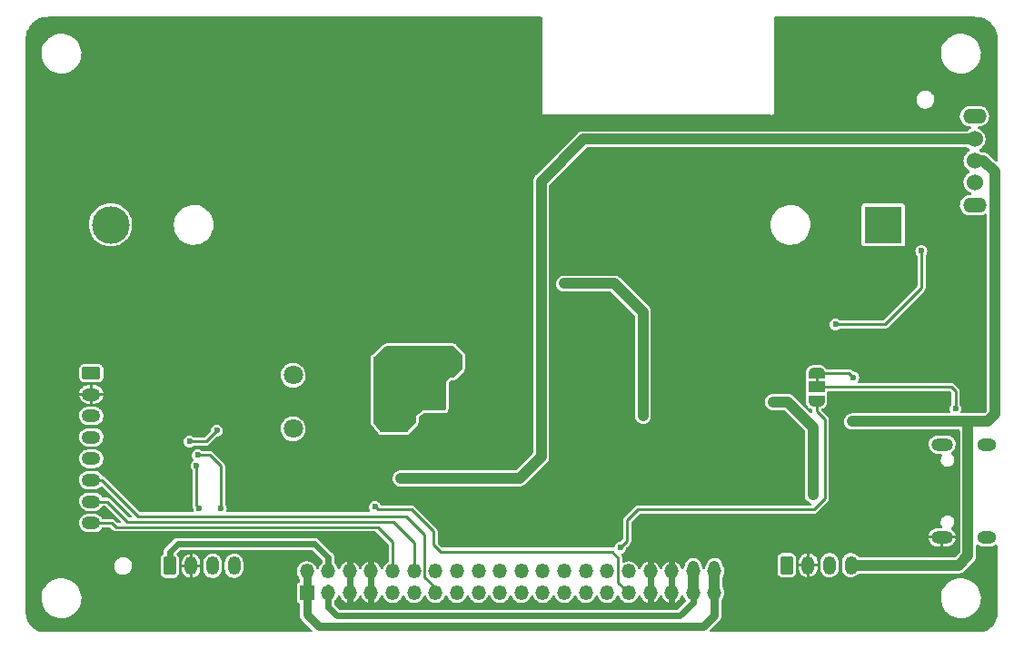
<source format=gbr>
%TF.GenerationSoftware,KiCad,Pcbnew,(6.0.10)*%
%TF.CreationDate,2023-03-03T00:05:23+07:00*%
%TF.ProjectId,wt32_sc01_ext,77743332-5f73-4633-9031-5f6578742e6b,rev?*%
%TF.SameCoordinates,Original*%
%TF.FileFunction,Copper,L2,Bot*%
%TF.FilePolarity,Positive*%
%FSLAX46Y46*%
G04 Gerber Fmt 4.6, Leading zero omitted, Abs format (unit mm)*
G04 Created by KiCad (PCBNEW (6.0.10)) date 2023-03-03 00:05:23*
%MOMM*%
%LPD*%
G01*
G04 APERTURE LIST*
G04 Aperture macros list*
%AMRoundRect*
0 Rectangle with rounded corners*
0 $1 Rounding radius*
0 $2 $3 $4 $5 $6 $7 $8 $9 X,Y pos of 4 corners*
0 Add a 4 corners polygon primitive as box body*
4,1,4,$2,$3,$4,$5,$6,$7,$8,$9,$2,$3,0*
0 Add four circle primitives for the rounded corners*
1,1,$1+$1,$2,$3*
1,1,$1+$1,$4,$5*
1,1,$1+$1,$6,$7*
1,1,$1+$1,$8,$9*
0 Add four rect primitives between the rounded corners*
20,1,$1+$1,$2,$3,$4,$5,0*
20,1,$1+$1,$4,$5,$6,$7,0*
20,1,$1+$1,$6,$7,$8,$9,0*
20,1,$1+$1,$8,$9,$2,$3,0*%
%AMFreePoly0*
4,1,22,0.550000,-0.750000,0.000000,-0.750000,0.000000,-0.745033,-0.079941,-0.743568,-0.215256,-0.701293,-0.333266,-0.622738,-0.424486,-0.514219,-0.481581,-0.384460,-0.499164,-0.250000,-0.500000,-0.250000,-0.500000,0.250000,-0.499164,0.250000,-0.499963,0.256109,-0.478152,0.396186,-0.417904,0.524511,-0.324060,0.630769,-0.204165,0.706417,-0.067858,0.745374,0.000000,0.744959,0.000000,0.750000,
0.550000,0.750000,0.550000,-0.750000,0.550000,-0.750000,$1*%
%AMFreePoly1*
4,1,20,0.000000,0.744959,0.073905,0.744508,0.209726,0.703889,0.328688,0.626782,0.421226,0.519385,0.479903,0.390333,0.500000,0.250000,0.500000,-0.250000,0.499851,-0.262216,0.476331,-0.402017,0.414519,-0.529596,0.319384,-0.634700,0.198574,-0.708877,0.061801,-0.746166,0.000000,-0.745033,0.000000,-0.750000,-0.550000,-0.750000,-0.550000,0.750000,0.000000,0.750000,0.000000,0.744959,
0.000000,0.744959,$1*%
G04 Aperture macros list end*
%TA.AperFunction,ComponentPad*%
%ADD10C,1.800000*%
%TD*%
%TA.AperFunction,ComponentPad*%
%ADD11RoundRect,0.250000X-0.625000X0.350000X-0.625000X-0.350000X0.625000X-0.350000X0.625000X0.350000X0*%
%TD*%
%TA.AperFunction,ComponentPad*%
%ADD12O,1.750000X1.200000*%
%TD*%
%TA.AperFunction,ComponentPad*%
%ADD13O,2.000000X1.200000*%
%TD*%
%TA.AperFunction,ComponentPad*%
%ADD14O,1.800000X1.200000*%
%TD*%
%TA.AperFunction,ComponentPad*%
%ADD15C,1.524003*%
%TD*%
%TA.AperFunction,ComponentPad*%
%ADD16O,2.200000X1.400000*%
%TD*%
%TA.AperFunction,ComponentPad*%
%ADD17RoundRect,0.250000X-0.350000X-0.625000X0.350000X-0.625000X0.350000X0.625000X-0.350000X0.625000X0*%
%TD*%
%TA.AperFunction,ComponentPad*%
%ADD18O,1.200000X1.750000*%
%TD*%
%TA.AperFunction,ComponentPad*%
%ADD19R,1.350000X1.350000*%
%TD*%
%TA.AperFunction,ComponentPad*%
%ADD20O,1.350000X1.350000*%
%TD*%
%TA.AperFunction,ComponentPad*%
%ADD21R,3.500000X3.500000*%
%TD*%
%TA.AperFunction,ComponentPad*%
%ADD22C,3.500000*%
%TD*%
%TA.AperFunction,SMDPad,CuDef*%
%ADD23FreePoly0,270.000000*%
%TD*%
%TA.AperFunction,SMDPad,CuDef*%
%ADD24R,1.500000X1.000000*%
%TD*%
%TA.AperFunction,SMDPad,CuDef*%
%ADD25FreePoly1,270.000000*%
%TD*%
%TA.AperFunction,ViaPad*%
%ADD26C,0.600000*%
%TD*%
%TA.AperFunction,ViaPad*%
%ADD27C,0.900000*%
%TD*%
%TA.AperFunction,Conductor*%
%ADD28C,0.254000*%
%TD*%
%TA.AperFunction,Conductor*%
%ADD29C,0.600000*%
%TD*%
%TA.AperFunction,Conductor*%
%ADD30C,0.800000*%
%TD*%
%TA.AperFunction,Conductor*%
%ADD31C,1.000000*%
%TD*%
G04 APERTURE END LIST*
D10*
%TO.P,BZ1,1,-*%
%TO.N,+5V*%
X25159290Y19217001D03*
%TO.P,BZ1,2,+*%
%TO.N,Net-(BZ1-Pad2)*%
X25159290Y24217001D03*
%TD*%
D11*
%TO.P,J4,1,Pin_1*%
%TO.N,+3V3*%
X6353290Y24428620D03*
D12*
%TO.P,J4,2,Pin_2*%
%TO.N,GND*%
X6353290Y22428620D03*
%TO.P,J4,3,Pin_3*%
%TO.N,IO32*%
X6353290Y20428620D03*
%TO.P,J4,4,Pin_4*%
%TO.N,IO5*%
X6353290Y18428620D03*
%TO.P,J4,5,Pin_5*%
%TO.N,IO12*%
X6353290Y16428620D03*
%TO.P,J4,6,Pin_6*%
%TO.N,IO34*%
X6353290Y14428620D03*
%TO.P,J4,7,Pin_7*%
%TO.N,IO2*%
X6353290Y12428620D03*
%TO.P,J4,8,Pin_8*%
%TO.N,IO4*%
X6353290Y10428620D03*
%TD*%
D13*
%TO.P,CN1,0,SH*%
%TO.N,GND*%
X85637542Y9102483D03*
%TO.P,CN1,1*%
%TO.N,N/C*%
X85637542Y17752725D03*
D14*
%TO.P,CN1,2*%
X89837440Y17752725D03*
%TO.P,CN1,3*%
X89837440Y9102483D03*
%TD*%
D15*
%TO.P,SW1,1,A*%
%TO.N,unconnected-(SW1-Pad1)*%
X88653290Y42228112D03*
%TO.P,SW1,2,B*%
%TO.N,BATT+*%
X88653290Y44228112D03*
%TO.P,SW1,3,C*%
%TO.N,/DCIN*%
X88653290Y46228112D03*
D16*
%TO.P,SW1,4*%
%TO.N,N/C*%
X88653290Y48378226D03*
%TO.P,SW1,5*%
X88653290Y40077998D03*
%TD*%
D17*
%TO.P,J1,1,Pin_1*%
%TO.N,+3V3*%
X13653290Y6449620D03*
D18*
%TO.P,J1,2,Pin_2*%
%TO.N,GND*%
X15653290Y6449620D03*
%TO.P,J1,3,Pin_3*%
%TO.N,I2C_SCL*%
X17653290Y6449620D03*
%TO.P,J1,4,Pin_4*%
%TO.N,I2C_SDA*%
X19653290Y6449620D03*
%TD*%
D19*
%TO.P,J3,1,Pin_1*%
%TO.N,+5V*%
X26430000Y3930000D03*
D20*
%TO.P,J3,2,Pin_2*%
X26430000Y5930000D03*
%TO.P,J3,3,Pin_3*%
%TO.N,+3V3*%
X28430000Y3930000D03*
%TO.P,J3,4,Pin_4*%
X28430000Y5930000D03*
%TO.P,J3,5,Pin_5*%
%TO.N,GND*%
X30430000Y3930000D03*
%TO.P,J3,6,Pin_6*%
X30430000Y5930000D03*
%TO.P,J3,7,Pin_7*%
X32430000Y3930000D03*
%TO.P,J3,8,Pin_8*%
X32430000Y5930000D03*
%TO.P,J3,9,Pin_9*%
%TO.N,SENSOR_VP*%
X34430000Y3930000D03*
%TO.P,J3,10,Pin_10*%
%TO.N,IO4*%
X34430000Y5930000D03*
%TO.P,J3,11,Pin_11*%
%TO.N,SENSOR_VN*%
X36430000Y3930000D03*
%TO.P,J3,12,Pin_12*%
%TO.N,IO2*%
X36430000Y5930000D03*
%TO.P,J3,13,Pin_13*%
%TO.N,IO34*%
X38430000Y3930000D03*
%TO.P,J3,14,Pin_14*%
%TO.N,IO15*%
X38430000Y5930000D03*
%TO.P,J3,15,Pin_15*%
%TO.N,I2C_SCL*%
X40430000Y3930000D03*
%TO.P,J3,16,Pin_16*%
%TO.N,IO13*%
X40430000Y5930000D03*
%TO.P,J3,17,Pin_17*%
%TO.N,I2C_SDA*%
X42430000Y3930000D03*
%TO.P,J3,18,Pin_18*%
%TO.N,ESP32_EN*%
X42430000Y5930000D03*
%TO.P,J3,19,Pin_19*%
%TO.N,IO21*%
X44430000Y3930000D03*
%TO.P,J3,20,Pin_20*%
%TO.N,IO22*%
X44430000Y5930000D03*
%TO.P,J3,21,Pin_21*%
%TO.N,TXD0*%
X46430000Y3930000D03*
%TO.P,J3,22,Pin_22*%
%TO.N,IO23*%
X46430000Y5930000D03*
%TO.P,J3,23,Pin_23*%
%TO.N,IO12*%
X48430000Y3930000D03*
%TO.P,J3,24,Pin_24*%
%TO.N,IO0*%
X48430000Y5930000D03*
%TO.P,J3,25,Pin_25*%
%TO.N,IO14*%
X50430000Y3930000D03*
%TO.P,J3,26,Pin_26*%
%TO.N,IO5*%
X50430000Y5930000D03*
%TO.P,J3,27,Pin_27*%
%TO.N,IO27*%
X52430000Y3930000D03*
%TO.P,J3,28,Pin_28*%
%TO.N,IO25*%
X52430000Y5930000D03*
%TO.P,J3,29,Pin_29*%
%TO.N,IO32*%
X54430000Y3930000D03*
%TO.P,J3,30,Pin_30*%
%TO.N,IO26*%
X54430000Y5930000D03*
%TO.P,J3,31,Pin_31*%
%TO.N,IO33*%
X56430000Y3930000D03*
%TO.P,J3,32,Pin_32*%
%TO.N,IO35*%
X56430000Y5930000D03*
%TO.P,J3,33,Pin_33*%
%TO.N,GND*%
X58430000Y3930000D03*
%TO.P,J3,34,Pin_34*%
X58430000Y5930000D03*
%TO.P,J3,35,Pin_35*%
X60430000Y3930000D03*
%TO.P,J3,36,Pin_36*%
X60430000Y5930000D03*
%TO.P,J3,37,Pin_37*%
%TO.N,+3V3*%
X62430000Y3930000D03*
%TO.P,J3,38,Pin_38*%
X62430000Y5930000D03*
%TO.P,J3,39,Pin_39*%
%TO.N,+5V*%
X64430000Y3930000D03*
%TO.P,J3,40,Pin_40*%
X64430000Y5930000D03*
%TD*%
D21*
%TO.P,BT1,1,+*%
%TO.N,BATT+*%
X80153290Y38249620D03*
D22*
%TO.P,BT1,2,-*%
%TO.N,BATT-*%
X8153290Y38249620D03*
%TD*%
D17*
%TO.P,J2,1,Pin_1*%
%TO.N,+5V*%
X71153290Y6499620D03*
D18*
%TO.P,J2,2,Pin_2*%
%TO.N,GND*%
X73153290Y6499620D03*
%TO.P,J2,3,Pin_3*%
%TO.N,BATT-*%
X75153290Y6499620D03*
%TO.P,J2,4,Pin_4*%
%TO.N,BATT+*%
X77153290Y6499620D03*
%TD*%
D23*
%TO.P,JP1,1,A*%
%TO.N,Net-(D5-Pad1)*%
X73927290Y24413620D03*
D24*
%TO.P,JP1,2,C*%
X73927290Y23113620D03*
D25*
%TO.P,JP1,3,B*%
%TO.N,IO25*%
X73927290Y21813620D03*
%TD*%
D26*
%TO.N,IO25*%
X55639290Y8127620D03*
%TO.N,IO33*%
X32779290Y11937620D03*
D27*
%TO.N,BATT-*%
X57754290Y20449620D03*
X50413290Y32765620D03*
%TO.N,GND*%
X84403290Y18749620D03*
D26*
X63767290Y16775200D03*
X52464290Y11683620D03*
X25147710Y12318620D03*
X10554290Y56133620D03*
D27*
X38909580Y20044240D03*
D26*
X83579290Y56133620D03*
X12713290Y23240620D03*
X51194290Y10413620D03*
X22607710Y12318620D03*
X66307290Y15493620D03*
X79769290Y18668620D03*
X1664290Y32003620D03*
X32144290Y54863620D03*
X66307290Y20573620D03*
X29604290Y56133620D03*
X44844290Y54863620D03*
X21337710Y12318620D03*
X1664290Y35813620D03*
X79769290Y17398620D03*
D27*
X37639580Y17504240D03*
D26*
X75959290Y56133620D03*
X14364290Y56133620D03*
X51194290Y9143620D03*
X39764290Y56133620D03*
X75959290Y14870200D03*
D27*
X32398290Y8508620D03*
D26*
X81039290Y56133620D03*
X81674290Y5333620D03*
D27*
X37639580Y18774240D03*
D26*
X41034290Y56133620D03*
X82944290Y4063620D03*
X2934290Y30733620D03*
X77229290Y56133620D03*
X35954290Y56133620D03*
X22619290Y14858620D03*
X65037290Y19303620D03*
X78499290Y17398620D03*
X83579290Y12318620D03*
X55004290Y10413620D03*
X37224290Y54863620D03*
X77229290Y16128620D03*
X78499290Y54863620D03*
X42304290Y54863620D03*
X1664290Y38353620D03*
X19444290Y56133620D03*
X1664290Y33273620D03*
D27*
X38909580Y18774240D03*
D26*
X78499290Y56133620D03*
X46114290Y54863620D03*
X82309290Y13588620D03*
X23889290Y13588620D03*
X21349290Y14858620D03*
X2934290Y33273620D03*
X72149290Y56133620D03*
X27064290Y54863620D03*
X73419290Y56133620D03*
X2934290Y35813620D03*
X63767290Y19315200D03*
X20714290Y54863620D03*
X49924290Y11683620D03*
D27*
X38875286Y17469946D03*
D26*
X82944290Y2793620D03*
X63767290Y18045200D03*
X24524290Y56133620D03*
X70879290Y54863620D03*
X53734290Y9143620D03*
X49924290Y10413620D03*
X1664290Y43433620D03*
X34303290Y12318620D03*
X65037290Y14223620D03*
X2934290Y34543620D03*
X47384290Y56133620D03*
X27699290Y13588620D03*
X27687710Y12318620D03*
X39764290Y54863620D03*
X16904290Y56133620D03*
X1664290Y39623620D03*
X13094290Y54863620D03*
X81674290Y1523620D03*
X42304290Y56133620D03*
X48654290Y10413620D03*
X70879290Y56133620D03*
X72149290Y54863620D03*
X11824290Y54863620D03*
X77229290Y54863620D03*
X63767290Y14235200D03*
X9284290Y54863620D03*
X2934290Y42163620D03*
X63767290Y15505200D03*
X4331290Y22478620D03*
X1664290Y45973620D03*
D27*
X37639580Y20044240D03*
D26*
X22619290Y13588620D03*
X29604290Y54863620D03*
D27*
X46749290Y25145620D03*
D26*
X2934290Y43433620D03*
X23877710Y12318620D03*
X1664290Y44703620D03*
X2934290Y48513620D03*
X2934290Y44703620D03*
X73419290Y54863620D03*
X82309290Y12318620D03*
X65037290Y20573620D03*
D27*
X60390290Y17002620D03*
D26*
X75959290Y18680200D03*
X48654290Y9143620D03*
X55004290Y11683620D03*
X52464290Y10413620D03*
X2934290Y45973620D03*
X75959290Y54863620D03*
X10554290Y54863620D03*
X23889290Y14858620D03*
X2934290Y38353620D03*
X1664290Y47243620D03*
X82944290Y5333620D03*
X78499290Y16128620D03*
X26429290Y13588620D03*
X23254290Y56133620D03*
X77229290Y17398620D03*
X82944290Y1523620D03*
X1664290Y30733620D03*
D27*
X23889290Y6603620D03*
D26*
X66307290Y16763620D03*
X49924290Y9143620D03*
X18174290Y56133620D03*
X25159290Y14858620D03*
X53734290Y10413620D03*
X77229290Y18668620D03*
X2934290Y39623620D03*
D27*
X75324290Y21970620D03*
D26*
X8014290Y56133620D03*
X55004290Y9143620D03*
X75959290Y17410200D03*
X28842290Y16382620D03*
X16904290Y54863620D03*
X81039290Y54863620D03*
X33414290Y54863620D03*
X78499290Y14858620D03*
X83579290Y54863620D03*
X13094290Y56133620D03*
X23254290Y54863620D03*
X26417710Y12318620D03*
X44844290Y56133620D03*
X81039290Y18657040D03*
X27064290Y56133620D03*
X51194290Y11683620D03*
X21984290Y54863620D03*
X1664290Y40893620D03*
X15634290Y4952620D03*
X46114290Y56133620D03*
X34684290Y54863620D03*
X66307290Y19303620D03*
X77229290Y14858620D03*
X8014290Y54863620D03*
X2934290Y49783620D03*
X1664290Y48513620D03*
X79769290Y54863620D03*
X34684290Y56133620D03*
X47384290Y54863620D03*
X43574290Y56133620D03*
X82309290Y14858620D03*
X75959290Y16140200D03*
X18174290Y54863620D03*
X63767290Y20585200D03*
X78499290Y18668620D03*
X41034290Y54863620D03*
X1664290Y49783620D03*
X66307290Y14223620D03*
X66307290Y18033620D03*
D27*
X23889290Y5333620D03*
D26*
X11824290Y56133620D03*
X33414290Y56133620D03*
X15634290Y54863620D03*
D27*
X83071290Y26161620D03*
D26*
X30874290Y54863620D03*
X48654290Y11683620D03*
X27699290Y14858620D03*
X21984290Y56133620D03*
X74689290Y54863620D03*
X81039290Y17387040D03*
X82309290Y56133620D03*
X13221290Y21970620D03*
X19444290Y54863620D03*
X20714290Y56133620D03*
X65037290Y15493620D03*
X24524290Y54863620D03*
X65037290Y18033620D03*
X53734290Y11683620D03*
X32144290Y56133620D03*
X1664290Y37083620D03*
X38494290Y54863620D03*
X26429290Y14858620D03*
X52464290Y9143620D03*
X21349290Y13588620D03*
X1664290Y29463620D03*
X82309290Y17387040D03*
X25794290Y56133620D03*
X2934290Y29463620D03*
X25159290Y13588620D03*
X37224290Y56133620D03*
X28334290Y54863620D03*
X74689290Y56133620D03*
X25794290Y54863620D03*
X9284290Y56133620D03*
X28334290Y56133620D03*
X82309290Y54863620D03*
X2934290Y47243620D03*
X30874290Y56133620D03*
X2934290Y40893620D03*
X81674290Y4063620D03*
X35954290Y54863620D03*
X79769290Y56133620D03*
X65037290Y16763620D03*
X15634290Y56133620D03*
X2934290Y32003620D03*
X2934290Y37083620D03*
X38494290Y56133620D03*
D27*
X32398290Y17398620D03*
D26*
X14364290Y54863620D03*
X82309290Y18657040D03*
X81674290Y2793620D03*
X83579290Y14858620D03*
X1664290Y34543620D03*
X83579290Y13588620D03*
X43574290Y54863620D03*
X1664290Y42163620D03*
%TO.N,Net-(D3-Pad2)*%
X34557290Y22732620D03*
X34557290Y24764620D03*
X33541290Y25780620D03*
X33541290Y23748620D03*
X33541290Y24764620D03*
X34557290Y23748620D03*
X34557290Y25780620D03*
X35573290Y22732620D03*
X33541290Y22732620D03*
X36589290Y23748620D03*
X35573290Y23748620D03*
D27*
%TO.N,BATT+*%
X79465596Y19907926D03*
D26*
X77240984Y19907926D03*
D27*
X80735596Y19907926D03*
X78322596Y19907926D03*
%TO.N,VBUS*%
X73610790Y13037120D03*
D26*
X69863290Y21716620D03*
%TO.N,I2C_SCL*%
X16428290Y11793620D03*
X16178290Y15793620D03*
%TO.N,I2C_SDA*%
X18428290Y11793620D03*
X16269290Y16763620D03*
D27*
%TO.N,/DCIN*%
X42685290Y14604620D03*
X35207580Y14583240D03*
D26*
%TO.N,Net-(C2-Pad2)*%
X15507290Y18033620D03*
X18047290Y19049620D03*
%TO.N,Net-(D5-Pad1)*%
X77356290Y24002620D03*
X86881290Y21081620D03*
%TO.N,Net-(R4-Pad2)*%
X83706290Y35813620D03*
X75705290Y28955620D03*
%TD*%
D28*
%TO.N,IO34*%
X7355690Y14428620D02*
X6353290Y14428620D01*
X35700290Y11048620D02*
X10735690Y11048620D01*
X10735690Y11048620D02*
X7355690Y14428620D01*
X38381910Y4430000D02*
X37402090Y5409820D01*
X37402090Y5409820D02*
X37402090Y9346820D01*
X38430000Y4430000D02*
X38381910Y4430000D01*
X37402090Y9346820D02*
X35700290Y11048620D01*
%TO.N,IO2*%
X34492710Y10540620D02*
X9716090Y10540620D01*
X9716090Y10540620D02*
X7828090Y12428620D01*
X36430000Y8603330D02*
X34492710Y10540620D01*
X7828090Y12428620D02*
X6353290Y12428620D01*
X36430000Y5930000D02*
X36430000Y8603330D01*
%TO.N,IO4*%
X8253290Y10428620D02*
X8649290Y10032620D01*
X6353290Y10428620D02*
X8253290Y10428620D01*
X33033290Y10032620D02*
X8649290Y10032620D01*
D29*
%TO.N,GND*%
X58430000Y8251330D02*
X58430000Y2796910D01*
X60430000Y8289910D02*
X60430000Y2828910D01*
D30*
%TO.N,+5V*%
X64430000Y1824330D02*
X64430000Y4430000D01*
X63367290Y761620D02*
X64430000Y1824330D01*
X27553290Y761620D02*
X63367290Y761620D01*
X26430000Y1884910D02*
X27553290Y761620D01*
X26430000Y5930000D02*
X26430000Y1884910D01*
D28*
%TO.N,IO4*%
X34430000Y8635910D02*
X33033290Y10032620D01*
X34430000Y5930000D02*
X34430000Y8635910D01*
D29*
%TO.N,GND*%
X32430000Y2952330D02*
X32430000Y7968910D01*
X30430000Y2984330D02*
X30430000Y7936910D01*
D28*
%TO.N,IO33*%
X56407910Y3930000D02*
X56430000Y3930000D01*
X55436090Y4901820D02*
X56407910Y3930000D01*
X55436090Y7187820D02*
X55436090Y4901820D01*
X54877290Y7746620D02*
X55436090Y7187820D01*
X38875290Y7746620D02*
X54877290Y7746620D01*
X38240290Y9651620D02*
X38240290Y8381620D01*
X36208290Y11683620D02*
X38240290Y9651620D01*
X38240290Y8381620D02*
X38875290Y7746620D01*
X33033290Y11683620D02*
X36208290Y11683620D01*
X32779290Y11937620D02*
X33033290Y11683620D01*
%TO.N,IO25*%
X73927290Y20827620D02*
X73927290Y21813620D01*
X56274290Y10667620D02*
X57290290Y11683620D01*
X55639290Y8127620D02*
X56274290Y8762620D01*
X73673290Y11683620D02*
X74689290Y12699620D01*
X57290290Y11683620D02*
X73673290Y11683620D01*
X56274290Y8762620D02*
X56274290Y10667620D01*
X74689290Y12699620D02*
X74689290Y20065620D01*
X74689290Y20065620D02*
X73927290Y20827620D01*
D31*
%TO.N,BATT-*%
X57754290Y30123620D02*
X57754290Y20449620D01*
X55112290Y32765620D02*
X57754290Y30123620D01*
X50413290Y32765620D02*
X55112290Y32765620D01*
%TO.N,+5V*%
X64430000Y6430000D02*
X64430000Y4430000D01*
%TO.N,BATT+*%
X88054984Y7396314D02*
X87158290Y6499620D01*
X90545290Y20573620D02*
X89879596Y19907926D01*
X89879596Y19907926D02*
X88054984Y19907926D01*
X80735596Y19907926D02*
X79465596Y19907926D01*
X79465596Y19907926D02*
X78322596Y19907926D01*
X88054984Y19907926D02*
X88054984Y7396314D01*
X90545290Y43179620D02*
X90545290Y20573620D01*
X88054984Y19907926D02*
X80735596Y19907926D01*
X87158290Y6499620D02*
X77153290Y6499620D01*
X88653290Y44228112D02*
X89496798Y44228112D01*
X78322596Y19907926D02*
X77240984Y19907926D01*
X89496798Y44228112D02*
X90545290Y43179620D01*
%TO.N,VBUS*%
X73654290Y13080620D02*
X73610790Y13037120D01*
X69863290Y21716620D02*
X71260290Y21716620D01*
X71260290Y21716620D02*
X73654290Y19322620D01*
X73654290Y19322620D02*
X73654290Y13080620D01*
D29*
%TO.N,+3V3*%
X28430000Y4430000D02*
X28430000Y2570910D01*
X27153290Y8499620D02*
X14403290Y8499620D01*
D31*
X62430000Y6430000D02*
X62430000Y4430000D01*
D29*
X28430000Y2570910D02*
X29223290Y1777620D01*
X14403290Y8499620D02*
X13653290Y7749620D01*
X28430000Y7222910D02*
X27153290Y8499620D01*
X62430000Y2999330D02*
X62430000Y4430000D01*
X61208290Y1777620D02*
X62430000Y2999330D01*
X28430000Y6430000D02*
X28430000Y7222910D01*
X13653290Y7749620D02*
X13653290Y6449620D01*
X29223290Y1777620D02*
X61208290Y1777620D01*
D28*
%TO.N,I2C_SCL*%
X16178290Y12043620D02*
X16428290Y11793620D01*
X16178290Y15793620D02*
X16178290Y12043620D01*
%TO.N,I2C_SDA*%
X18428290Y15747620D02*
X17920290Y16255620D01*
X18428290Y11793620D02*
X18428290Y15747620D01*
X17920290Y16255620D02*
X17412290Y16763620D01*
X17412290Y16763620D02*
X16269290Y16763620D01*
D31*
%TO.N,/DCIN*%
X35192290Y14598530D02*
X35207580Y14583240D01*
X35207580Y14583240D02*
X42700580Y14583240D01*
X42685290Y14604620D02*
X46241290Y14604620D01*
X88653290Y46228112D02*
X52210782Y46228112D01*
X48273290Y16636620D02*
X48273290Y42290620D01*
X46241290Y14604620D02*
X48273290Y16636620D01*
X48273290Y42290620D02*
X52210782Y46228112D01*
D28*
%TO.N,Net-(C2-Pad2)*%
X17031290Y18033620D02*
X15507290Y18033620D01*
X18047290Y19049620D02*
X17031290Y18033620D01*
%TO.N,Net-(D5-Pad1)*%
X86500290Y23113620D02*
X86881290Y22732620D01*
X86881290Y22732620D02*
X86881290Y21081620D01*
X73927290Y24413620D02*
X76945290Y24413620D01*
X73927290Y23113620D02*
X73927290Y24413620D01*
X76945290Y24413620D02*
X77356290Y24002620D01*
X73927290Y23113620D02*
X86500290Y23113620D01*
%TO.N,Net-(R4-Pad2)*%
X80277290Y28955620D02*
X82690290Y31368620D01*
X82690290Y31368620D02*
X83706290Y32384620D01*
X75705290Y28955620D02*
X80277290Y28955620D01*
X83706290Y32384620D02*
X83706290Y35813620D01*
%TD*%
%TA.AperFunction,Conductor*%
%TO.N,Net-(D3-Pad2)*%
G36*
X40161221Y26903618D02*
G01*
X40182195Y26886715D01*
X40870385Y26198525D01*
X40904411Y26136213D01*
X40907290Y26109430D01*
X40907290Y24816810D01*
X40887288Y24748689D01*
X40870385Y24727715D01*
X40182195Y24039525D01*
X40119883Y24005499D01*
X40093100Y24002620D01*
X39764290Y24002620D01*
X39383290Y23621620D01*
X39383290Y21080620D01*
X39363288Y21012499D01*
X39309632Y20966006D01*
X39257290Y20954620D01*
X37351290Y20954620D01*
X37335769Y20944273D01*
X37335767Y20944272D01*
X36848165Y20619203D01*
X36589290Y20446620D01*
X36589290Y19858230D01*
X36569288Y19790109D01*
X36558956Y19776230D01*
X35865004Y18966620D01*
X35805485Y18927916D01*
X35769338Y18922620D01*
X33352131Y18922620D01*
X33284010Y18942622D01*
X33249601Y18975384D01*
X32675760Y19778762D01*
X32652290Y19851998D01*
X32652290Y25851037D01*
X32672292Y25919158D01*
X32694580Y25945211D01*
X33759486Y26891794D01*
X33823689Y26922101D01*
X33843196Y26923620D01*
X40093100Y26923620D01*
X40161221Y26903618D01*
G37*
%TD.AperFunction*%
%TD*%
%TA.AperFunction,Conductor*%
%TO.N,GND*%
G36*
X86358198Y22712118D02*
G01*
X86379173Y22695215D01*
X86462886Y22611501D01*
X86496911Y22549188D01*
X86499790Y22522406D01*
X86499790Y21538077D01*
X86479788Y21469956D01*
X86473752Y21461373D01*
X86401965Y21367818D01*
X86401963Y21367815D01*
X86396935Y21361262D01*
X86393776Y21353636D01*
X86393775Y21353634D01*
X86385791Y21334359D01*
X86341062Y21226374D01*
X86339985Y21218190D01*
X86339984Y21218188D01*
X86326172Y21113269D01*
X86322005Y21081620D01*
X86323083Y21073432D01*
X86337647Y20962809D01*
X86341062Y20936866D01*
X86344222Y20929237D01*
X86382575Y20836644D01*
X86390164Y20766054D01*
X86358385Y20702567D01*
X86297327Y20666340D01*
X86266166Y20662426D01*
X77196931Y20662426D01*
X77116382Y20653035D01*
X77073502Y20648036D01*
X77073500Y20648036D01*
X77066230Y20647188D01*
X77059353Y20644692D01*
X77059350Y20644691D01*
X76907729Y20589655D01*
X76900850Y20587158D01*
X76894733Y20583148D01*
X76894730Y20583146D01*
X76847363Y20552090D01*
X76753716Y20490692D01*
X76632720Y20362966D01*
X76544352Y20210830D01*
X76493354Y20042446D01*
X76482460Y19866846D01*
X76483700Y19859630D01*
X76483700Y19859628D01*
X76510423Y19704111D01*
X76512255Y19693449D01*
X76581140Y19531558D01*
X76685421Y19389855D01*
X76819504Y19275944D01*
X76863018Y19253725D01*
X76969679Y19199260D01*
X76969684Y19199258D01*
X76976196Y19195933D01*
X76983302Y19194194D01*
X76983305Y19194193D01*
X77064694Y19174278D01*
X77147092Y19154115D01*
X77152694Y19153767D01*
X77152697Y19153767D01*
X77156259Y19153546D01*
X77156268Y19153546D01*
X77158198Y19153426D01*
X87174484Y19153426D01*
X87242605Y19133424D01*
X87289098Y19079768D01*
X87300484Y19027426D01*
X87300484Y7761028D01*
X87280482Y7692907D01*
X87263579Y7671933D01*
X86882671Y7291025D01*
X86820359Y7256999D01*
X86793576Y7254120D01*
X77930056Y7254120D01*
X77861935Y7274122D01*
X77839020Y7295319D01*
X77837939Y7294297D01*
X77715063Y7424234D01*
X77715061Y7424236D01*
X77710374Y7429192D01*
X77556819Y7533548D01*
X77550485Y7536081D01*
X77550482Y7536083D01*
X77390774Y7599962D01*
X77390769Y7599963D01*
X77384437Y7602496D01*
X77377710Y7603610D01*
X77377705Y7603611D01*
X77208008Y7631704D01*
X77208005Y7631704D01*
X77201271Y7632819D01*
X77194454Y7632462D01*
X77194450Y7632462D01*
X77043370Y7624543D01*
X77015866Y7623102D01*
X77009294Y7621292D01*
X77009289Y7621291D01*
X76865572Y7581704D01*
X76836873Y7573799D01*
X76672642Y7487210D01*
X76530836Y7367375D01*
X76526689Y7361952D01*
X76526688Y7361950D01*
X76422215Y7225305D01*
X76422213Y7225301D01*
X76418071Y7219884D01*
X76415189Y7213704D01*
X76415188Y7213702D01*
X76355246Y7085155D01*
X76339608Y7051620D01*
X76338122Y7044972D01*
X76338121Y7044969D01*
X76314890Y6941039D01*
X76299108Y6870432D01*
X76298790Y6864744D01*
X76298790Y6178235D01*
X76313802Y6040047D01*
X76340246Y5961472D01*
X76370772Y5870766D01*
X76373020Y5864085D01*
X76468641Y5704943D01*
X76473329Y5699986D01*
X76473331Y5699983D01*
X76591155Y5575389D01*
X76596206Y5570048D01*
X76749761Y5465692D01*
X76756095Y5463159D01*
X76756098Y5463157D01*
X76915806Y5399278D01*
X76915811Y5399277D01*
X76922143Y5396744D01*
X76928870Y5395630D01*
X76928875Y5395629D01*
X77098572Y5367536D01*
X77098575Y5367536D01*
X77105309Y5366421D01*
X77112126Y5366778D01*
X77112130Y5366778D01*
X77263210Y5374697D01*
X77290714Y5376138D01*
X77297286Y5377948D01*
X77297291Y5377949D01*
X77463125Y5423628D01*
X77469707Y5425441D01*
X77633938Y5512030D01*
X77775744Y5631865D01*
X77824512Y5695651D01*
X77881776Y5737617D01*
X77924607Y5745120D01*
X87091525Y5745120D01*
X87110475Y5743687D01*
X87124545Y5741546D01*
X87124549Y5741546D01*
X87131779Y5740446D01*
X87139070Y5741039D01*
X87139073Y5741039D01*
X87184138Y5744705D01*
X87194353Y5745120D01*
X87202343Y5745120D01*
X87209592Y5745965D01*
X87230403Y5748391D01*
X87234777Y5748824D01*
X87299839Y5754116D01*
X87299842Y5754117D01*
X87307137Y5754710D01*
X87314099Y5756965D01*
X87319967Y5758138D01*
X87325774Y5759510D01*
X87333044Y5760358D01*
X87401350Y5785152D01*
X87405453Y5786560D01*
X87474512Y5808932D01*
X87480769Y5812729D01*
X87486216Y5815222D01*
X87491544Y5817890D01*
X87498424Y5820388D01*
X87559139Y5860194D01*
X87562849Y5862535D01*
X87620128Y5897293D01*
X87620130Y5897295D01*
X87624923Y5900203D01*
X87633264Y5907569D01*
X87633286Y5907544D01*
X87636331Y5910244D01*
X87639436Y5912840D01*
X87645558Y5916854D01*
X87698489Y5972729D01*
X87700865Y5975170D01*
X88541287Y6815593D01*
X88555701Y6827980D01*
X88560528Y6831532D01*
X88573055Y6840751D01*
X88607073Y6880793D01*
X88614003Y6888309D01*
X88619646Y6893952D01*
X88637178Y6916112D01*
X88639954Y6919498D01*
X88667914Y6952408D01*
X88686966Y6974834D01*
X88690295Y6981354D01*
X88693615Y6986332D01*
X88696748Y6991405D01*
X88701291Y6997147D01*
X88732037Y7062931D01*
X88733968Y7066881D01*
X88763648Y7125007D01*
X88766977Y7131526D01*
X88768717Y7138636D01*
X88770807Y7144256D01*
X88772687Y7149907D01*
X88775785Y7156536D01*
X88777275Y7163700D01*
X88777276Y7163703D01*
X88790569Y7227617D01*
X88791540Y7231909D01*
X88792069Y7234068D01*
X88808795Y7302422D01*
X88809193Y7308824D01*
X88809484Y7313528D01*
X88809516Y7313526D01*
X88809762Y7317597D01*
X88810121Y7321618D01*
X88811612Y7328787D01*
X88809621Y7402374D01*
X88809530Y7405746D01*
X88809484Y7409153D01*
X88809484Y8328457D01*
X88829486Y8396578D01*
X88883142Y8443071D01*
X88953416Y8453175D01*
X89012013Y8428553D01*
X89086755Y8371408D01*
X89086759Y8371406D01*
X89092176Y8367264D01*
X89098356Y8364382D01*
X89098358Y8364381D01*
X89254263Y8291681D01*
X89254266Y8291680D01*
X89260440Y8288801D01*
X89267088Y8287315D01*
X89267091Y8287314D01*
X89359771Y8266598D01*
X89441628Y8248301D01*
X89447316Y8247983D01*
X90183825Y8247983D01*
X90191825Y8248852D01*
X90260725Y8256337D01*
X90322013Y8262995D01*
X90442650Y8303594D01*
X90491504Y8320035D01*
X90491506Y8320036D01*
X90497975Y8322213D01*
X90607898Y8388260D01*
X90676589Y8406199D01*
X90744076Y8384152D01*
X90788930Y8329119D01*
X90798790Y8280256D01*
X90798790Y2069093D01*
X90796369Y2044513D01*
X90793804Y2031617D01*
X90796226Y2019445D01*
X90796226Y2007034D01*
X90795587Y2007034D01*
X90796261Y1996253D01*
X90781343Y1787643D01*
X90778785Y1769848D01*
X90728708Y1539641D01*
X90723643Y1522391D01*
X90641315Y1301657D01*
X90633847Y1285305D01*
X90520942Y1078531D01*
X90511225Y1063411D01*
X90439116Y967084D01*
X90370042Y874811D01*
X90358270Y861225D01*
X90191683Y694637D01*
X90178096Y682864D01*
X89989500Y541683D01*
X89974377Y531964D01*
X89859462Y469215D01*
X89767629Y419070D01*
X89767605Y419057D01*
X89751258Y411591D01*
X89586635Y350190D01*
X89530518Y329260D01*
X89513269Y324196D01*
X89283060Y274117D01*
X89265265Y271558D01*
X89056693Y256642D01*
X89045873Y257318D01*
X89045873Y256685D01*
X89033462Y256685D01*
X89021291Y259106D01*
X89008394Y256541D01*
X88983815Y254120D01*
X64089583Y254120D01*
X64021462Y274122D01*
X63974969Y327778D01*
X63964865Y398052D01*
X63994359Y462632D01*
X64000488Y469215D01*
X64835148Y1303875D01*
X64843852Y1311795D01*
X64850510Y1316021D01*
X64898728Y1367368D01*
X64901482Y1370209D01*
X64921919Y1390646D01*
X64924601Y1394104D01*
X64932307Y1403126D01*
X64944509Y1416120D01*
X64963710Y1436567D01*
X64973952Y1455197D01*
X64984802Y1471714D01*
X64992973Y1482248D01*
X64992974Y1482249D01*
X64997833Y1488514D01*
X65016052Y1530616D01*
X65021274Y1541276D01*
X65031596Y1560052D01*
X65043375Y1581477D01*
X65048663Y1602072D01*
X65055060Y1620758D01*
X65063508Y1640279D01*
X65064775Y1648274D01*
X65068639Y1672676D01*
X65070686Y1685601D01*
X65073090Y1697209D01*
X65084500Y1741647D01*
X65084500Y1762904D01*
X65086051Y1782614D01*
X65088136Y1795778D01*
X65088136Y1795779D01*
X65089376Y1803608D01*
X65085059Y1849278D01*
X65084500Y1861135D01*
X65084500Y3219414D01*
X65104502Y3287535D01*
X65116864Y3303724D01*
X65181704Y3375736D01*
X65181705Y3375737D01*
X65186123Y3380644D01*
X65189466Y3386434D01*
X85530308Y3386434D01*
X85555869Y3118520D01*
X85556954Y3114086D01*
X85556955Y3114080D01*
X85611263Y2892141D01*
X85619837Y2857102D01*
X85720873Y2607657D01*
X85856859Y2375410D01*
X85941849Y2269135D01*
X86021472Y2169572D01*
X86024948Y2165225D01*
X86221617Y1981507D01*
X86442747Y1828104D01*
X86683706Y1708229D01*
X86688040Y1706808D01*
X86688043Y1706807D01*
X86935113Y1625813D01*
X86935119Y1625812D01*
X86939446Y1624393D01*
X86943937Y1623613D01*
X86943938Y1623613D01*
X87200828Y1579009D01*
X87200836Y1579008D01*
X87204609Y1578353D01*
X87208446Y1578162D01*
X87288067Y1574198D01*
X87288075Y1574198D01*
X87289638Y1574120D01*
X87457664Y1574120D01*
X87459932Y1574285D01*
X87459944Y1574285D01*
X87590747Y1583776D01*
X87657715Y1588635D01*
X87662170Y1589619D01*
X87662173Y1589619D01*
X87916060Y1645673D01*
X87916062Y1645674D01*
X87920516Y1646657D01*
X88172190Y1742007D01*
X88196506Y1755513D01*
X88403469Y1870471D01*
X88403470Y1870472D01*
X88407462Y1872689D01*
X88514753Y1954571D01*
X88617781Y2033199D01*
X88617785Y2033203D01*
X88621406Y2035966D01*
X88629054Y2043789D01*
X88734718Y2151879D01*
X88809539Y2228417D01*
X88853525Y2288847D01*
X88965232Y2442316D01*
X88965237Y2442323D01*
X88967920Y2446010D01*
X89093231Y2684187D01*
X89173407Y2911226D01*
X89181324Y2933645D01*
X89181324Y2933646D01*
X89182847Y2937958D01*
X89216798Y3110211D01*
X89234010Y3197537D01*
X89234011Y3197543D01*
X89234891Y3202009D01*
X89235118Y3206565D01*
X89248045Y3466237D01*
X89248045Y3466243D01*
X89248272Y3470806D01*
X89222711Y3738720D01*
X89158743Y4000138D01*
X89057707Y4249583D01*
X88921721Y4481830D01*
X88753632Y4692015D01*
X88556963Y4875733D01*
X88335833Y5029136D01*
X88094874Y5149011D01*
X88090540Y5150432D01*
X88090537Y5150433D01*
X87843467Y5231427D01*
X87843461Y5231428D01*
X87839134Y5232847D01*
X87827506Y5234866D01*
X87577752Y5278231D01*
X87577744Y5278232D01*
X87573971Y5278887D01*
X87564008Y5279383D01*
X87490513Y5283042D01*
X87490505Y5283042D01*
X87488942Y5283120D01*
X87320916Y5283120D01*
X87318648Y5282955D01*
X87318636Y5282955D01*
X87187833Y5273464D01*
X87120865Y5268605D01*
X87116410Y5267621D01*
X87116407Y5267621D01*
X86862520Y5211567D01*
X86862518Y5211566D01*
X86858064Y5210583D01*
X86606390Y5115233D01*
X86602404Y5113019D01*
X86602402Y5113018D01*
X86397360Y4999127D01*
X86371118Y4984551D01*
X86354632Y4971969D01*
X86160799Y4824041D01*
X86160795Y4824037D01*
X86157174Y4821274D01*
X86153989Y4818016D01*
X86153988Y4818015D01*
X86097179Y4759902D01*
X85969041Y4628823D01*
X85966356Y4625134D01*
X85813348Y4414924D01*
X85813343Y4414917D01*
X85810660Y4411230D01*
X85685349Y4173053D01*
X85595733Y3919282D01*
X85594850Y3914800D01*
X85550455Y3689557D01*
X85543689Y3655231D01*
X85543462Y3650678D01*
X85543462Y3650675D01*
X85534281Y3466237D01*
X85530308Y3386434D01*
X65189466Y3386434D01*
X65245454Y3483407D01*
X65280514Y3544133D01*
X65280515Y3544134D01*
X65283818Y3549856D01*
X65344196Y3735682D01*
X65364620Y3930000D01*
X65344196Y4124318D01*
X65283818Y4310144D01*
X65201381Y4452929D01*
X65184500Y4515928D01*
X65184500Y5344072D01*
X65201381Y5407072D01*
X65208829Y5419971D01*
X65264616Y5516597D01*
X65280514Y5544133D01*
X65280515Y5544134D01*
X65283818Y5549856D01*
X65344196Y5735682D01*
X65348168Y5773467D01*
X65353780Y5826864D01*
X70298790Y5826864D01*
X70299159Y5823468D01*
X70299159Y5823467D01*
X70303280Y5785538D01*
X70305492Y5765172D01*
X70308264Y5757779D01*
X70308264Y5757777D01*
X70313546Y5743687D01*
X70356219Y5629856D01*
X70361599Y5622677D01*
X70361601Y5622674D01*
X70427577Y5534643D01*
X70442886Y5514216D01*
X70450066Y5508835D01*
X70551344Y5432931D01*
X70551347Y5432929D01*
X70558526Y5427549D01*
X70642380Y5396114D01*
X70686447Y5379594D01*
X70686449Y5379594D01*
X70693842Y5376822D01*
X70701692Y5375969D01*
X70701693Y5375969D01*
X70752137Y5370489D01*
X70755534Y5370120D01*
X71551046Y5370120D01*
X71554443Y5370489D01*
X71604887Y5375969D01*
X71604888Y5375969D01*
X71612738Y5376822D01*
X71620131Y5379594D01*
X71620133Y5379594D01*
X71664200Y5396114D01*
X71748054Y5427549D01*
X71755233Y5432929D01*
X71755236Y5432931D01*
X71856514Y5508835D01*
X71863694Y5514216D01*
X71879003Y5534643D01*
X71944979Y5622674D01*
X71944981Y5622677D01*
X71950361Y5629856D01*
X71993034Y5743687D01*
X71998316Y5757777D01*
X71998316Y5757779D01*
X72001088Y5765172D01*
X72003301Y5785538D01*
X72007421Y5823467D01*
X72007421Y5823468D01*
X72007790Y5826864D01*
X72007790Y6181679D01*
X72299290Y6181679D01*
X72299659Y6174865D01*
X72313556Y6046940D01*
X72316470Y6033688D01*
X72371299Y5870766D01*
X72376992Y5858444D01*
X72465526Y5711100D01*
X72473734Y5700286D01*
X72591843Y5575389D01*
X72602174Y5566597D01*
X72744354Y5469971D01*
X72756334Y5463602D01*
X72915940Y5399764D01*
X72929011Y5396114D01*
X73008416Y5382968D01*
X73021960Y5384622D01*
X73024885Y5394207D01*
X73280290Y5394207D01*
X73284765Y5378968D01*
X73284823Y5378918D01*
X73291857Y5377579D01*
X73297216Y5378447D01*
X73462940Y5424096D01*
X73475564Y5429095D01*
X73627619Y5509264D01*
X73638869Y5516851D01*
X73770166Y5627806D01*
X73779528Y5637637D01*
X73883935Y5774195D01*
X73890961Y5785798D01*
X73963616Y5941605D01*
X73967983Y5954432D01*
X74005844Y6123819D01*
X74007217Y6133712D01*
X74007290Y6136328D01*
X74007290Y6178235D01*
X74298790Y6178235D01*
X74313802Y6040047D01*
X74340246Y5961472D01*
X74370772Y5870766D01*
X74373020Y5864085D01*
X74468641Y5704943D01*
X74473329Y5699986D01*
X74473331Y5699983D01*
X74591155Y5575389D01*
X74596206Y5570048D01*
X74749761Y5465692D01*
X74756095Y5463159D01*
X74756098Y5463157D01*
X74915806Y5399278D01*
X74915811Y5399277D01*
X74922143Y5396744D01*
X74928870Y5395630D01*
X74928875Y5395629D01*
X75098572Y5367536D01*
X75098575Y5367536D01*
X75105309Y5366421D01*
X75112126Y5366778D01*
X75112130Y5366778D01*
X75263210Y5374697D01*
X75290714Y5376138D01*
X75297286Y5377948D01*
X75297291Y5377949D01*
X75463125Y5423628D01*
X75469707Y5425441D01*
X75633938Y5512030D01*
X75775744Y5631865D01*
X75780276Y5637792D01*
X75884365Y5773935D01*
X75884367Y5773939D01*
X75888509Y5779356D01*
X75891872Y5786567D01*
X75964092Y5941443D01*
X75964093Y5941446D01*
X75966972Y5947620D01*
X75968904Y5956260D01*
X76006346Y6123771D01*
X76007472Y6128808D01*
X76007790Y6134496D01*
X76007790Y6821005D01*
X76006117Y6836410D01*
X75997460Y6916094D01*
X75992778Y6959193D01*
X75948489Y7090796D01*
X75935738Y7128684D01*
X75935737Y7128686D01*
X75933560Y7135155D01*
X75837939Y7294297D01*
X75831460Y7301149D01*
X75715063Y7424234D01*
X75715061Y7424236D01*
X75710374Y7429192D01*
X75556819Y7533548D01*
X75550485Y7536081D01*
X75550482Y7536083D01*
X75390774Y7599962D01*
X75390769Y7599963D01*
X75384437Y7602496D01*
X75377710Y7603610D01*
X75377705Y7603611D01*
X75208008Y7631704D01*
X75208005Y7631704D01*
X75201271Y7632819D01*
X75194454Y7632462D01*
X75194450Y7632462D01*
X75043370Y7624543D01*
X75015866Y7623102D01*
X75009294Y7621292D01*
X75009289Y7621291D01*
X74865572Y7581704D01*
X74836873Y7573799D01*
X74672642Y7487210D01*
X74530836Y7367375D01*
X74526689Y7361952D01*
X74526688Y7361950D01*
X74422215Y7225305D01*
X74422213Y7225301D01*
X74418071Y7219884D01*
X74415189Y7213704D01*
X74415188Y7213702D01*
X74355246Y7085155D01*
X74339608Y7051620D01*
X74338122Y7044972D01*
X74338121Y7044969D01*
X74314890Y6941039D01*
X74299108Y6870432D01*
X74298790Y6864744D01*
X74298790Y6178235D01*
X74007290Y6178235D01*
X74007290Y6354505D01*
X74002815Y6369744D01*
X74001425Y6370949D01*
X73993742Y6372620D01*
X73298405Y6372620D01*
X73283166Y6368145D01*
X73281961Y6366755D01*
X73280290Y6359072D01*
X73280290Y5394207D01*
X73024885Y5394207D01*
X73026290Y5398810D01*
X73026290Y6354505D01*
X73021815Y6369744D01*
X73020425Y6370949D01*
X73012742Y6372620D01*
X72317405Y6372620D01*
X72302166Y6368145D01*
X72300961Y6366755D01*
X72299290Y6359072D01*
X72299290Y6181679D01*
X72007790Y6181679D01*
X72007790Y6644735D01*
X72299290Y6644735D01*
X72303765Y6629496D01*
X72305155Y6628291D01*
X72312838Y6626620D01*
X73008175Y6626620D01*
X73023414Y6631095D01*
X73024619Y6632485D01*
X73026290Y6640168D01*
X73026290Y6644735D01*
X73280290Y6644735D01*
X73284765Y6629496D01*
X73286155Y6628291D01*
X73293838Y6626620D01*
X73989175Y6626620D01*
X74004414Y6631095D01*
X74005619Y6632485D01*
X74007290Y6640168D01*
X74007290Y6817561D01*
X74006921Y6824375D01*
X73993024Y6952300D01*
X73990110Y6965552D01*
X73935281Y7128474D01*
X73929588Y7140796D01*
X73841054Y7288140D01*
X73832846Y7298954D01*
X73714737Y7423851D01*
X73704406Y7432643D01*
X73562226Y7529269D01*
X73550246Y7535638D01*
X73390640Y7599476D01*
X73377569Y7603126D01*
X73298164Y7616272D01*
X73284620Y7614618D01*
X73280290Y7600430D01*
X73280290Y6644735D01*
X73026290Y6644735D01*
X73026290Y7605033D01*
X73021815Y7620272D01*
X73021757Y7620322D01*
X73014723Y7621661D01*
X73009364Y7620793D01*
X72843640Y7575144D01*
X72831016Y7570145D01*
X72678961Y7489976D01*
X72667711Y7482389D01*
X72536414Y7371434D01*
X72527052Y7361603D01*
X72422645Y7225045D01*
X72415619Y7213442D01*
X72342964Y7057635D01*
X72338597Y7044808D01*
X72300736Y6875421D01*
X72299363Y6865528D01*
X72299290Y6862912D01*
X72299290Y6644735D01*
X72007790Y6644735D01*
X72007790Y7172376D01*
X72005968Y7189152D01*
X72001941Y7226217D01*
X72001941Y7226218D01*
X72001088Y7234068D01*
X71997254Y7244297D01*
X71975941Y7301149D01*
X71950361Y7369384D01*
X71944981Y7376563D01*
X71944979Y7376566D01*
X71869075Y7477844D01*
X71863694Y7485024D01*
X71814769Y7521691D01*
X71755236Y7566309D01*
X71755233Y7566311D01*
X71748054Y7571691D01*
X71629133Y7616272D01*
X71620133Y7619646D01*
X71620131Y7619646D01*
X71612738Y7622418D01*
X71604888Y7623271D01*
X71604887Y7623271D01*
X71554443Y7628751D01*
X71554442Y7628751D01*
X71551046Y7629120D01*
X70755534Y7629120D01*
X70752138Y7628751D01*
X70752137Y7628751D01*
X70701693Y7623271D01*
X70701692Y7623271D01*
X70693842Y7622418D01*
X70686449Y7619646D01*
X70686447Y7619646D01*
X70677447Y7616272D01*
X70558526Y7571691D01*
X70551347Y7566311D01*
X70551344Y7566309D01*
X70491811Y7521691D01*
X70442886Y7485024D01*
X70437505Y7477844D01*
X70361601Y7376566D01*
X70361599Y7376563D01*
X70356219Y7369384D01*
X70330639Y7301149D01*
X70309327Y7244297D01*
X70305492Y7234068D01*
X70304639Y7226218D01*
X70304639Y7226217D01*
X70300612Y7189152D01*
X70298790Y7172376D01*
X70298790Y5826864D01*
X65353780Y5826864D01*
X65363930Y5923435D01*
X65364620Y5930000D01*
X65361312Y5961472D01*
X65344886Y6117754D01*
X65344886Y6117755D01*
X65344196Y6124318D01*
X65327773Y6174865D01*
X65285860Y6303859D01*
X65285860Y6303860D01*
X65283818Y6310144D01*
X65278276Y6319744D01*
X65196332Y6461673D01*
X65180299Y6510083D01*
X65170110Y6597481D01*
X65170110Y6597482D01*
X65169262Y6604754D01*
X65161865Y6625134D01*
X65111729Y6763255D01*
X65109232Y6770134D01*
X65104331Y6777610D01*
X65051540Y6858128D01*
X65012766Y6917268D01*
X64885040Y7038264D01*
X64732904Y7126632D01*
X64564520Y7177630D01*
X64388920Y7188524D01*
X64381704Y7187284D01*
X64381702Y7187284D01*
X64222738Y7159969D01*
X64222736Y7159968D01*
X64215523Y7158729D01*
X64053632Y7089844D01*
X63911929Y6985563D01*
X63798018Y6851480D01*
X63779754Y6815713D01*
X63721334Y6701305D01*
X63721332Y6701300D01*
X63718007Y6694788D01*
X63716268Y6687682D01*
X63716267Y6687679D01*
X63697659Y6611634D01*
X63676189Y6523892D01*
X63675500Y6512786D01*
X63675500Y6512052D01*
X63658722Y6453107D01*
X63581725Y6319744D01*
X63576182Y6310144D01*
X63574141Y6303862D01*
X63574140Y6303860D01*
X63549833Y6229049D01*
X63509760Y6170443D01*
X63444363Y6142806D01*
X63374407Y6154913D01*
X63322100Y6202918D01*
X63310167Y6229049D01*
X63285860Y6303860D01*
X63285859Y6303862D01*
X63283818Y6310144D01*
X63278276Y6319744D01*
X63196332Y6461673D01*
X63180299Y6510083D01*
X63170110Y6597481D01*
X63170110Y6597482D01*
X63169262Y6604754D01*
X63161865Y6625134D01*
X63111729Y6763255D01*
X63109232Y6770134D01*
X63104331Y6777610D01*
X63051540Y6858128D01*
X63012766Y6917268D01*
X62885040Y7038264D01*
X62732904Y7126632D01*
X62564520Y7177630D01*
X62388920Y7188524D01*
X62381704Y7187284D01*
X62381702Y7187284D01*
X62222738Y7159969D01*
X62222736Y7159968D01*
X62215523Y7158729D01*
X62053632Y7089844D01*
X61911929Y6985563D01*
X61798018Y6851480D01*
X61779754Y6815713D01*
X61721334Y6701305D01*
X61721332Y6701300D01*
X61718007Y6694788D01*
X61716268Y6687682D01*
X61716267Y6687679D01*
X61697659Y6611634D01*
X61676189Y6523892D01*
X61675500Y6512786D01*
X61675500Y6512052D01*
X61658722Y6453107D01*
X61581725Y6319744D01*
X61576182Y6310144D01*
X61574140Y6303860D01*
X61574140Y6303859D01*
X61549570Y6228240D01*
X61509497Y6169634D01*
X61444100Y6141997D01*
X61374143Y6154104D01*
X61321837Y6202110D01*
X61309904Y6228240D01*
X61285400Y6303655D01*
X61280054Y6315663D01*
X61189020Y6473339D01*
X61181298Y6483968D01*
X61059461Y6619281D01*
X61049707Y6628063D01*
X60902401Y6735088D01*
X60891029Y6741654D01*
X60724689Y6815713D01*
X60712201Y6819770D01*
X60574720Y6848994D01*
X60560660Y6847921D01*
X60557000Y6837964D01*
X60557000Y5929000D01*
X60536998Y5860879D01*
X60483342Y5814386D01*
X60431000Y5803000D01*
X60429000Y5803000D01*
X60360879Y5823002D01*
X60314386Y5876658D01*
X60303000Y5929000D01*
X60303000Y6834645D01*
X60299027Y6848176D01*
X60288532Y6849685D01*
X60147799Y6819770D01*
X60135311Y6815713D01*
X59968972Y6741654D01*
X59957600Y6735088D01*
X59810293Y6628063D01*
X59800539Y6619281D01*
X59678702Y6483968D01*
X59670980Y6473339D01*
X59579946Y6315663D01*
X59574600Y6303655D01*
X59549833Y6227430D01*
X59509760Y6168824D01*
X59444363Y6141187D01*
X59374406Y6153294D01*
X59322100Y6201300D01*
X59310167Y6227430D01*
X59285400Y6303655D01*
X59280054Y6315663D01*
X59189020Y6473339D01*
X59181298Y6483968D01*
X59059461Y6619281D01*
X59049707Y6628063D01*
X58902401Y6735088D01*
X58891029Y6741654D01*
X58724689Y6815713D01*
X58712201Y6819770D01*
X58574720Y6848994D01*
X58560660Y6847921D01*
X58557000Y6837964D01*
X58557000Y5929000D01*
X58536998Y5860879D01*
X58483342Y5814386D01*
X58431000Y5803000D01*
X58429000Y5803000D01*
X58360879Y5823002D01*
X58314386Y5876658D01*
X58303000Y5929000D01*
X58303000Y6834645D01*
X58299027Y6848176D01*
X58288532Y6849685D01*
X58147799Y6819770D01*
X58135311Y6815713D01*
X57968972Y6741654D01*
X57957600Y6735088D01*
X57810293Y6628063D01*
X57800539Y6619281D01*
X57678702Y6483968D01*
X57670980Y6473339D01*
X57579946Y6315663D01*
X57574600Y6303655D01*
X57550096Y6228240D01*
X57510023Y6169634D01*
X57444626Y6141997D01*
X57374669Y6154104D01*
X57322363Y6202110D01*
X57310430Y6228240D01*
X57285860Y6303859D01*
X57285860Y6303860D01*
X57283818Y6310144D01*
X57278276Y6319744D01*
X57189424Y6473638D01*
X57186123Y6479356D01*
X57158457Y6510083D01*
X57059805Y6619647D01*
X57059804Y6619648D01*
X57055383Y6624558D01*
X57048587Y6629496D01*
X56902652Y6735524D01*
X56902651Y6735525D01*
X56897310Y6739405D01*
X56891281Y6742089D01*
X56891278Y6742091D01*
X56724849Y6816189D01*
X56724846Y6816190D01*
X56718813Y6818876D01*
X56629012Y6837964D01*
X56534151Y6858128D01*
X56534146Y6858128D01*
X56527694Y6859500D01*
X56332306Y6859500D01*
X56325854Y6858128D01*
X56325849Y6858128D01*
X56230988Y6837964D01*
X56141187Y6818876D01*
X56135154Y6816190D01*
X56135151Y6816189D01*
X55994838Y6753718D01*
X55924471Y6744284D01*
X55860174Y6774391D01*
X55822361Y6834480D01*
X55817590Y6868825D01*
X55817590Y7133680D01*
X55820177Y7157996D01*
X55820244Y7159419D01*
X55822436Y7169600D01*
X55818463Y7203168D01*
X55818111Y7209142D01*
X55818018Y7209134D01*
X55817590Y7214312D01*
X55817590Y7219512D01*
X55816241Y7227617D01*
X55814404Y7238655D01*
X55813567Y7244534D01*
X55808732Y7285387D01*
X55808732Y7285388D01*
X55807508Y7295727D01*
X55803523Y7304026D01*
X55802012Y7313103D01*
X55777546Y7358446D01*
X55774850Y7363737D01*
X55774233Y7365023D01*
X55759213Y7396302D01*
X55755965Y7403066D01*
X55755964Y7403067D01*
X55752531Y7410217D01*
X55749535Y7413782D01*
X55729800Y7480463D01*
X55749656Y7548626D01*
X55807581Y7597142D01*
X55918933Y7643265D01*
X55982800Y7692272D01*
X56028211Y7727117D01*
X56028214Y7727120D01*
X56034764Y7732146D01*
X56123645Y7847978D01*
X56179518Y7982866D01*
X56190499Y8066270D01*
X56195989Y8107975D01*
X56224711Y8172903D01*
X56231816Y8180624D01*
X56505766Y8454574D01*
X56524789Y8469938D01*
X56525848Y8470902D01*
X56534594Y8476549D01*
X56541042Y8484728D01*
X56541044Y8484730D01*
X56555524Y8503097D01*
X56559499Y8507570D01*
X56559427Y8507631D01*
X56562780Y8511588D01*
X56566461Y8515269D01*
X56577745Y8531060D01*
X56581309Y8535806D01*
X56606777Y8568112D01*
X56613224Y8576290D01*
X56616274Y8584975D01*
X56621625Y8592463D01*
X56636400Y8641870D01*
X56638216Y8647457D01*
X56655306Y8696122D01*
X56655790Y8701711D01*
X56655790Y8704422D01*
X56655905Y8707091D01*
X56655924Y8707152D01*
X56656098Y8707145D01*
X56656145Y8707892D01*
X56658015Y8714145D01*
X56655887Y8768309D01*
X56655790Y8773255D01*
X56655790Y8963916D01*
X84390501Y8963916D01*
X84391369Y8958557D01*
X84437018Y8792833D01*
X84442017Y8780209D01*
X84522186Y8628154D01*
X84529773Y8616904D01*
X84640728Y8485607D01*
X84650559Y8476245D01*
X84787117Y8371838D01*
X84798720Y8364812D01*
X84954527Y8292157D01*
X84967354Y8287790D01*
X85136741Y8249929D01*
X85146634Y8248556D01*
X85149250Y8248483D01*
X85492427Y8248483D01*
X85507666Y8252958D01*
X85508871Y8254348D01*
X85510542Y8262031D01*
X85510542Y8266598D01*
X85764542Y8266598D01*
X85769017Y8251359D01*
X85770407Y8250154D01*
X85778090Y8248483D01*
X86080483Y8248483D01*
X86087297Y8248852D01*
X86215222Y8262749D01*
X86228474Y8265663D01*
X86391396Y8320492D01*
X86403718Y8326185D01*
X86551062Y8414719D01*
X86561876Y8422927D01*
X86686773Y8541036D01*
X86695565Y8551367D01*
X86792191Y8693547D01*
X86798560Y8705527D01*
X86862398Y8865133D01*
X86866048Y8878204D01*
X86879194Y8957609D01*
X86877540Y8971153D01*
X86863352Y8975483D01*
X85782657Y8975483D01*
X85767418Y8971008D01*
X85766213Y8969618D01*
X85764542Y8961935D01*
X85764542Y8266598D01*
X85510542Y8266598D01*
X85510542Y8957368D01*
X85506067Y8972607D01*
X85504677Y8973812D01*
X85496994Y8975483D01*
X84407129Y8975483D01*
X84391890Y8971008D01*
X84391840Y8970950D01*
X84390501Y8963916D01*
X56655790Y8963916D01*
X56655790Y9247357D01*
X84395890Y9247357D01*
X84397544Y9233813D01*
X84411732Y9229483D01*
X86867955Y9229483D01*
X86883194Y9233958D01*
X86883244Y9234016D01*
X86884583Y9241050D01*
X86883715Y9246409D01*
X86838066Y9412133D01*
X86833067Y9424757D01*
X86752898Y9576812D01*
X86745311Y9588062D01*
X86634356Y9719359D01*
X86624525Y9728721D01*
X86507611Y9818108D01*
X86465643Y9875372D01*
X86461298Y9946236D01*
X86495954Y10008199D01*
X86510079Y10020140D01*
X86565606Y10060483D01*
X86572020Y10065143D01*
X86673403Y10187693D01*
X86741123Y10331606D01*
X86770926Y10487839D01*
X86765423Y10575307D01*
X86761437Y10638664D01*
X86761437Y10638666D01*
X86760939Y10646575D01*
X86758490Y10654113D01*
X86714241Y10790299D01*
X86714239Y10790302D01*
X86711790Y10797841D01*
X86626567Y10932131D01*
X86564525Y10990393D01*
X86516400Y11035585D01*
X86510624Y11041009D01*
X86371247Y11117632D01*
X86217194Y11157186D01*
X86098066Y11157186D01*
X86052421Y11151420D01*
X85987738Y11143249D01*
X85987735Y11143248D01*
X85979873Y11142255D01*
X85972507Y11139338D01*
X85972505Y11139338D01*
X85839361Y11086622D01*
X85839359Y11086621D01*
X85831992Y11083704D01*
X85825581Y11079046D01*
X85825579Y11079045D01*
X85779904Y11045860D01*
X85703318Y10990217D01*
X85601935Y10867667D01*
X85598560Y10860496D01*
X85598560Y10860495D01*
X85587877Y10837792D01*
X85534215Y10723754D01*
X85504412Y10567521D01*
X85507054Y10525528D01*
X85511679Y10452025D01*
X85514399Y10408785D01*
X85516848Y10401249D01*
X85516848Y10401247D01*
X85554743Y10284619D01*
X85563548Y10257519D01*
X85631785Y10149995D01*
X85651397Y10081764D01*
X85631006Y10013758D01*
X85577086Y9967572D01*
X85525399Y9956483D01*
X85194601Y9956483D01*
X85187787Y9956114D01*
X85059862Y9942217D01*
X85046610Y9939303D01*
X84883688Y9884474D01*
X84871366Y9878781D01*
X84724022Y9790247D01*
X84713208Y9782039D01*
X84588311Y9663930D01*
X84579519Y9653599D01*
X84482893Y9511419D01*
X84476524Y9499439D01*
X84412686Y9339833D01*
X84409036Y9326762D01*
X84395890Y9247357D01*
X56655790Y9247357D01*
X56655790Y10457407D01*
X56675792Y10525528D01*
X56692695Y10546503D01*
X57411409Y11265216D01*
X57473721Y11299241D01*
X57500504Y11302120D01*
X73619155Y11302120D01*
X73643454Y11299534D01*
X73644892Y11299466D01*
X73655070Y11297275D01*
X73688631Y11301247D01*
X73694610Y11301599D01*
X73694602Y11301692D01*
X73699780Y11302120D01*
X73704982Y11302120D01*
X73724136Y11305308D01*
X73729994Y11306142D01*
X73746608Y11308108D01*
X73770857Y11310978D01*
X73770858Y11310978D01*
X73781197Y11312202D01*
X73789496Y11316187D01*
X73798573Y11317698D01*
X73843941Y11342178D01*
X73849204Y11344859D01*
X73888540Y11363747D01*
X73888544Y11363750D01*
X73895688Y11367180D01*
X73899982Y11370790D01*
X73901914Y11372722D01*
X73903863Y11374509D01*
X73903916Y11374538D01*
X73904035Y11374408D01*
X73904603Y11374909D01*
X73910347Y11378008D01*
X73947157Y11417829D01*
X73950586Y11421394D01*
X74920770Y12391578D01*
X74939779Y12406931D01*
X74940842Y12407898D01*
X74949594Y12413549D01*
X74970519Y12440092D01*
X74974496Y12444567D01*
X74974425Y12444628D01*
X74977778Y12448585D01*
X74981461Y12452268D01*
X74992745Y12468059D01*
X74996308Y12472805D01*
X74997793Y12474688D01*
X75028224Y12513290D01*
X75031275Y12521977D01*
X75036624Y12529463D01*
X75051389Y12578834D01*
X75053223Y12584479D01*
X75070306Y12633122D01*
X75070790Y12638711D01*
X75070790Y12641422D01*
X75070905Y12644089D01*
X75070924Y12644152D01*
X75071098Y12644145D01*
X75071145Y12644891D01*
X75073015Y12651144D01*
X75070887Y12705298D01*
X75070790Y12710245D01*
X75070790Y17800706D01*
X84379343Y17800706D01*
X84379700Y17793889D01*
X84379700Y17793885D01*
X84386309Y17667786D01*
X84389060Y17615301D01*
X84390870Y17608729D01*
X84390871Y17608724D01*
X84436550Y17442890D01*
X84438363Y17436308D01*
X84524952Y17272077D01*
X84644787Y17130271D01*
X84650210Y17126124D01*
X84650212Y17126123D01*
X84786857Y17021650D01*
X84786861Y17021648D01*
X84792278Y17017506D01*
X84798458Y17014624D01*
X84798460Y17014623D01*
X84954365Y16941923D01*
X84954368Y16941922D01*
X84960542Y16939043D01*
X84967190Y16937557D01*
X84967193Y16937556D01*
X85057010Y16917480D01*
X85141730Y16898543D01*
X85147418Y16898225D01*
X85525032Y16898225D01*
X85593153Y16878223D01*
X85639646Y16824567D01*
X85649750Y16754293D01*
X85622117Y16691911D01*
X85601935Y16667515D01*
X85534215Y16523602D01*
X85523948Y16469780D01*
X85507143Y16381683D01*
X85504412Y16367369D01*
X85514399Y16208633D01*
X85516848Y16201097D01*
X85516848Y16201095D01*
X85560862Y16065634D01*
X85563548Y16057367D01*
X85648771Y15923077D01*
X85654550Y15917650D01*
X85654551Y15917649D01*
X85717040Y15858968D01*
X85764714Y15814199D01*
X85904091Y15737576D01*
X86058144Y15698022D01*
X86177272Y15698022D01*
X86222917Y15703788D01*
X86287600Y15711959D01*
X86287603Y15711960D01*
X86295465Y15712953D01*
X86302831Y15715870D01*
X86302833Y15715870D01*
X86435977Y15768586D01*
X86435979Y15768587D01*
X86443346Y15771504D01*
X86462517Y15785432D01*
X86565606Y15860331D01*
X86572020Y15864991D01*
X86673403Y15987541D01*
X86741123Y16131454D01*
X86762609Y16244086D01*
X86769441Y16279901D01*
X86769441Y16279903D01*
X86770926Y16287687D01*
X86764649Y16387460D01*
X86761437Y16438512D01*
X86761437Y16438514D01*
X86760939Y16446423D01*
X86758490Y16453961D01*
X86714241Y16590147D01*
X86714239Y16590150D01*
X86711790Y16597689D01*
X86626567Y16731979D01*
X86510624Y16840857D01*
X86510828Y16841074D01*
X86470269Y16893671D01*
X86464193Y16964407D01*
X86497325Y17027199D01*
X86522787Y17047387D01*
X86557219Y17068076D01*
X86562176Y17072764D01*
X86562179Y17072766D01*
X86687156Y17190952D01*
X86687158Y17190954D01*
X86692114Y17195641D01*
X86796470Y17349196D01*
X86828897Y17430269D01*
X86862884Y17515241D01*
X86862885Y17515246D01*
X86865418Y17521578D01*
X86866532Y17528305D01*
X86866533Y17528310D01*
X86894626Y17698007D01*
X86894626Y17698010D01*
X86895741Y17704744D01*
X86895270Y17713747D01*
X86886381Y17883336D01*
X86886024Y17890149D01*
X86884214Y17896721D01*
X86884213Y17896726D01*
X86838534Y18062560D01*
X86836721Y18069142D01*
X86750132Y18233373D01*
X86630297Y18375179D01*
X86606389Y18393458D01*
X86488227Y18483800D01*
X86488222Y18483803D01*
X86482806Y18487944D01*
X86476626Y18490826D01*
X86476624Y18490827D01*
X86320719Y18563527D01*
X86320716Y18563528D01*
X86314542Y18566407D01*
X86307894Y18567893D01*
X86307891Y18567894D01*
X86138391Y18605781D01*
X86138392Y18605781D01*
X86133354Y18606907D01*
X86127666Y18607225D01*
X85191157Y18607225D01*
X85052969Y18592213D01*
X84932332Y18551614D01*
X84883478Y18535173D01*
X84883476Y18535172D01*
X84877007Y18532995D01*
X84717865Y18437374D01*
X84712908Y18432686D01*
X84712905Y18432684D01*
X84589455Y18315942D01*
X84582970Y18309809D01*
X84478614Y18156254D01*
X84476081Y18149920D01*
X84476079Y18149917D01*
X84412200Y17990209D01*
X84412199Y17990204D01*
X84409666Y17983872D01*
X84408552Y17977145D01*
X84408551Y17977140D01*
X84381110Y17811380D01*
X84379343Y17800706D01*
X75070790Y17800706D01*
X75070790Y20011480D01*
X75073377Y20035796D01*
X75073444Y20037219D01*
X75075636Y20047400D01*
X75071663Y20080968D01*
X75071311Y20086942D01*
X75071218Y20086934D01*
X75070790Y20092112D01*
X75070790Y20097312D01*
X75069936Y20102444D01*
X75067604Y20116455D01*
X75066767Y20122334D01*
X75061932Y20163187D01*
X75061932Y20163188D01*
X75060708Y20173527D01*
X75056723Y20181826D01*
X75055212Y20190903D01*
X75030732Y20236271D01*
X75028051Y20241534D01*
X75009159Y20280877D01*
X75005730Y20288018D01*
X75002121Y20292312D01*
X75000195Y20294238D01*
X74998399Y20296196D01*
X74998369Y20296253D01*
X74998498Y20296371D01*
X74998000Y20296936D01*
X74994902Y20302677D01*
X74955094Y20339475D01*
X74951529Y20342904D01*
X74400619Y20893814D01*
X74366593Y20956126D01*
X74371658Y21026941D01*
X74414205Y21083777D01*
X74437562Y21097609D01*
X74552759Y21149987D01*
X74552762Y21149989D01*
X74556847Y21151846D01*
X74618828Y21191484D01*
X74727329Y21284974D01*
X74775694Y21340416D01*
X74784262Y21353634D01*
X74851155Y21456838D01*
X74851155Y21456839D01*
X74853594Y21460601D01*
X74884454Y21527389D01*
X74925490Y21664607D01*
X74928217Y21682851D01*
X74935702Y21732939D01*
X74935702Y21732942D01*
X74936364Y21737370D01*
X74936893Y21823929D01*
X74937212Y21876111D01*
X74937212Y21876116D01*
X74937239Y21880591D01*
X74936901Y21883060D01*
X74936776Y21886902D01*
X74936776Y22363620D01*
X74917024Y22462921D01*
X74921220Y22463756D01*
X74916144Y22511000D01*
X74917113Y22514301D01*
X74917024Y22514319D01*
X74930583Y22582485D01*
X74931790Y22588553D01*
X74931790Y22606120D01*
X74951792Y22674241D01*
X75005448Y22720734D01*
X75057790Y22732120D01*
X86290077Y22732120D01*
X86358198Y22712118D01*
G37*
%TD.AperFunction*%
%TA.AperFunction,Conductor*%
G36*
X48322911Y57637118D02*
G01*
X48369404Y57583462D01*
X48380790Y57531120D01*
X48380790Y48805096D01*
X48378369Y48780517D01*
X48375804Y48767620D01*
X48380790Y48742553D01*
X48395556Y48668319D01*
X48451806Y48584136D01*
X48535989Y48527886D01*
X48635290Y48508134D01*
X48648187Y48510699D01*
X48672766Y48513120D01*
X69679814Y48513120D01*
X69704393Y48510699D01*
X69717290Y48508134D01*
X69816591Y48527886D01*
X69900774Y48584136D01*
X69957024Y48668319D01*
X69971790Y48742553D01*
X69976776Y48767620D01*
X69974211Y48780517D01*
X69971790Y48805096D01*
X69971790Y49975253D01*
X83235196Y49975253D01*
X83244639Y49795056D01*
X83246452Y49788476D01*
X83246452Y49788473D01*
X83288653Y49635269D01*
X83292558Y49621090D01*
X83376714Y49461472D01*
X83381116Y49456263D01*
X83381118Y49456260D01*
X83488777Y49328863D01*
X83488781Y49328859D01*
X83493184Y49323649D01*
X83498608Y49319502D01*
X83498609Y49319501D01*
X83631111Y49218195D01*
X83631115Y49218192D01*
X83636532Y49214051D01*
X83642712Y49211169D01*
X83642714Y49211168D01*
X83710356Y49179626D01*
X83800070Y49137792D01*
X83878274Y49120311D01*
X83971125Y49099556D01*
X83971131Y49099555D01*
X83976169Y49098429D01*
X83981696Y49098120D01*
X84114367Y49098120D01*
X84248679Y49112711D01*
X84419699Y49170265D01*
X84574370Y49263201D01*
X84602923Y49290202D01*
X84700519Y49382494D01*
X84700521Y49382496D01*
X84705477Y49387183D01*
X84806902Y49536425D01*
X84838349Y49615048D01*
X84871379Y49697628D01*
X84871380Y49697633D01*
X84873913Y49703965D01*
X84903384Y49881987D01*
X84893941Y50062184D01*
X84867105Y50159612D01*
X84847835Y50229568D01*
X84846022Y50236150D01*
X84761866Y50395768D01*
X84757464Y50400977D01*
X84757462Y50400980D01*
X84649803Y50528377D01*
X84649799Y50528381D01*
X84645396Y50533591D01*
X84639971Y50537739D01*
X84507469Y50639045D01*
X84507465Y50639048D01*
X84502048Y50643189D01*
X84495868Y50646071D01*
X84495866Y50646072D01*
X84415689Y50683459D01*
X84338510Y50719448D01*
X84223008Y50745266D01*
X84167455Y50757684D01*
X84167449Y50757685D01*
X84162411Y50758811D01*
X84156884Y50759120D01*
X84024213Y50759120D01*
X83889901Y50744529D01*
X83718881Y50686975D01*
X83564210Y50594039D01*
X83559250Y50589348D01*
X83559248Y50589347D01*
X83494775Y50528377D01*
X83433103Y50470057D01*
X83331678Y50320815D01*
X83329145Y50314481D01*
X83329143Y50314478D01*
X83267201Y50159612D01*
X83267200Y50159607D01*
X83264667Y50153275D01*
X83235196Y49975253D01*
X69971790Y49975253D01*
X69971790Y54186434D01*
X85530308Y54186434D01*
X85555869Y53918520D01*
X85619837Y53657102D01*
X85720873Y53407657D01*
X85856859Y53175410D01*
X86024948Y52965225D01*
X86221617Y52781507D01*
X86442747Y52628104D01*
X86683706Y52508229D01*
X86688040Y52506808D01*
X86688043Y52506807D01*
X86935113Y52425813D01*
X86935119Y52425812D01*
X86939446Y52424393D01*
X86943937Y52423613D01*
X86943938Y52423613D01*
X87200828Y52379009D01*
X87200836Y52379008D01*
X87204609Y52378353D01*
X87208446Y52378162D01*
X87288067Y52374198D01*
X87288075Y52374198D01*
X87289638Y52374120D01*
X87457664Y52374120D01*
X87459932Y52374285D01*
X87459944Y52374285D01*
X87590747Y52383776D01*
X87657715Y52388635D01*
X87662170Y52389619D01*
X87662173Y52389619D01*
X87916060Y52445673D01*
X87916062Y52445674D01*
X87920516Y52446657D01*
X88172190Y52542007D01*
X88407462Y52672689D01*
X88554132Y52784624D01*
X88617781Y52833199D01*
X88617785Y52833203D01*
X88621406Y52835966D01*
X88809539Y53028417D01*
X88916532Y53175410D01*
X88965232Y53242316D01*
X88965237Y53242323D01*
X88967920Y53246010D01*
X89093231Y53484187D01*
X89182847Y53737958D01*
X89207978Y53865464D01*
X89234010Y53997537D01*
X89234011Y53997543D01*
X89234891Y54002009D01*
X89244072Y54186434D01*
X89248045Y54266237D01*
X89248045Y54266243D01*
X89248272Y54270806D01*
X89222711Y54538720D01*
X89158743Y54800138D01*
X89057707Y55049583D01*
X88921721Y55281830D01*
X88753632Y55492015D01*
X88556963Y55675733D01*
X88335833Y55829136D01*
X88094874Y55949011D01*
X88090540Y55950432D01*
X88090537Y55950433D01*
X87843467Y56031427D01*
X87843461Y56031428D01*
X87839134Y56032847D01*
X87834642Y56033627D01*
X87577752Y56078231D01*
X87577744Y56078232D01*
X87573971Y56078887D01*
X87564008Y56079383D01*
X87490513Y56083042D01*
X87490505Y56083042D01*
X87488942Y56083120D01*
X87320916Y56083120D01*
X87318648Y56082955D01*
X87318636Y56082955D01*
X87187833Y56073464D01*
X87120865Y56068605D01*
X87116410Y56067621D01*
X87116407Y56067621D01*
X86862520Y56011567D01*
X86862518Y56011566D01*
X86858064Y56010583D01*
X86606390Y55915233D01*
X86602404Y55913019D01*
X86602402Y55913018D01*
X86562368Y55890781D01*
X86371118Y55784551D01*
X86367486Y55781779D01*
X86160799Y55624041D01*
X86160795Y55624037D01*
X86157174Y55621274D01*
X86153989Y55618016D01*
X86153988Y55618015D01*
X86148816Y55612724D01*
X85969041Y55428823D01*
X85966356Y55425134D01*
X85813348Y55214924D01*
X85813343Y55214917D01*
X85810660Y55211230D01*
X85685349Y54973053D01*
X85595733Y54719282D01*
X85594850Y54714800D01*
X85560145Y54538720D01*
X85543689Y54455231D01*
X85543462Y54450678D01*
X85543462Y54450675D01*
X85534281Y54266237D01*
X85530308Y54186434D01*
X69971790Y54186434D01*
X69971790Y57531120D01*
X69991792Y57599241D01*
X70045448Y57645734D01*
X70097790Y57657120D01*
X88729815Y57657120D01*
X88754394Y57654699D01*
X88767291Y57652134D01*
X88779463Y57654555D01*
X88791871Y57654555D01*
X88791871Y57654090D01*
X88802696Y57654799D01*
X89024214Y57640281D01*
X89040554Y57638130D01*
X89156932Y57614982D01*
X89284992Y57589510D01*
X89300902Y57585247D01*
X89536901Y57505138D01*
X89552123Y57498833D01*
X89775645Y57388606D01*
X89789915Y57380367D01*
X89997138Y57241906D01*
X90010213Y57231873D01*
X90197584Y57067555D01*
X90209232Y57055908D01*
X90373566Y56868523D01*
X90383590Y56855460D01*
X90522053Y56648238D01*
X90530294Y56633965D01*
X90640522Y56410448D01*
X90646829Y56395221D01*
X90726938Y56159234D01*
X90731204Y56143314D01*
X90779827Y55898878D01*
X90781978Y55882538D01*
X90796492Y55661141D01*
X90795775Y55650200D01*
X90796225Y55650200D01*
X90796225Y55637789D01*
X90793804Y55625618D01*
X90796225Y55613448D01*
X90796369Y55612724D01*
X90798790Y55588141D01*
X90798790Y44297334D01*
X90778788Y44229213D01*
X90725132Y44182720D01*
X90654858Y44172616D01*
X90590278Y44202110D01*
X90583695Y44208239D01*
X90077522Y44714412D01*
X90065135Y44728825D01*
X90056702Y44740284D01*
X90052361Y44746183D01*
X90012319Y44780201D01*
X90004803Y44787131D01*
X89999160Y44792774D01*
X89977000Y44810306D01*
X89973614Y44813082D01*
X89923856Y44855355D01*
X89923857Y44855355D01*
X89918278Y44860094D01*
X89911758Y44863423D01*
X89906780Y44866743D01*
X89901707Y44869876D01*
X89895965Y44874419D01*
X89830181Y44905165D01*
X89826231Y44907096D01*
X89768105Y44936776D01*
X89761586Y44940105D01*
X89754476Y44941845D01*
X89748856Y44943935D01*
X89743205Y44945815D01*
X89736576Y44948913D01*
X89729412Y44950403D01*
X89729409Y44950404D01*
X89674871Y44961747D01*
X89665484Y44963699D01*
X89661225Y44964663D01*
X89590690Y44981923D01*
X89585093Y44982270D01*
X89585088Y44982271D01*
X89579584Y44982612D01*
X89579586Y44982646D01*
X89575527Y44982889D01*
X89571493Y44983249D01*
X89564325Y44984740D01*
X89557008Y44984542D01*
X89487383Y44982658D01*
X89483975Y44982612D01*
X89381389Y44982612D01*
X89313268Y45002614D01*
X89301074Y45011527D01*
X89272024Y45035559D01*
X89224460Y45074907D01*
X89146894Y45116847D01*
X89096485Y45166842D01*
X89081108Y45236153D01*
X89105644Y45302775D01*
X89150013Y45340149D01*
X89195093Y45362920D01*
X89195095Y45362921D01*
X89200594Y45365699D01*
X89357681Y45488429D01*
X89487937Y45639333D01*
X89586403Y45812663D01*
X89649326Y46001818D01*
X89660221Y46088057D01*
X89673869Y46196089D01*
X89673870Y46196099D01*
X89674311Y46199592D01*
X89674709Y46228112D01*
X89655256Y46426507D01*
X89653475Y46432406D01*
X89653474Y46432411D01*
X89599420Y46611446D01*
X89597639Y46617345D01*
X89525763Y46752525D01*
X89506946Y46787915D01*
X89506944Y46787918D01*
X89504052Y46793357D01*
X89500162Y46798127D01*
X89500159Y46798131D01*
X89381954Y46943064D01*
X89381951Y46943067D01*
X89378059Y46947839D01*
X89357464Y46964877D01*
X89229210Y47070978D01*
X89229206Y47070980D01*
X89224460Y47074907D01*
X89049106Y47169721D01*
X89024425Y47177361D01*
X88965265Y47216612D01*
X88936718Y47281617D01*
X88947847Y47351736D01*
X88995118Y47404707D01*
X89061684Y47423726D01*
X89101746Y47423726D01*
X89171095Y47430770D01*
X89239860Y47437755D01*
X89239861Y47437755D01*
X89246209Y47438400D01*
X89431247Y47496387D01*
X89600845Y47590397D01*
X89748076Y47716590D01*
X89866926Y47869810D01*
X89907478Y47952221D01*
X89949720Y48038069D01*
X89952539Y48043798D01*
X90001418Y48231448D01*
X90011567Y48425094D01*
X89982570Y48616825D01*
X89945204Y48718383D01*
X89917816Y48792823D01*
X89917814Y48792828D01*
X89915613Y48798809D01*
X89813430Y48963613D01*
X89741325Y49039862D01*
X89684585Y49099863D01*
X89684584Y49099864D01*
X89680196Y49104504D01*
X89521353Y49215727D01*
X89400804Y49267893D01*
X89349251Y49290202D01*
X89349249Y49290203D01*
X89343390Y49292738D01*
X89337139Y49294044D01*
X89158322Y49331401D01*
X89158318Y49331401D01*
X89153577Y49332392D01*
X89147204Y49332726D01*
X88204834Y49332726D01*
X88135485Y49325682D01*
X88066720Y49318697D01*
X88066719Y49318697D01*
X88060371Y49318052D01*
X87875333Y49260065D01*
X87705735Y49166055D01*
X87558504Y49039862D01*
X87439654Y48886642D01*
X87436837Y48880917D01*
X87436835Y48880914D01*
X87393489Y48792823D01*
X87354041Y48712654D01*
X87305162Y48525004D01*
X87295013Y48331358D01*
X87324010Y48139627D01*
X87326215Y48133634D01*
X87388764Y47963629D01*
X87388766Y47963624D01*
X87390967Y47957643D01*
X87493150Y47792839D01*
X87497538Y47788199D01*
X87569181Y47712439D01*
X87626384Y47651948D01*
X87785227Y47540725D01*
X87880528Y47499485D01*
X87957329Y47466250D01*
X87957331Y47466249D01*
X87963190Y47463714D01*
X87969440Y47462408D01*
X87969441Y47462408D01*
X88148258Y47425051D01*
X88148262Y47425051D01*
X88153003Y47424060D01*
X88159376Y47423726D01*
X88240854Y47423726D01*
X88308975Y47403724D01*
X88355468Y47350068D01*
X88365572Y47279794D01*
X88336078Y47215214D01*
X88281828Y47180324D01*
X88282282Y47179201D01*
X88276579Y47176897D01*
X88270660Y47175155D01*
X88093999Y47082799D01*
X88089199Y47078939D01*
X88089198Y47078939D01*
X88003971Y47010415D01*
X87938348Y46983319D01*
X87925019Y46982612D01*
X52277547Y46982612D01*
X52258597Y46984045D01*
X52244527Y46986186D01*
X52244523Y46986186D01*
X52237293Y46987286D01*
X52230002Y46986693D01*
X52229999Y46986693D01*
X52184934Y46983027D01*
X52174719Y46982612D01*
X52166729Y46982612D01*
X52159480Y46981767D01*
X52138669Y46979341D01*
X52134295Y46978908D01*
X52069233Y46973616D01*
X52069230Y46973615D01*
X52061935Y46973022D01*
X52054973Y46970767D01*
X52049105Y46969594D01*
X52043299Y46968222D01*
X52036028Y46967374D01*
X51967750Y46942590D01*
X51963628Y46941176D01*
X51930993Y46930603D01*
X51901527Y46921058D01*
X51901524Y46921057D01*
X51894561Y46918801D01*
X51888302Y46915003D01*
X51882855Y46912509D01*
X51877528Y46909841D01*
X51870648Y46907344D01*
X51828029Y46879402D01*
X51809934Y46867538D01*
X51806214Y46865191D01*
X51748952Y46830444D01*
X51748948Y46830441D01*
X51744149Y46827529D01*
X51735809Y46820163D01*
X51735786Y46820189D01*
X51732743Y46817489D01*
X51729639Y46814894D01*
X51723514Y46810878D01*
X51718480Y46805564D01*
X51670549Y46754967D01*
X51668171Y46752525D01*
X47786990Y42871344D01*
X47772577Y42858957D01*
X47755219Y42846183D01*
X47750476Y42840600D01*
X47721201Y42806141D01*
X47714271Y42798625D01*
X47708628Y42792982D01*
X47691096Y42770822D01*
X47688329Y42767447D01*
X47641308Y42712100D01*
X47637979Y42705580D01*
X47634659Y42700602D01*
X47631526Y42695529D01*
X47626983Y42689787D01*
X47623883Y42683154D01*
X47596237Y42624003D01*
X47594306Y42620053D01*
X47561297Y42555408D01*
X47559557Y42548298D01*
X47557467Y42542678D01*
X47555587Y42537027D01*
X47552489Y42530398D01*
X47550999Y42523234D01*
X47550998Y42523231D01*
X47537705Y42459317D01*
X47536739Y42455047D01*
X47519479Y42384512D01*
X47518790Y42373406D01*
X47518756Y42373408D01*
X47518513Y42369349D01*
X47518153Y42365315D01*
X47516662Y42358147D01*
X47516860Y42350830D01*
X47518744Y42281205D01*
X47518790Y42277797D01*
X47518790Y17001334D01*
X47498788Y16933213D01*
X47481885Y16912239D01*
X45965671Y15396025D01*
X45903359Y15361999D01*
X45876576Y15359120D01*
X42641237Y15359120D01*
X42550343Y15348523D01*
X42517808Y15344730D01*
X42517806Y15344730D01*
X42510536Y15343882D01*
X42503656Y15341385D01*
X42502532Y15341119D01*
X42473548Y15337740D01*
X35356525Y15337740D01*
X35330867Y15340380D01*
X35266981Y15353668D01*
X35266980Y15353668D01*
X35259817Y15355158D01*
X35083944Y15350399D01*
X34913882Y15305309D01*
X34758756Y15222304D01*
X34753266Y15217455D01*
X34753264Y15217454D01*
X34687864Y15159695D01*
X34626885Y15105840D01*
X34525343Y14962161D01*
X34522608Y14955374D01*
X34522606Y14955371D01*
X34492460Y14880570D01*
X34459577Y14798978D01*
X34458476Y14791741D01*
X34434216Y14632275D01*
X34434216Y14632271D01*
X34433116Y14625041D01*
X34447380Y14449683D01*
X34449637Y14442716D01*
X34498723Y14291196D01*
X34501602Y14282308D01*
X34592873Y14131897D01*
X34600239Y14123556D01*
X34626859Y14096936D01*
X34639245Y14082524D01*
X34652017Y14065169D01*
X34657594Y14060431D01*
X34657595Y14060430D01*
X34692058Y14031152D01*
X34699574Y14024222D01*
X34705218Y14018578D01*
X34727402Y14001026D01*
X34730776Y13998259D01*
X34786100Y13951258D01*
X34792619Y13947929D01*
X34797593Y13944612D01*
X34802669Y13941477D01*
X34808412Y13936933D01*
X34833192Y13925352D01*
X34874198Y13906187D01*
X34878150Y13904255D01*
X34942792Y13871247D01*
X34949900Y13869508D01*
X34955498Y13867426D01*
X34961171Y13865539D01*
X34967801Y13862440D01*
X35038887Y13847654D01*
X35043171Y13846684D01*
X35113688Y13829429D01*
X35119290Y13829081D01*
X35119293Y13829081D01*
X35124794Y13828740D01*
X35124792Y13828706D01*
X35128849Y13828463D01*
X35132884Y13828103D01*
X35140052Y13826612D01*
X35147369Y13826810D01*
X35216994Y13828694D01*
X35220402Y13828740D01*
X42744633Y13828740D01*
X42836530Y13839454D01*
X42868062Y13843130D01*
X42868064Y13843130D01*
X42875334Y13843978D01*
X42882214Y13846475D01*
X42883338Y13846741D01*
X42912322Y13850120D01*
X46174525Y13850120D01*
X46193475Y13848687D01*
X46207545Y13846546D01*
X46207549Y13846546D01*
X46214779Y13845446D01*
X46222070Y13846039D01*
X46222073Y13846039D01*
X46267138Y13849705D01*
X46277353Y13850120D01*
X46285343Y13850120D01*
X46292592Y13850965D01*
X46313403Y13853391D01*
X46317777Y13853824D01*
X46382839Y13859116D01*
X46382842Y13859117D01*
X46390137Y13859710D01*
X46397099Y13861965D01*
X46402967Y13863138D01*
X46408774Y13864510D01*
X46416044Y13865358D01*
X46484350Y13890152D01*
X46488453Y13891560D01*
X46557512Y13913932D01*
X46563769Y13917729D01*
X46569216Y13920222D01*
X46574544Y13922890D01*
X46581424Y13925388D01*
X46642139Y13965194D01*
X46645849Y13967535D01*
X46703128Y14002293D01*
X46703130Y14002295D01*
X46707923Y14005203D01*
X46716264Y14012569D01*
X46716286Y14012544D01*
X46719331Y14015244D01*
X46722436Y14017840D01*
X46728558Y14021854D01*
X46781506Y14077747D01*
X46783883Y14080188D01*
X48759591Y16055897D01*
X48774002Y16068282D01*
X48791361Y16081057D01*
X48825379Y16121099D01*
X48832309Y16128615D01*
X48837952Y16134258D01*
X48855484Y16156418D01*
X48858260Y16159804D01*
X48900533Y16209562D01*
X48905272Y16215140D01*
X48908601Y16221660D01*
X48911921Y16226638D01*
X48915054Y16231711D01*
X48919597Y16237453D01*
X48946773Y16295599D01*
X48950343Y16303237D01*
X48952274Y16307187D01*
X48963696Y16329557D01*
X48985283Y16371832D01*
X48987023Y16378942D01*
X48989113Y16384562D01*
X48990993Y16390213D01*
X48994091Y16396842D01*
X49008877Y16467934D01*
X49009846Y16472215D01*
X49010920Y16476601D01*
X49027101Y16542728D01*
X49027790Y16553834D01*
X49027824Y16553832D01*
X49028067Y16557891D01*
X49028427Y16561925D01*
X49029918Y16569093D01*
X49027836Y16646035D01*
X49027790Y16649443D01*
X49027790Y32724540D01*
X49654766Y32724540D01*
X49656006Y32717324D01*
X49656006Y32717322D01*
X49683321Y32558358D01*
X49684561Y32551143D01*
X49753446Y32389252D01*
X49857727Y32247549D01*
X49991810Y32133638D01*
X50035324Y32111419D01*
X50141985Y32056954D01*
X50141990Y32056952D01*
X50148502Y32053627D01*
X50155608Y32051888D01*
X50155611Y32051887D01*
X50237000Y32031972D01*
X50319398Y32011809D01*
X50325000Y32011461D01*
X50325003Y32011461D01*
X50328565Y32011240D01*
X50328574Y32011240D01*
X50330504Y32011120D01*
X54747575Y32011120D01*
X54815696Y31991118D01*
X54836670Y31974215D01*
X56962885Y29848001D01*
X56996910Y29785689D01*
X56999790Y29758906D01*
X56999790Y20405567D01*
X57015028Y20274866D01*
X57017525Y20267987D01*
X57066548Y20132932D01*
X57075058Y20109486D01*
X57079068Y20103369D01*
X57079070Y20103366D01*
X57093755Y20080968D01*
X57171524Y19962352D01*
X57299250Y19841356D01*
X57451386Y19752988D01*
X57619770Y19701990D01*
X57795370Y19691096D01*
X57802586Y19692336D01*
X57802588Y19692336D01*
X57961552Y19719651D01*
X57961554Y19719652D01*
X57968767Y19720891D01*
X58130658Y19789776D01*
X58272361Y19894057D01*
X58386272Y20028140D01*
X58424214Y20102444D01*
X58462956Y20178315D01*
X58462958Y20178320D01*
X58466283Y20184832D01*
X58469377Y20197473D01*
X58496527Y20308428D01*
X58508101Y20355728D01*
X58508790Y20366834D01*
X58508790Y28955620D01*
X75146005Y28955620D01*
X75165062Y28810866D01*
X75220935Y28675978D01*
X75245794Y28643581D01*
X75301078Y28571534D01*
X75309816Y28560146D01*
X75316366Y28555120D01*
X75316369Y28555117D01*
X75419094Y28476293D01*
X75425647Y28471265D01*
X75560536Y28415392D01*
X75705290Y28396335D01*
X75713478Y28397413D01*
X75841856Y28414314D01*
X75850044Y28415392D01*
X75984933Y28471265D01*
X76085042Y28548082D01*
X76151262Y28573683D01*
X76161746Y28574120D01*
X80223155Y28574120D01*
X80247454Y28571534D01*
X80248892Y28571466D01*
X80259070Y28569275D01*
X80292631Y28573247D01*
X80298610Y28573599D01*
X80298602Y28573692D01*
X80303780Y28574120D01*
X80308982Y28574120D01*
X80328136Y28577308D01*
X80333994Y28578142D01*
X80350608Y28580108D01*
X80374857Y28582978D01*
X80374858Y28582978D01*
X80385197Y28584202D01*
X80393496Y28588187D01*
X80402573Y28589698D01*
X80447941Y28614178D01*
X80453204Y28616859D01*
X80492540Y28635747D01*
X80492544Y28635750D01*
X80499688Y28639180D01*
X80503982Y28642790D01*
X80505914Y28644722D01*
X80507863Y28646509D01*
X80507916Y28646538D01*
X80508035Y28646408D01*
X80508603Y28646909D01*
X80514347Y28650008D01*
X80551157Y28689829D01*
X80554586Y28693394D01*
X82982461Y31121268D01*
X82982463Y31121271D01*
X83937770Y32076578D01*
X83956779Y32091931D01*
X83957842Y32092898D01*
X83966594Y32098549D01*
X83987519Y32125092D01*
X83991496Y32129567D01*
X83991425Y32129628D01*
X83994778Y32133585D01*
X83998461Y32137268D01*
X84009745Y32153059D01*
X84013308Y32157805D01*
X84038778Y32190113D01*
X84038779Y32190114D01*
X84045224Y32198290D01*
X84048275Y32206977D01*
X84053624Y32214463D01*
X84068389Y32263834D01*
X84070223Y32269479D01*
X84087306Y32318122D01*
X84087790Y32323711D01*
X84087790Y32326422D01*
X84087905Y32329089D01*
X84087924Y32329152D01*
X84088098Y32329145D01*
X84088145Y32329891D01*
X84090015Y32336144D01*
X84087887Y32390298D01*
X84087790Y32395245D01*
X84087790Y35357163D01*
X84107792Y35425284D01*
X84113828Y35433867D01*
X84185615Y35527422D01*
X84185617Y35527425D01*
X84190645Y35533978D01*
X84246518Y35668866D01*
X84265575Y35813620D01*
X84246518Y35958374D01*
X84190645Y36093262D01*
X84101764Y36209094D01*
X84095214Y36214120D01*
X84095211Y36214123D01*
X83992486Y36292947D01*
X83992484Y36292948D01*
X83985933Y36297975D01*
X83851044Y36353848D01*
X83706290Y36372905D01*
X83698102Y36371827D01*
X83569722Y36354926D01*
X83569720Y36354925D01*
X83561536Y36353848D01*
X83552442Y36350081D01*
X83434276Y36301135D01*
X83434274Y36301134D01*
X83426648Y36297975D01*
X83310816Y36209094D01*
X83221935Y36093262D01*
X83166062Y35958374D01*
X83147005Y35813620D01*
X83166062Y35668866D01*
X83221935Y35533978D01*
X83226963Y35527425D01*
X83226965Y35527422D01*
X83298752Y35433867D01*
X83324353Y35367647D01*
X83324790Y35357163D01*
X83324790Y32594833D01*
X83304788Y32526712D01*
X83287885Y32505737D01*
X82839101Y32056954D01*
X82398119Y31615972D01*
X82398110Y31615962D01*
X80156172Y29374025D01*
X80093860Y29339999D01*
X80067077Y29337120D01*
X76161746Y29337120D01*
X76093625Y29357122D01*
X76085042Y29363158D01*
X75991486Y29434947D01*
X75991484Y29434948D01*
X75984933Y29439975D01*
X75850044Y29495848D01*
X75705290Y29514905D01*
X75697102Y29513827D01*
X75568722Y29496926D01*
X75568720Y29496925D01*
X75560536Y29495848D01*
X75512720Y29476042D01*
X75433276Y29443135D01*
X75433274Y29443134D01*
X75425648Y29439975D01*
X75309816Y29351094D01*
X75304793Y29344548D01*
X75299093Y29337120D01*
X75220935Y29235262D01*
X75165062Y29100374D01*
X75146005Y28955620D01*
X58508790Y28955620D01*
X58508790Y30056854D01*
X58510223Y30075804D01*
X58512364Y30089874D01*
X58512364Y30089880D01*
X58513464Y30097109D01*
X58509205Y30149468D01*
X58508790Y30159683D01*
X58508790Y30167673D01*
X58505516Y30195755D01*
X58505085Y30200111D01*
X58499793Y30265172D01*
X58499200Y30272468D01*
X58496943Y30279434D01*
X58495771Y30285302D01*
X58494400Y30291103D01*
X58493552Y30298374D01*
X58468767Y30366655D01*
X58467341Y30370810D01*
X58447235Y30432876D01*
X58447234Y30432879D01*
X58444978Y30439842D01*
X58441179Y30446102D01*
X58438680Y30451561D01*
X58436019Y30456876D01*
X58433522Y30463754D01*
X58429514Y30469868D01*
X58429510Y30469875D01*
X58393698Y30524496D01*
X58391351Y30528216D01*
X58356614Y30585460D01*
X58353706Y30590253D01*
X58346340Y30598594D01*
X58346365Y30598616D01*
X58343675Y30601650D01*
X58341071Y30604765D01*
X58337056Y30610888D01*
X58281144Y30663854D01*
X58278703Y30666231D01*
X55693014Y33251920D01*
X55680627Y33266333D01*
X55672194Y33277792D01*
X55667853Y33283691D01*
X55627811Y33317709D01*
X55620295Y33324639D01*
X55614652Y33330282D01*
X55592492Y33347814D01*
X55589106Y33350590D01*
X55539348Y33392863D01*
X55539349Y33392863D01*
X55533770Y33397602D01*
X55527250Y33400931D01*
X55522272Y33404251D01*
X55517199Y33407384D01*
X55511457Y33411927D01*
X55445673Y33442673D01*
X55441723Y33444604D01*
X55383597Y33474284D01*
X55377078Y33477613D01*
X55369968Y33479353D01*
X55364348Y33481443D01*
X55358697Y33483323D01*
X55352068Y33486421D01*
X55344904Y33487911D01*
X55344901Y33487912D01*
X55304795Y33496253D01*
X55280976Y33501207D01*
X55276717Y33502171D01*
X55206182Y33519431D01*
X55200585Y33519778D01*
X55200580Y33519779D01*
X55195076Y33520120D01*
X55195078Y33520154D01*
X55191019Y33520397D01*
X55186985Y33520757D01*
X55179817Y33522248D01*
X55172500Y33522050D01*
X55102875Y33520166D01*
X55099467Y33520120D01*
X50369237Y33520120D01*
X50277340Y33509406D01*
X50245808Y33505730D01*
X50245806Y33505730D01*
X50238536Y33504882D01*
X50231659Y33502386D01*
X50231656Y33502385D01*
X50080035Y33447349D01*
X50073156Y33444852D01*
X50067039Y33440842D01*
X50067036Y33440840D01*
X50022937Y33411927D01*
X49926022Y33348386D01*
X49805026Y33220660D01*
X49716658Y33068524D01*
X49665660Y32900140D01*
X49654766Y32724540D01*
X49027790Y32724540D01*
X49027790Y38207434D01*
X69649308Y38207434D01*
X69674869Y37939520D01*
X69675954Y37935086D01*
X69675955Y37935080D01*
X69699757Y37837810D01*
X69738837Y37678102D01*
X69839873Y37428657D01*
X69975859Y37196410D01*
X70143948Y36986225D01*
X70340617Y36802507D01*
X70561747Y36649104D01*
X70802706Y36529229D01*
X70807040Y36527808D01*
X70807043Y36527807D01*
X71054113Y36446813D01*
X71054119Y36446812D01*
X71058446Y36445393D01*
X71062937Y36444613D01*
X71062938Y36444613D01*
X71319828Y36400009D01*
X71319836Y36400008D01*
X71323609Y36399353D01*
X71327446Y36399162D01*
X71407067Y36395198D01*
X71407075Y36395198D01*
X71408638Y36395120D01*
X71576664Y36395120D01*
X71578932Y36395285D01*
X71578944Y36395285D01*
X71709747Y36404776D01*
X71776715Y36409635D01*
X71781170Y36410619D01*
X71781173Y36410619D01*
X72035060Y36466673D01*
X72035062Y36466674D01*
X72039516Y36467657D01*
X72291190Y36563007D01*
X72474242Y36664683D01*
X72522469Y36691471D01*
X72522470Y36691472D01*
X72526462Y36693689D01*
X72673132Y36805624D01*
X72736781Y36854199D01*
X72736785Y36854203D01*
X72740406Y36856966D01*
X72928539Y37049417D01*
X73035532Y37196410D01*
X73084232Y37263316D01*
X73084237Y37263323D01*
X73086920Y37267010D01*
X73212231Y37505187D01*
X73301847Y37758958D01*
X73326978Y37886464D01*
X73353010Y38018537D01*
X73353011Y38018543D01*
X73353891Y38023009D01*
X73354194Y38029096D01*
X73367045Y38287237D01*
X73367045Y38287243D01*
X73367272Y38291806D01*
X73341711Y38559720D01*
X73277743Y38821138D01*
X73176707Y39070583D01*
X73040721Y39302830D01*
X72892660Y39487971D01*
X72875484Y39509449D01*
X72875483Y39509451D01*
X72872632Y39513015D01*
X72675963Y39696733D01*
X72454833Y39850136D01*
X72213874Y39970011D01*
X72209540Y39971432D01*
X72209537Y39971433D01*
X72047087Y40024687D01*
X78148790Y40024687D01*
X78148791Y36474554D01*
X78163556Y36400319D01*
X78170451Y36390000D01*
X78170452Y36389998D01*
X78182594Y36371827D01*
X78219806Y36316136D01*
X78303989Y36259886D01*
X78378223Y36245120D01*
X80153003Y36245120D01*
X81928356Y36245121D01*
X81964108Y36252232D01*
X81990416Y36257464D01*
X81990418Y36257465D01*
X82002591Y36259886D01*
X82012911Y36266781D01*
X82012912Y36266782D01*
X82076458Y36309243D01*
X82086774Y36316136D01*
X82143024Y36400319D01*
X82157790Y36474553D01*
X82157789Y40024686D01*
X82150678Y40060438D01*
X82145446Y40086746D01*
X82145445Y40086748D01*
X82143024Y40098921D01*
X82086774Y40183104D01*
X82002591Y40239354D01*
X81928357Y40254120D01*
X80153577Y40254120D01*
X78378224Y40254119D01*
X78342472Y40247008D01*
X78316164Y40241776D01*
X78316162Y40241775D01*
X78303989Y40239354D01*
X78293669Y40232459D01*
X78293668Y40232458D01*
X78233275Y40192104D01*
X78219806Y40183104D01*
X78163556Y40098921D01*
X78148790Y40024687D01*
X72047087Y40024687D01*
X71962467Y40052427D01*
X71962461Y40052428D01*
X71958134Y40053847D01*
X71953642Y40054627D01*
X71696752Y40099231D01*
X71696744Y40099232D01*
X71692971Y40099887D01*
X71683008Y40100383D01*
X71609513Y40104042D01*
X71609505Y40104042D01*
X71607942Y40104120D01*
X71439916Y40104120D01*
X71437648Y40103955D01*
X71437636Y40103955D01*
X71306833Y40094464D01*
X71239865Y40089605D01*
X71235410Y40088621D01*
X71235407Y40088621D01*
X70981520Y40032567D01*
X70981518Y40032566D01*
X70977064Y40031583D01*
X70725390Y39936233D01*
X70490118Y39805551D01*
X70486486Y39802779D01*
X70279799Y39645041D01*
X70279795Y39645037D01*
X70276174Y39642274D01*
X70088041Y39449823D01*
X70062141Y39414241D01*
X69932348Y39235924D01*
X69932343Y39235917D01*
X69929660Y39232230D01*
X69804349Y38994053D01*
X69714733Y38740282D01*
X69713850Y38735800D01*
X69679145Y38559720D01*
X69662689Y38476231D01*
X69662462Y38471678D01*
X69662462Y38471675D01*
X69651248Y38246398D01*
X69649308Y38207434D01*
X49027790Y38207434D01*
X49027790Y41925905D01*
X49047792Y41994026D01*
X49064695Y42015000D01*
X52486402Y45436707D01*
X52548714Y45470733D01*
X52575497Y45473612D01*
X87925015Y45473612D01*
X87993136Y45453610D01*
X88006677Y45443567D01*
X88070352Y45389375D01*
X88161792Y45338271D01*
X88211497Y45287579D01*
X88225906Y45218060D01*
X88200442Y45151787D01*
X88158697Y45116623D01*
X88099463Y45085656D01*
X88099459Y45085654D01*
X88093999Y45082799D01*
X87938641Y44957888D01*
X87934682Y44953170D01*
X87934681Y44953169D01*
X87852605Y44855355D01*
X87810503Y44805180D01*
X87807540Y44799791D01*
X87807537Y44799786D01*
X87764309Y44721153D01*
X87714468Y44630492D01*
X87654191Y44440477D01*
X87631971Y44242373D01*
X87648651Y44043726D01*
X87703599Y43852103D01*
X87794719Y43674801D01*
X87798542Y43669977D01*
X87798545Y43669973D01*
X87909902Y43529477D01*
X87918543Y43518575D01*
X88070352Y43389375D01*
X88161792Y43338271D01*
X88211497Y43287579D01*
X88225906Y43218060D01*
X88200442Y43151787D01*
X88158697Y43116623D01*
X88099463Y43085656D01*
X88099459Y43085654D01*
X88093999Y43082799D01*
X87938641Y42957888D01*
X87934682Y42953170D01*
X87934681Y42953169D01*
X87848551Y42850524D01*
X87810503Y42805180D01*
X87807540Y42799791D01*
X87807537Y42799786D01*
X87743419Y42683154D01*
X87714468Y42630492D01*
X87712607Y42624625D01*
X87712606Y42624623D01*
X87710297Y42617345D01*
X87654191Y42440477D01*
X87631971Y42242373D01*
X87648651Y42043726D01*
X87703599Y41852103D01*
X87706414Y41846626D01*
X87762446Y41737599D01*
X87794719Y41674801D01*
X87798542Y41669977D01*
X87798545Y41669973D01*
X87909902Y41529477D01*
X87918543Y41518575D01*
X88070352Y41389375D01*
X88075730Y41386369D01*
X88075732Y41386368D01*
X88186487Y41324470D01*
X88244366Y41292122D01*
X88250224Y41290219D01*
X88250230Y41290216D01*
X88286809Y41278331D01*
X88345415Y41238257D01*
X88373052Y41172861D01*
X88360945Y41102904D01*
X88312939Y41050598D01*
X88247873Y41032498D01*
X88204834Y41032498D01*
X88191790Y41031173D01*
X88066720Y41018469D01*
X88066719Y41018469D01*
X88060371Y41017824D01*
X87875333Y40959837D01*
X87705735Y40865827D01*
X87558504Y40739634D01*
X87439654Y40586414D01*
X87354041Y40412426D01*
X87305162Y40224776D01*
X87303158Y40186535D01*
X87296204Y40053847D01*
X87295013Y40031130D01*
X87324010Y39839399D01*
X87326215Y39833406D01*
X87388764Y39663401D01*
X87388766Y39663396D01*
X87390967Y39657415D01*
X87493150Y39492611D01*
X87626384Y39351720D01*
X87785227Y39240497D01*
X87880528Y39199257D01*
X87957329Y39166022D01*
X87957331Y39166021D01*
X87963190Y39163486D01*
X87969440Y39162180D01*
X87969441Y39162180D01*
X88148258Y39124823D01*
X88148262Y39124823D01*
X88153003Y39123832D01*
X88159376Y39123498D01*
X89101746Y39123498D01*
X89171095Y39130542D01*
X89239860Y39137527D01*
X89239861Y39137527D01*
X89246209Y39138172D01*
X89431247Y39196159D01*
X89600845Y39290169D01*
X89601825Y39288401D01*
X89660235Y39307872D01*
X89729034Y39290346D01*
X89777436Y39238406D01*
X89790790Y39181954D01*
X89790790Y20938334D01*
X89770788Y20870213D01*
X89753885Y20849239D01*
X89603977Y20699331D01*
X89541665Y20665305D01*
X89514882Y20662426D01*
X88082668Y20662426D01*
X88074866Y20662668D01*
X88013904Y20666450D01*
X88001076Y20664246D01*
X87979740Y20662426D01*
X87496414Y20662426D01*
X87428293Y20682428D01*
X87381800Y20736084D01*
X87371696Y20806358D01*
X87380005Y20836644D01*
X87418358Y20929237D01*
X87421518Y20936866D01*
X87424934Y20962809D01*
X87439497Y21073432D01*
X87440575Y21081620D01*
X87436408Y21113269D01*
X87422596Y21218188D01*
X87422595Y21218190D01*
X87421518Y21226374D01*
X87376789Y21334359D01*
X87368805Y21353634D01*
X87368804Y21353636D01*
X87365645Y21361262D01*
X87360617Y21367815D01*
X87360615Y21367818D01*
X87288828Y21461373D01*
X87263227Y21527593D01*
X87262790Y21538077D01*
X87262790Y22678484D01*
X87265375Y22702773D01*
X87265443Y22704220D01*
X87267635Y22714400D01*
X87263663Y22747960D01*
X87263310Y22753941D01*
X87263218Y22753933D01*
X87262790Y22759112D01*
X87262790Y22764312D01*
X87261937Y22769439D01*
X87261936Y22769447D01*
X87259602Y22783469D01*
X87258765Y22789345D01*
X87253931Y22830189D01*
X87253930Y22830191D01*
X87252707Y22840528D01*
X87248723Y22848825D01*
X87247212Y22857903D01*
X87242268Y22867065D01*
X87242267Y22867069D01*
X87222737Y22903264D01*
X87220041Y22908554D01*
X87217331Y22914199D01*
X87197730Y22955018D01*
X87194120Y22959312D01*
X87192188Y22961244D01*
X87190401Y22963193D01*
X87190372Y22963246D01*
X87190502Y22963365D01*
X87190001Y22963933D01*
X87186902Y22969677D01*
X87147096Y23006473D01*
X87143529Y23009903D01*
X86808330Y23345103D01*
X86792976Y23364114D01*
X86792010Y23365176D01*
X86786361Y23373924D01*
X86778186Y23380368D01*
X86778184Y23380371D01*
X86759818Y23394849D01*
X86755343Y23398826D01*
X86755282Y23398755D01*
X86751325Y23402108D01*
X86747642Y23405791D01*
X86731851Y23417075D01*
X86727105Y23420638D01*
X86694797Y23446108D01*
X86694796Y23446109D01*
X86686620Y23452554D01*
X86677933Y23455605D01*
X86670447Y23460954D01*
X86660471Y23463937D01*
X86660470Y23463938D01*
X86621079Y23475718D01*
X86615447Y23477548D01*
X86566788Y23494636D01*
X86561199Y23495120D01*
X86558488Y23495120D01*
X86555821Y23495235D01*
X86555758Y23495254D01*
X86555765Y23495428D01*
X86555019Y23495475D01*
X86548766Y23497345D01*
X86499982Y23495428D01*
X86494612Y23495217D01*
X86489665Y23495120D01*
X77921307Y23495120D01*
X77853186Y23515122D01*
X77806693Y23568778D01*
X77796589Y23639052D01*
X77821344Y23697823D01*
X77835616Y23716423D01*
X77835619Y23716427D01*
X77840645Y23722978D01*
X77847125Y23738620D01*
X77886573Y23833856D01*
X77896518Y23857866D01*
X77915575Y24002620D01*
X77896518Y24147374D01*
X77857494Y24241586D01*
X77843805Y24274634D01*
X77843804Y24274636D01*
X77840645Y24282262D01*
X77751764Y24398094D01*
X77745214Y24403120D01*
X77745211Y24403123D01*
X77642486Y24481947D01*
X77642484Y24481948D01*
X77635933Y24486975D01*
X77501044Y24542848D01*
X77481037Y24545482D01*
X77375935Y24559319D01*
X77311008Y24588042D01*
X77303287Y24595146D01*
X77253334Y24645099D01*
X77237975Y24664115D01*
X77237009Y24665176D01*
X77231361Y24673924D01*
X77204818Y24694849D01*
X77200343Y24698826D01*
X77200282Y24698755D01*
X77196325Y24702108D01*
X77192642Y24705791D01*
X77176851Y24717075D01*
X77172105Y24720638D01*
X77139797Y24746108D01*
X77139796Y24746109D01*
X77131620Y24752554D01*
X77122933Y24755605D01*
X77115447Y24760954D01*
X77105471Y24763937D01*
X77105470Y24763938D01*
X77066079Y24775718D01*
X77060447Y24777548D01*
X77011788Y24794636D01*
X77006199Y24795120D01*
X77003488Y24795120D01*
X77000821Y24795235D01*
X77000758Y24795254D01*
X77000765Y24795428D01*
X77000019Y24795475D01*
X76993766Y24797345D01*
X76944982Y24795428D01*
X76939612Y24795217D01*
X76934665Y24795120D01*
X74904140Y24795120D01*
X74836019Y24815122D01*
X74797578Y24853885D01*
X74783821Y24875688D01*
X74781430Y24879478D01*
X74733745Y24935508D01*
X74626394Y25030316D01*
X74564904Y25070707D01*
X74560848Y25072611D01*
X74560845Y25072613D01*
X74439319Y25129670D01*
X74439317Y25129671D01*
X74435259Y25131576D01*
X74364899Y25153087D01*
X74360469Y25153777D01*
X74360468Y25153777D01*
X74333139Y25158032D01*
X74223381Y25175121D01*
X74218914Y25175176D01*
X74218909Y25175176D01*
X74183504Y25175608D01*
X74149817Y25176020D01*
X74145375Y25175439D01*
X74145372Y25175439D01*
X74135669Y25174170D01*
X74119332Y25173106D01*
X73746073Y25173106D01*
X73732283Y25174173D01*
X73732273Y25174059D01*
X73727802Y25174433D01*
X73723381Y25175121D01*
X73718914Y25175176D01*
X73718909Y25175176D01*
X73683504Y25175608D01*
X73649817Y25176020D01*
X73645375Y25175439D01*
X73645372Y25175439D01*
X73584735Y25167510D01*
X73507803Y25157450D01*
X73503483Y25156244D01*
X73503479Y25156243D01*
X73441254Y25138869D01*
X73441251Y25138868D01*
X73436939Y25137664D01*
X73359689Y25103673D01*
X73309943Y25081784D01*
X73309940Y25081782D01*
X73305846Y25079981D01*
X73294009Y25072613D01*
X73247184Y25043468D01*
X73247178Y25043464D01*
X73243387Y25041104D01*
X73239966Y25038228D01*
X73239960Y25038224D01*
X73185948Y24992822D01*
X73133752Y24948947D01*
X73130764Y24945605D01*
X73087705Y24897447D01*
X73087701Y24897442D01*
X73084713Y24894100D01*
X73082228Y24890367D01*
X73082225Y24890363D01*
X73007831Y24778603D01*
X73007828Y24778597D01*
X73005350Y24774875D01*
X72973676Y24708470D01*
X72972341Y24704195D01*
X72972338Y24704189D01*
X72935368Y24585854D01*
X72930966Y24571764D01*
X72919204Y24499139D01*
X72916579Y24355940D01*
X72917132Y24351498D01*
X72917369Y24347018D01*
X72917263Y24347012D01*
X72917804Y24338288D01*
X72917804Y23863620D01*
X72919011Y23857552D01*
X72937556Y23764319D01*
X72933360Y23763484D01*
X72938436Y23716240D01*
X72937467Y23712939D01*
X72937556Y23712921D01*
X72922790Y23638687D01*
X72922791Y22588554D01*
X72930621Y22549188D01*
X72937556Y22514319D01*
X72933356Y22513484D01*
X72938447Y22466296D01*
X72937462Y22462940D01*
X72937556Y22462921D01*
X72917804Y22363620D01*
X72917804Y21823929D01*
X72917783Y21821621D01*
X72916579Y21755940D01*
X72925673Y21682930D01*
X72963346Y21544750D01*
X72970770Y21527593D01*
X72987983Y21487817D01*
X72992564Y21477230D01*
X73067504Y21355178D01*
X73070361Y21351736D01*
X73070363Y21351734D01*
X73076635Y21344180D01*
X73114499Y21298572D01*
X73117812Y21295573D01*
X73117816Y21295569D01*
X73175022Y21243789D01*
X73220683Y21202458D01*
X73224399Y21199951D01*
X73224401Y21199950D01*
X73277960Y21163824D01*
X73277965Y21163821D01*
X73281679Y21161316D01*
X73285716Y21159360D01*
X73285718Y21159359D01*
X73301225Y21151846D01*
X73410571Y21098869D01*
X73458099Y21083701D01*
X73516913Y21043935D01*
X73544892Y20978684D01*
X73545790Y20963666D01*
X73545790Y20881755D01*
X73543204Y20857456D01*
X73543136Y20856018D01*
X73540945Y20845840D01*
X73543315Y20825812D01*
X73544264Y20817796D01*
X73532407Y20747796D01*
X73484587Y20695319D01*
X73415988Y20677026D01*
X73348388Y20698725D01*
X73330042Y20713892D01*
X71841014Y22202920D01*
X71828627Y22217333D01*
X71820194Y22228792D01*
X71815853Y22234691D01*
X71775811Y22268709D01*
X71768295Y22275639D01*
X71762652Y22281282D01*
X71740492Y22298814D01*
X71737106Y22301590D01*
X71687348Y22343863D01*
X71687349Y22343863D01*
X71681770Y22348602D01*
X71675250Y22351931D01*
X71670272Y22355251D01*
X71665199Y22358384D01*
X71659457Y22362927D01*
X71593673Y22393673D01*
X71589723Y22395604D01*
X71531597Y22425284D01*
X71525078Y22428613D01*
X71517968Y22430353D01*
X71512348Y22432443D01*
X71506697Y22434323D01*
X71500068Y22437421D01*
X71492904Y22438911D01*
X71492901Y22438912D01*
X71452795Y22447253D01*
X71428976Y22452207D01*
X71424717Y22453171D01*
X71354182Y22470431D01*
X71348585Y22470778D01*
X71348580Y22470779D01*
X71343076Y22471120D01*
X71343078Y22471154D01*
X71339019Y22471397D01*
X71334985Y22471757D01*
X71327817Y22473248D01*
X71320500Y22473050D01*
X71250875Y22471166D01*
X71247467Y22471120D01*
X69819237Y22471120D01*
X69727340Y22460406D01*
X69695808Y22456730D01*
X69695806Y22456730D01*
X69688536Y22455882D01*
X69681659Y22453386D01*
X69681656Y22453385D01*
X69530035Y22398349D01*
X69523156Y22395852D01*
X69517039Y22391842D01*
X69517036Y22391840D01*
X69473994Y22363620D01*
X69376022Y22299386D01*
X69255026Y22171660D01*
X69166658Y22019524D01*
X69115660Y21851140D01*
X69104766Y21675540D01*
X69106006Y21668324D01*
X69106006Y21668322D01*
X69122107Y21574620D01*
X69134561Y21502143D01*
X69203446Y21340252D01*
X69307727Y21198549D01*
X69441810Y21084638D01*
X69458390Y21076172D01*
X69591985Y21007954D01*
X69591990Y21007952D01*
X69598502Y21004627D01*
X69605608Y21002888D01*
X69605611Y21002887D01*
X69675834Y20985704D01*
X69769398Y20962809D01*
X69775000Y20962461D01*
X69775003Y20962461D01*
X69778565Y20962240D01*
X69778574Y20962240D01*
X69780504Y20962120D01*
X70895575Y20962120D01*
X70963696Y20942118D01*
X70984670Y20925215D01*
X72862885Y19047001D01*
X72896910Y18984689D01*
X72899790Y18957906D01*
X72899790Y13324083D01*
X72893349Y13284312D01*
X72893089Y13283531D01*
X72889989Y13276898D01*
X72854162Y13104647D01*
X72858921Y12928774D01*
X72904011Y12758712D01*
X72987016Y12603586D01*
X72991865Y12598096D01*
X72991866Y12598094D01*
X73098633Y12477203D01*
X73103480Y12471715D01*
X73247159Y12370173D01*
X73253946Y12367438D01*
X73253949Y12367436D01*
X73401462Y12307986D01*
X73457168Y12263970D01*
X73480234Y12196825D01*
X73463337Y12127868D01*
X73411841Y12078994D01*
X73354363Y12065120D01*
X57344425Y12065120D01*
X57320126Y12067706D01*
X57318688Y12067774D01*
X57308510Y12069965D01*
X57278806Y12066450D01*
X57274948Y12065993D01*
X57268970Y12065641D01*
X57268978Y12065548D01*
X57263800Y12065120D01*
X57258598Y12065120D01*
X57239444Y12061932D01*
X57233586Y12061098D01*
X57216972Y12059132D01*
X57192723Y12056262D01*
X57192722Y12056262D01*
X57182383Y12055038D01*
X57174084Y12051053D01*
X57165007Y12049542D01*
X57119639Y12025062D01*
X57114376Y12022381D01*
X57075040Y12003493D01*
X57075036Y12003490D01*
X57067892Y12000060D01*
X57063598Y11996450D01*
X57061666Y11994518D01*
X57059717Y11992731D01*
X57059664Y11992702D01*
X57059545Y11992832D01*
X57058977Y11992331D01*
X57053233Y11989232D01*
X57046166Y11981587D01*
X57016424Y11949412D01*
X57012994Y11945846D01*
X56042810Y10975662D01*
X56023801Y10960309D01*
X56022738Y10959342D01*
X56013986Y10953691D01*
X55996989Y10932131D01*
X55993061Y10927148D01*
X55989084Y10922673D01*
X55989155Y10922612D01*
X55985802Y10918655D01*
X55982119Y10914972D01*
X55979093Y10910737D01*
X55979091Y10910735D01*
X55970837Y10899184D01*
X55967272Y10894435D01*
X55946170Y10867667D01*
X55935356Y10853950D01*
X55932305Y10845263D01*
X55926956Y10837777D01*
X55923973Y10827801D01*
X55923972Y10827800D01*
X55919350Y10812345D01*
X55912883Y10790718D01*
X55912192Y10788409D01*
X55910362Y10782777D01*
X55893274Y10734118D01*
X55892790Y10728529D01*
X55892790Y10725818D01*
X55892675Y10723151D01*
X55892656Y10723088D01*
X55892482Y10723095D01*
X55892435Y10722349D01*
X55890565Y10716096D01*
X55891633Y10688924D01*
X55892693Y10661942D01*
X55892790Y10656995D01*
X55892790Y8972833D01*
X55872788Y8904712D01*
X55855885Y8883738D01*
X55692293Y8720146D01*
X55629981Y8686120D01*
X55619645Y8684319D01*
X55580557Y8679173D01*
X55494536Y8667848D01*
X55454470Y8651252D01*
X55367276Y8615135D01*
X55367274Y8615134D01*
X55359648Y8611975D01*
X55243816Y8523094D01*
X55154935Y8407262D01*
X55151776Y8399636D01*
X55151775Y8399634D01*
X55138367Y8367264D01*
X55099062Y8272374D01*
X55095900Y8248352D01*
X55093961Y8233625D01*
X55065240Y8168698D01*
X55005975Y8129605D01*
X54945536Y8127022D01*
X54943788Y8127636D01*
X54938199Y8128120D01*
X54935488Y8128120D01*
X54932821Y8128235D01*
X54932758Y8128254D01*
X54932765Y8128428D01*
X54932019Y8128475D01*
X54925766Y8130345D01*
X54876982Y8128428D01*
X54871612Y8128217D01*
X54866665Y8128120D01*
X39085503Y8128120D01*
X39017382Y8148122D01*
X38996408Y8165025D01*
X38658695Y8502738D01*
X38624669Y8565050D01*
X38621790Y8591833D01*
X38621790Y9597485D01*
X38624376Y9621784D01*
X38624444Y9623222D01*
X38626635Y9633400D01*
X38622663Y9666962D01*
X38622311Y9672940D01*
X38622218Y9672932D01*
X38621790Y9678110D01*
X38621790Y9683312D01*
X38618602Y9702466D01*
X38617767Y9708331D01*
X38612932Y9749187D01*
X38612932Y9749188D01*
X38611708Y9759527D01*
X38607723Y9767826D01*
X38606212Y9776903D01*
X38581732Y9822271D01*
X38579051Y9827534D01*
X38560163Y9866870D01*
X38560160Y9866874D01*
X38556730Y9874018D01*
X38553120Y9878312D01*
X38551188Y9880244D01*
X38549401Y9882193D01*
X38549372Y9882246D01*
X38549502Y9882365D01*
X38549001Y9882933D01*
X38545902Y9888677D01*
X38506081Y9925487D01*
X38502516Y9928916D01*
X36516334Y11915099D01*
X36500975Y11934115D01*
X36500009Y11935176D01*
X36494361Y11943924D01*
X36467818Y11964849D01*
X36463343Y11968826D01*
X36463282Y11968755D01*
X36459325Y11972108D01*
X36455642Y11975791D01*
X36439851Y11987075D01*
X36435105Y11990638D01*
X36402797Y12016108D01*
X36402796Y12016109D01*
X36394620Y12022554D01*
X36385933Y12025605D01*
X36378447Y12030954D01*
X36368471Y12033937D01*
X36368470Y12033938D01*
X36337088Y12043323D01*
X36329076Y12045719D01*
X36323447Y12047548D01*
X36274788Y12064636D01*
X36269199Y12065120D01*
X36266488Y12065120D01*
X36263821Y12065235D01*
X36263758Y12065254D01*
X36263765Y12065428D01*
X36263019Y12065475D01*
X36256766Y12067345D01*
X36211036Y12065548D01*
X36202612Y12065217D01*
X36197665Y12065120D01*
X33410856Y12065120D01*
X33342735Y12085122D01*
X33294448Y12142901D01*
X33266808Y12209627D01*
X33266806Y12209630D01*
X33263645Y12217262D01*
X33207309Y12290680D01*
X33179791Y12326543D01*
X33179790Y12326544D01*
X33174764Y12333094D01*
X33168214Y12338120D01*
X33168211Y12338123D01*
X33065486Y12416947D01*
X33065484Y12416948D01*
X33058933Y12421975D01*
X32924044Y12477848D01*
X32779290Y12496905D01*
X32771102Y12495827D01*
X32642722Y12478926D01*
X32642720Y12478925D01*
X32634536Y12477848D01*
X32609530Y12467490D01*
X32507276Y12425135D01*
X32507274Y12425134D01*
X32499648Y12421975D01*
X32383816Y12333094D01*
X32294935Y12217262D01*
X32291776Y12209636D01*
X32291775Y12209634D01*
X32276755Y12173373D01*
X32239062Y12082374D01*
X32237985Y12074190D01*
X32237984Y12074188D01*
X32226494Y11986909D01*
X32220005Y11937620D01*
X32221083Y11929432D01*
X32237885Y11801808D01*
X32239062Y11792866D01*
X32258868Y11745050D01*
X32278546Y11697545D01*
X32294935Y11657978D01*
X32299961Y11651427D01*
X32299964Y11651423D01*
X32314236Y11632823D01*
X32339836Y11566603D01*
X32325571Y11497054D01*
X32275969Y11446258D01*
X32214273Y11430120D01*
X19066483Y11430120D01*
X18998362Y11450122D01*
X18951869Y11503778D01*
X18941765Y11574052D01*
X18950074Y11604339D01*
X18965359Y11641240D01*
X18968518Y11648866D01*
X18987575Y11793620D01*
X18970592Y11922620D01*
X18969596Y11930188D01*
X18969595Y11930190D01*
X18968518Y11938374D01*
X18936319Y12016108D01*
X18915805Y12065634D01*
X18915804Y12065636D01*
X18912645Y12073262D01*
X18907617Y12079815D01*
X18907615Y12079818D01*
X18835828Y12173373D01*
X18810227Y12239593D01*
X18809790Y12250077D01*
X18809790Y15693484D01*
X18812375Y15717773D01*
X18812443Y15719220D01*
X18814635Y15729400D01*
X18810663Y15762960D01*
X18810310Y15768941D01*
X18810218Y15768933D01*
X18809790Y15774112D01*
X18809790Y15779312D01*
X18808937Y15784439D01*
X18808936Y15784447D01*
X18806602Y15798469D01*
X18805765Y15804345D01*
X18800931Y15845189D01*
X18800930Y15845191D01*
X18799707Y15855528D01*
X18795723Y15863825D01*
X18794212Y15872903D01*
X18789268Y15882065D01*
X18789267Y15882069D01*
X18769737Y15918264D01*
X18767041Y15923554D01*
X18748161Y15962873D01*
X18748161Y15962874D01*
X18744730Y15970018D01*
X18741120Y15974312D01*
X18739188Y15976244D01*
X18737401Y15978193D01*
X18737372Y15978246D01*
X18737502Y15978365D01*
X18737001Y15978933D01*
X18733902Y15984677D01*
X18694095Y16021474D01*
X18690528Y16024904D01*
X18167648Y16547785D01*
X18167642Y16547791D01*
X18167639Y16547793D01*
X17951812Y16763620D01*
X17720330Y16995103D01*
X17704976Y17014114D01*
X17704010Y17015176D01*
X17698361Y17023924D01*
X17690186Y17030368D01*
X17690184Y17030371D01*
X17671818Y17044849D01*
X17667343Y17048826D01*
X17667282Y17048755D01*
X17663325Y17052108D01*
X17659642Y17055791D01*
X17643851Y17067075D01*
X17639105Y17070638D01*
X17606797Y17096108D01*
X17606796Y17096109D01*
X17598620Y17102554D01*
X17589933Y17105605D01*
X17582447Y17110954D01*
X17572471Y17113937D01*
X17572470Y17113938D01*
X17533079Y17125718D01*
X17527447Y17127548D01*
X17478788Y17144636D01*
X17473199Y17145120D01*
X17470488Y17145120D01*
X17467821Y17145235D01*
X17467758Y17145254D01*
X17467765Y17145428D01*
X17467019Y17145475D01*
X17460766Y17147345D01*
X17411982Y17145428D01*
X17406612Y17145217D01*
X17401665Y17145120D01*
X16725746Y17145120D01*
X16657625Y17165122D01*
X16649042Y17171158D01*
X16555486Y17242947D01*
X16555484Y17242948D01*
X16548933Y17247975D01*
X16414044Y17303848D01*
X16269290Y17322905D01*
X16261102Y17321827D01*
X16132722Y17304926D01*
X16132720Y17304925D01*
X16124536Y17303848D01*
X16076720Y17284042D01*
X15997276Y17251135D01*
X15997274Y17251134D01*
X15989648Y17247975D01*
X15873816Y17159094D01*
X15784935Y17043262D01*
X15781776Y17035636D01*
X15781775Y17035634D01*
X15764987Y16995103D01*
X15729062Y16908374D01*
X15727985Y16900190D01*
X15727984Y16900188D01*
X15720202Y16841074D01*
X15710005Y16763620D01*
X15711083Y16755432D01*
X15725037Y16649443D01*
X15729062Y16618866D01*
X15748868Y16571050D01*
X15771748Y16515815D01*
X15784935Y16483978D01*
X15789963Y16477425D01*
X15789965Y16477422D01*
X15849863Y16399361D01*
X15875464Y16333141D01*
X15861199Y16263592D01*
X15826604Y16222694D01*
X15789365Y16194120D01*
X15789362Y16194117D01*
X15782816Y16189094D01*
X15693935Y16073262D01*
X15690776Y16065636D01*
X15690775Y16065634D01*
X15673982Y16025091D01*
X15638062Y15938374D01*
X15636985Y15930190D01*
X15636984Y15930188D01*
X15627608Y15858968D01*
X15619005Y15793620D01*
X15620083Y15785432D01*
X15631591Y15698022D01*
X15638062Y15648866D01*
X15641221Y15641240D01*
X15684231Y15537406D01*
X15693935Y15513978D01*
X15698963Y15507425D01*
X15698965Y15507422D01*
X15770752Y15413867D01*
X15796353Y15347647D01*
X15796790Y15337163D01*
X15796790Y12097755D01*
X15794204Y12073456D01*
X15794136Y12072018D01*
X15791945Y12061840D01*
X15793853Y12045718D01*
X15795917Y12028278D01*
X15796269Y12022300D01*
X15796362Y12022308D01*
X15796790Y12017130D01*
X15796790Y12011928D01*
X15799969Y11992832D01*
X15799976Y11992788D01*
X15800813Y11986909D01*
X15805464Y11947613D01*
X15806872Y11935713D01*
X15810857Y11927414D01*
X15812368Y11918337D01*
X15836848Y11872969D01*
X15839529Y11867706D01*
X15857990Y11829260D01*
X15869328Y11791165D01*
X15888062Y11648866D01*
X15891221Y11641240D01*
X15906506Y11604339D01*
X15914095Y11533749D01*
X15882316Y11470262D01*
X15821258Y11434034D01*
X15790097Y11430120D01*
X10945903Y11430120D01*
X10877782Y11450122D01*
X10856808Y11467025D01*
X7663734Y14660099D01*
X7648375Y14679115D01*
X7647409Y14680176D01*
X7641761Y14688924D01*
X7615218Y14709849D01*
X7610743Y14713826D01*
X7610682Y14713755D01*
X7606725Y14717108D01*
X7603042Y14720791D01*
X7587251Y14732075D01*
X7582505Y14735638D01*
X7550197Y14761108D01*
X7550196Y14761109D01*
X7542020Y14767554D01*
X7533333Y14770605D01*
X7525847Y14775954D01*
X7515871Y14778937D01*
X7515870Y14778938D01*
X7476479Y14790718D01*
X7470860Y14792543D01*
X7433518Y14805657D01*
X7375875Y14847099D01*
X7363815Y14865767D01*
X7340880Y14909268D01*
X7221045Y15051074D01*
X7149414Y15105840D01*
X7078975Y15159695D01*
X7078971Y15159697D01*
X7073554Y15163839D01*
X7067374Y15166721D01*
X7067372Y15166722D01*
X6911467Y15239422D01*
X6911464Y15239423D01*
X6905290Y15242302D01*
X6898642Y15243788D01*
X6898639Y15243789D01*
X6729139Y15281676D01*
X6729140Y15281676D01*
X6724102Y15282802D01*
X6718414Y15283120D01*
X6031905Y15283120D01*
X5893717Y15268108D01*
X5808479Y15239422D01*
X5724226Y15211068D01*
X5724224Y15211067D01*
X5717755Y15208890D01*
X5558613Y15113269D01*
X5553656Y15108581D01*
X5553653Y15108579D01*
X5428676Y14990393D01*
X5423718Y14985704D01*
X5319362Y14832149D01*
X5316829Y14825815D01*
X5316827Y14825812D01*
X5252948Y14666104D01*
X5252947Y14666099D01*
X5250414Y14659767D01*
X5249300Y14653040D01*
X5249299Y14653035D01*
X5221206Y14483338D01*
X5220091Y14476601D01*
X5220448Y14469784D01*
X5220448Y14469780D01*
X5221867Y14442716D01*
X5229808Y14291196D01*
X5231618Y14284624D01*
X5231619Y14284619D01*
X5232256Y14282308D01*
X5279111Y14112203D01*
X5365700Y13947972D01*
X5485535Y13806166D01*
X5490958Y13802019D01*
X5490960Y13802018D01*
X5627605Y13697545D01*
X5627609Y13697543D01*
X5633026Y13693401D01*
X5639206Y13690519D01*
X5639208Y13690518D01*
X5795113Y13617818D01*
X5795116Y13617817D01*
X5801290Y13614938D01*
X5807938Y13613452D01*
X5807941Y13613451D01*
X5907001Y13591309D01*
X5982478Y13574438D01*
X5988166Y13574120D01*
X6674675Y13574120D01*
X6812863Y13589132D01*
X6933500Y13629731D01*
X6982354Y13646172D01*
X6982356Y13646173D01*
X6988825Y13648350D01*
X7147967Y13743971D01*
X7152924Y13748659D01*
X7152927Y13748661D01*
X7240293Y13831280D01*
X7303530Y13863552D01*
X7374177Y13856512D01*
X7415961Y13828827D01*
X10107573Y11137215D01*
X10141599Y11074903D01*
X10136534Y11004088D01*
X10093987Y10947252D01*
X10027467Y10922441D01*
X10018478Y10922120D01*
X9926302Y10922120D01*
X9858181Y10942122D01*
X9837207Y10959025D01*
X8995181Y11801052D01*
X8136134Y12660099D01*
X8120775Y12679115D01*
X8119809Y12680176D01*
X8114161Y12688924D01*
X8087618Y12709849D01*
X8083143Y12713826D01*
X8083082Y12713755D01*
X8079125Y12717108D01*
X8075442Y12720791D01*
X8059651Y12732075D01*
X8054905Y12735638D01*
X8022597Y12761108D01*
X8022596Y12761109D01*
X8014420Y12767554D01*
X8005733Y12770605D01*
X7998247Y12775954D01*
X7988271Y12778937D01*
X7988270Y12778938D01*
X7948879Y12790718D01*
X7943247Y12792548D01*
X7894588Y12809636D01*
X7888999Y12810120D01*
X7886288Y12810120D01*
X7883621Y12810235D01*
X7883558Y12810254D01*
X7883565Y12810428D01*
X7882819Y12810475D01*
X7876566Y12812345D01*
X7827782Y12810428D01*
X7822412Y12810217D01*
X7817465Y12810120D01*
X7469163Y12810120D01*
X7401042Y12830122D01*
X7357706Y12877355D01*
X7355378Y12881769D01*
X7340880Y12909268D01*
X7221045Y13051074D01*
X7160541Y13097333D01*
X7078975Y13159695D01*
X7078971Y13159697D01*
X7073554Y13163839D01*
X7067374Y13166721D01*
X7067372Y13166722D01*
X6911467Y13239422D01*
X6911464Y13239423D01*
X6905290Y13242302D01*
X6898642Y13243788D01*
X6898639Y13243789D01*
X6729139Y13281676D01*
X6729140Y13281676D01*
X6724102Y13282802D01*
X6718414Y13283120D01*
X6031905Y13283120D01*
X5893717Y13268108D01*
X5808479Y13239422D01*
X5724226Y13211068D01*
X5724224Y13211067D01*
X5717755Y13208890D01*
X5558613Y13113269D01*
X5553656Y13108581D01*
X5553653Y13108579D01*
X5428676Y12990393D01*
X5423718Y12985704D01*
X5319362Y12832149D01*
X5316829Y12825815D01*
X5316827Y12825812D01*
X5252948Y12666104D01*
X5252947Y12666099D01*
X5250414Y12659767D01*
X5249300Y12653040D01*
X5249299Y12653035D01*
X5224811Y12505113D01*
X5220091Y12476601D01*
X5220448Y12469784D01*
X5220448Y12469780D01*
X5223742Y12406931D01*
X5229808Y12291196D01*
X5231618Y12284624D01*
X5231619Y12284619D01*
X5259736Y12182543D01*
X5279111Y12112203D01*
X5365700Y11947972D01*
X5485535Y11806166D01*
X5490958Y11802019D01*
X5490960Y11802018D01*
X5627605Y11697545D01*
X5627609Y11697543D01*
X5633026Y11693401D01*
X5639206Y11690519D01*
X5639208Y11690518D01*
X5795113Y11617818D01*
X5795116Y11617817D01*
X5801290Y11614938D01*
X5807938Y11613452D01*
X5807941Y11613451D01*
X5907001Y11591309D01*
X5982478Y11574438D01*
X5988166Y11574120D01*
X6674675Y11574120D01*
X6812863Y11589132D01*
X6942688Y11632823D01*
X6982354Y11646172D01*
X6982356Y11646173D01*
X6988825Y11648350D01*
X7147967Y11743971D01*
X7152924Y11748659D01*
X7152927Y11748661D01*
X7277904Y11866847D01*
X7277906Y11866849D01*
X7282862Y11871536D01*
X7328285Y11938374D01*
X7364691Y11991943D01*
X7419524Y12037041D01*
X7468903Y12047120D01*
X7617878Y12047120D01*
X7685999Y12027118D01*
X7706973Y12010215D01*
X9087972Y10629215D01*
X9121998Y10566903D01*
X9116933Y10496087D01*
X9074386Y10439252D01*
X9007866Y10414441D01*
X8998877Y10414120D01*
X8859503Y10414120D01*
X8791382Y10434122D01*
X8770408Y10451025D01*
X8561334Y10660099D01*
X8545975Y10679115D01*
X8545009Y10680176D01*
X8539361Y10688924D01*
X8512818Y10709849D01*
X8508343Y10713826D01*
X8508282Y10713755D01*
X8504325Y10717108D01*
X8500642Y10720791D01*
X8484851Y10732075D01*
X8480105Y10735638D01*
X8447797Y10761108D01*
X8447796Y10761109D01*
X8439620Y10767554D01*
X8430933Y10770605D01*
X8423447Y10775954D01*
X8413471Y10778937D01*
X8413470Y10778938D01*
X8374079Y10790718D01*
X8368447Y10792548D01*
X8319788Y10809636D01*
X8314199Y10810120D01*
X8311488Y10810120D01*
X8308821Y10810235D01*
X8308758Y10810254D01*
X8308765Y10810428D01*
X8308019Y10810475D01*
X8301766Y10812345D01*
X8252982Y10810428D01*
X8247612Y10810217D01*
X8242665Y10810120D01*
X7469163Y10810120D01*
X7401042Y10830122D01*
X7357706Y10877355D01*
X7355378Y10881769D01*
X7340880Y10909268D01*
X7221045Y11051074D01*
X7189878Y11074903D01*
X7078975Y11159695D01*
X7078971Y11159697D01*
X7073554Y11163839D01*
X7067374Y11166721D01*
X7067372Y11166722D01*
X6911467Y11239422D01*
X6911464Y11239423D01*
X6905290Y11242302D01*
X6898642Y11243788D01*
X6898639Y11243789D01*
X6729139Y11281676D01*
X6729140Y11281676D01*
X6724102Y11282802D01*
X6718414Y11283120D01*
X6031905Y11283120D01*
X5893717Y11268108D01*
X5808479Y11239422D01*
X5724226Y11211068D01*
X5724224Y11211067D01*
X5717755Y11208890D01*
X5558613Y11113269D01*
X5553656Y11108581D01*
X5553653Y11108579D01*
X5476465Y11035585D01*
X5423718Y10985704D01*
X5319362Y10832149D01*
X5316829Y10825815D01*
X5316827Y10825812D01*
X5252948Y10666104D01*
X5252947Y10666099D01*
X5250414Y10659767D01*
X5249300Y10653040D01*
X5249299Y10653035D01*
X5223317Y10496087D01*
X5220091Y10476601D01*
X5220448Y10469784D01*
X5220448Y10469780D01*
X5223645Y10408785D01*
X5229808Y10291196D01*
X5231618Y10284624D01*
X5231619Y10284619D01*
X5266188Y10159120D01*
X5279111Y10112203D01*
X5365700Y9947972D01*
X5485535Y9806166D01*
X5490958Y9802019D01*
X5490960Y9802018D01*
X5627605Y9697545D01*
X5627609Y9697543D01*
X5633026Y9693401D01*
X5639206Y9690519D01*
X5639208Y9690518D01*
X5795113Y9617818D01*
X5795116Y9617817D01*
X5801290Y9614938D01*
X5807938Y9613452D01*
X5807941Y9613451D01*
X5907001Y9591309D01*
X5982478Y9574438D01*
X5988166Y9574120D01*
X6674675Y9574120D01*
X6812863Y9589132D01*
X6975127Y9643740D01*
X6982354Y9646172D01*
X6982356Y9646173D01*
X6988825Y9648350D01*
X7147967Y9743971D01*
X7152924Y9748659D01*
X7152927Y9748661D01*
X7277904Y9866847D01*
X7277906Y9866849D01*
X7282862Y9871536D01*
X7327846Y9937728D01*
X7364691Y9991943D01*
X7419524Y10037041D01*
X7468903Y10047120D01*
X8043078Y10047120D01*
X8111199Y10027118D01*
X8132173Y10010215D01*
X8341244Y9801144D01*
X8356608Y9782121D01*
X8357572Y9781062D01*
X8363219Y9772316D01*
X8371398Y9765868D01*
X8371400Y9765866D01*
X8389767Y9751386D01*
X8394240Y9747411D01*
X8394301Y9747483D01*
X8398258Y9744130D01*
X8401939Y9740449D01*
X8406171Y9737425D01*
X8417729Y9729165D01*
X8422475Y9725602D01*
X8462960Y9693686D01*
X8471645Y9690636D01*
X8479133Y9685285D01*
X8528540Y9670510D01*
X8534127Y9668694D01*
X8582792Y9651604D01*
X8588381Y9651120D01*
X8591092Y9651120D01*
X8593761Y9651005D01*
X8593822Y9650986D01*
X8593815Y9650812D01*
X8594562Y9650765D01*
X8600815Y9648895D01*
X8654979Y9651023D01*
X8659925Y9651120D01*
X32823078Y9651120D01*
X32891199Y9631118D01*
X32912173Y9614215D01*
X34011595Y8514792D01*
X34045621Y8452480D01*
X34048500Y8425697D01*
X34048500Y6859436D01*
X34028498Y6791315D01*
X33973751Y6744330D01*
X33968722Y6742091D01*
X33968719Y6742089D01*
X33962690Y6739405D01*
X33957349Y6735525D01*
X33957348Y6735524D01*
X33811414Y6629496D01*
X33804617Y6624558D01*
X33800196Y6619648D01*
X33800195Y6619647D01*
X33701544Y6510083D01*
X33673877Y6479356D01*
X33670576Y6473638D01*
X33581725Y6319744D01*
X33576182Y6310144D01*
X33574140Y6303860D01*
X33574140Y6303859D01*
X33549570Y6228240D01*
X33509497Y6169634D01*
X33444100Y6141997D01*
X33374143Y6154104D01*
X33321837Y6202110D01*
X33309904Y6228240D01*
X33285400Y6303655D01*
X33280054Y6315663D01*
X33189020Y6473339D01*
X33181298Y6483968D01*
X33059461Y6619281D01*
X33049707Y6628063D01*
X32902401Y6735088D01*
X32891029Y6741654D01*
X32724689Y6815713D01*
X32712201Y6819770D01*
X32574720Y6848994D01*
X32560660Y6847921D01*
X32557000Y6837964D01*
X32557000Y5929000D01*
X32536998Y5860879D01*
X32483342Y5814386D01*
X32431000Y5803000D01*
X32429000Y5803000D01*
X32360879Y5823002D01*
X32314386Y5876658D01*
X32303000Y5929000D01*
X32303000Y6834645D01*
X32299027Y6848176D01*
X32288532Y6849685D01*
X32147799Y6819770D01*
X32135311Y6815713D01*
X31968972Y6741654D01*
X31957600Y6735088D01*
X31810293Y6628063D01*
X31800539Y6619281D01*
X31678702Y6483968D01*
X31670980Y6473339D01*
X31579946Y6315663D01*
X31574600Y6303655D01*
X31549833Y6227430D01*
X31509760Y6168824D01*
X31444363Y6141187D01*
X31374406Y6153294D01*
X31322100Y6201300D01*
X31310167Y6227430D01*
X31285400Y6303655D01*
X31280054Y6315663D01*
X31189020Y6473339D01*
X31181298Y6483968D01*
X31059461Y6619281D01*
X31049707Y6628063D01*
X30902401Y6735088D01*
X30891029Y6741654D01*
X30724689Y6815713D01*
X30712201Y6819770D01*
X30574720Y6848994D01*
X30560660Y6847921D01*
X30557000Y6837964D01*
X30557000Y5929000D01*
X30536998Y5860879D01*
X30483342Y5814386D01*
X30431000Y5803000D01*
X30429000Y5803000D01*
X30360879Y5823002D01*
X30314386Y5876658D01*
X30303000Y5929000D01*
X30303000Y6834645D01*
X30299027Y6848176D01*
X30288532Y6849685D01*
X30147799Y6819770D01*
X30135311Y6815713D01*
X29968972Y6741654D01*
X29957600Y6735088D01*
X29810293Y6628063D01*
X29800539Y6619281D01*
X29678702Y6483968D01*
X29670980Y6473339D01*
X29579946Y6315663D01*
X29574600Y6303655D01*
X29550096Y6228240D01*
X29510023Y6169634D01*
X29444626Y6141997D01*
X29374669Y6154104D01*
X29322363Y6202110D01*
X29310430Y6228240D01*
X29285860Y6303859D01*
X29285860Y6303860D01*
X29283818Y6310144D01*
X29278276Y6319744D01*
X29189424Y6473638D01*
X29186123Y6479356D01*
X29158457Y6510083D01*
X29059805Y6619647D01*
X29059804Y6619648D01*
X29055383Y6624558D01*
X29050036Y6628443D01*
X29036438Y6638323D01*
X28993085Y6694546D01*
X28984500Y6740258D01*
X28984500Y7207812D01*
X28984610Y7213088D01*
X28984756Y7216564D01*
X28987229Y7275584D01*
X28985268Y7283946D01*
X28985267Y7283953D01*
X28977211Y7318297D01*
X28975050Y7329950D01*
X28969095Y7373428D01*
X28965682Y7381315D01*
X28965681Y7381318D01*
X28963047Y7387405D01*
X28956013Y7408671D01*
X28955889Y7409200D01*
X28952537Y7423493D01*
X28931397Y7461947D01*
X28926182Y7472593D01*
X28912170Y7504973D01*
X28912168Y7504977D01*
X28908758Y7512856D01*
X28902856Y7520145D01*
X28899179Y7524685D01*
X28886688Y7543273D01*
X28879348Y7556625D01*
X28872291Y7564801D01*
X28847543Y7589549D01*
X28838717Y7599350D01*
X28838222Y7599962D01*
X28834115Y7605033D01*
X28818555Y7624249D01*
X28818553Y7624251D01*
X28813150Y7630923D01*
X28797642Y7641944D01*
X28781537Y7655555D01*
X27556057Y8881034D01*
X27552404Y8884842D01*
X27515874Y8924568D01*
X27515873Y8924569D01*
X27510064Y8930886D01*
X27494935Y8940267D01*
X27472784Y8954001D01*
X27463002Y8960724D01*
X27434895Y8982058D01*
X27434896Y8982058D01*
X27428055Y8987250D01*
X27418343Y8991095D01*
X27413894Y8992857D01*
X27393888Y9002920D01*
X27388253Y9006414D01*
X27388244Y9006418D01*
X27380946Y9010943D01*
X27338811Y9023185D01*
X27327588Y9027027D01*
X27286800Y9043176D01*
X27272598Y9044669D01*
X27271657Y9044768D01*
X27249684Y9049079D01*
X27235055Y9053329D01*
X27224283Y9054120D01*
X27189285Y9054120D01*
X27176114Y9054810D01*
X27165897Y9055884D01*
X27156725Y9056848D01*
X27144253Y9058159D01*
X27135709Y9059057D01*
X27116944Y9055883D01*
X27095942Y9054120D01*
X14418364Y9054120D01*
X14413088Y9054230D01*
X14350616Y9056848D01*
X14342251Y9054886D01*
X14307912Y9046832D01*
X14296239Y9044669D01*
X14285340Y9043176D01*
X14252772Y9038715D01*
X14240057Y9033213D01*
X14238796Y9032667D01*
X14217527Y9025633D01*
X14202707Y9022157D01*
X14164253Y9001017D01*
X14153607Y8995802D01*
X14121227Y8981790D01*
X14121223Y8981788D01*
X14113344Y8978378D01*
X14106671Y8972974D01*
X14106669Y8972973D01*
X14101515Y8968799D01*
X14082927Y8956308D01*
X14069575Y8948968D01*
X14064571Y8944648D01*
X14063150Y8943422D01*
X14063143Y8943416D01*
X14061399Y8941910D01*
X14036656Y8917167D01*
X14026855Y8908341D01*
X14001952Y8888176D01*
X14001949Y8888173D01*
X13995277Y8882770D01*
X13984252Y8867256D01*
X13970645Y8851156D01*
X13271877Y8152388D01*
X13268069Y8148735D01*
X13245651Y8128120D01*
X13222024Y8106394D01*
X13217501Y8099099D01*
X13217500Y8099098D01*
X13198909Y8069114D01*
X13192186Y8059332D01*
X13165660Y8024385D01*
X13162499Y8016401D01*
X13160053Y8010224D01*
X13149990Y7990218D01*
X13146496Y7984583D01*
X13146492Y7984574D01*
X13141967Y7977276D01*
X13139571Y7969029D01*
X13129725Y7935140D01*
X13125883Y7923918D01*
X13109734Y7883130D01*
X13108836Y7874585D01*
X13108142Y7867987D01*
X13103831Y7846015D01*
X13099581Y7831385D01*
X13098790Y7820613D01*
X13098790Y7785615D01*
X13098100Y7772445D01*
X13093853Y7732039D01*
X13097027Y7713274D01*
X13098790Y7692272D01*
X13098790Y7614894D01*
X13078788Y7546773D01*
X13048356Y7514069D01*
X12942886Y7435024D01*
X12937505Y7427844D01*
X12861601Y7326566D01*
X12861599Y7326563D01*
X12856219Y7319384D01*
X12805492Y7184068D01*
X12804639Y7176218D01*
X12804639Y7176217D01*
X12803251Y7163442D01*
X12798790Y7122376D01*
X12798790Y5776864D01*
X12799159Y5773468D01*
X12799159Y5773467D01*
X12803280Y5735538D01*
X12805492Y5715172D01*
X12808264Y5707779D01*
X12808264Y5707777D01*
X12821009Y5673781D01*
X12856219Y5579856D01*
X12861599Y5572677D01*
X12861601Y5572674D01*
X12909446Y5508835D01*
X12942886Y5464216D01*
X12950066Y5458835D01*
X13051344Y5382931D01*
X13051347Y5382929D01*
X13058526Y5377549D01*
X13142380Y5346114D01*
X13186447Y5329594D01*
X13186449Y5329594D01*
X13193842Y5326822D01*
X13201692Y5325969D01*
X13201693Y5325969D01*
X13203424Y5325781D01*
X13255534Y5320120D01*
X14051046Y5320120D01*
X14103156Y5325781D01*
X14104887Y5325969D01*
X14104888Y5325969D01*
X14112738Y5326822D01*
X14120131Y5329594D01*
X14120133Y5329594D01*
X14164200Y5346114D01*
X14248054Y5377549D01*
X14255233Y5382929D01*
X14255236Y5382931D01*
X14356514Y5458835D01*
X14363694Y5464216D01*
X14397134Y5508835D01*
X14444979Y5572674D01*
X14444981Y5572677D01*
X14450361Y5579856D01*
X14485571Y5673781D01*
X14498316Y5707777D01*
X14498316Y5707779D01*
X14501088Y5715172D01*
X14503301Y5735538D01*
X14507421Y5773467D01*
X14507421Y5773468D01*
X14507790Y5776864D01*
X14507790Y6131679D01*
X14799290Y6131679D01*
X14799659Y6124865D01*
X14813556Y5996940D01*
X14816470Y5983688D01*
X14871299Y5820766D01*
X14876992Y5808444D01*
X14965526Y5661100D01*
X14973734Y5650286D01*
X15091843Y5525389D01*
X15102174Y5516597D01*
X15244354Y5419971D01*
X15256334Y5413602D01*
X15415940Y5349764D01*
X15429011Y5346114D01*
X15508416Y5332968D01*
X15521960Y5334622D01*
X15524885Y5344207D01*
X15780290Y5344207D01*
X15784765Y5328968D01*
X15784823Y5328918D01*
X15791857Y5327579D01*
X15797216Y5328447D01*
X15962940Y5374096D01*
X15975564Y5379095D01*
X16127619Y5459264D01*
X16138869Y5466851D01*
X16270166Y5577806D01*
X16279528Y5587637D01*
X16383935Y5724195D01*
X16390961Y5735798D01*
X16463616Y5891605D01*
X16467983Y5904432D01*
X16505844Y6073819D01*
X16507217Y6083712D01*
X16507290Y6086328D01*
X16507290Y6128235D01*
X16798790Y6128235D01*
X16799159Y6124839D01*
X16799159Y6124838D01*
X16799270Y6123819D01*
X16813802Y5990047D01*
X16842615Y5904432D01*
X16870772Y5820766D01*
X16873020Y5814085D01*
X16968641Y5654943D01*
X16973329Y5649986D01*
X16973331Y5649983D01*
X17091155Y5525389D01*
X17096206Y5520048D01*
X17249761Y5415692D01*
X17256095Y5413159D01*
X17256098Y5413157D01*
X17415806Y5349278D01*
X17415811Y5349277D01*
X17422143Y5346744D01*
X17428870Y5345630D01*
X17428875Y5345629D01*
X17598572Y5317536D01*
X17598575Y5317536D01*
X17605309Y5316421D01*
X17612126Y5316778D01*
X17612130Y5316778D01*
X17763210Y5324697D01*
X17790714Y5326138D01*
X17797286Y5327948D01*
X17797291Y5327949D01*
X17963125Y5373628D01*
X17969707Y5375441D01*
X18133938Y5462030D01*
X18275744Y5581865D01*
X18280157Y5587637D01*
X18384365Y5723935D01*
X18384367Y5723939D01*
X18388509Y5729356D01*
X18392361Y5737617D01*
X18464092Y5891443D01*
X18464093Y5891446D01*
X18466972Y5897620D01*
X18469191Y5907544D01*
X18506346Y6073771D01*
X18507472Y6078808D01*
X18507790Y6084496D01*
X18507790Y6128235D01*
X18798790Y6128235D01*
X18799159Y6124839D01*
X18799159Y6124838D01*
X18799270Y6123819D01*
X18813802Y5990047D01*
X18842615Y5904432D01*
X18870772Y5820766D01*
X18873020Y5814085D01*
X18968641Y5654943D01*
X18973329Y5649986D01*
X18973331Y5649983D01*
X19091155Y5525389D01*
X19096206Y5520048D01*
X19249761Y5415692D01*
X19256095Y5413159D01*
X19256098Y5413157D01*
X19415806Y5349278D01*
X19415811Y5349277D01*
X19422143Y5346744D01*
X19428870Y5345630D01*
X19428875Y5345629D01*
X19598572Y5317536D01*
X19598575Y5317536D01*
X19605309Y5316421D01*
X19612126Y5316778D01*
X19612130Y5316778D01*
X19763210Y5324697D01*
X19790714Y5326138D01*
X19797286Y5327948D01*
X19797291Y5327949D01*
X19963125Y5373628D01*
X19969707Y5375441D01*
X20133938Y5462030D01*
X20275744Y5581865D01*
X20280157Y5587637D01*
X20384365Y5723935D01*
X20384367Y5723939D01*
X20388509Y5729356D01*
X20392361Y5737617D01*
X20464092Y5891443D01*
X20464093Y5891446D01*
X20466972Y5897620D01*
X20469191Y5907544D01*
X20506346Y6073771D01*
X20507472Y6078808D01*
X20507790Y6084496D01*
X20507790Y6771005D01*
X20492778Y6909193D01*
X20439710Y7066881D01*
X20435738Y7078684D01*
X20435737Y7078686D01*
X20433560Y7085155D01*
X20337939Y7244297D01*
X20325928Y7256999D01*
X20215063Y7374234D01*
X20215061Y7374236D01*
X20210374Y7379192D01*
X20056819Y7483548D01*
X20050485Y7486081D01*
X20050482Y7486083D01*
X19890774Y7549962D01*
X19890769Y7549963D01*
X19884437Y7552496D01*
X19877710Y7553610D01*
X19877705Y7553611D01*
X19708008Y7581704D01*
X19708005Y7581704D01*
X19701271Y7582819D01*
X19694454Y7582462D01*
X19694450Y7582462D01*
X19549047Y7574841D01*
X19515866Y7573102D01*
X19509294Y7571292D01*
X19509289Y7571291D01*
X19343455Y7525612D01*
X19336873Y7523799D01*
X19172642Y7437210D01*
X19030836Y7317375D01*
X19026689Y7311952D01*
X19026688Y7311950D01*
X18922215Y7175305D01*
X18922213Y7175301D01*
X18918071Y7169884D01*
X18915189Y7163704D01*
X18915188Y7163702D01*
X18852748Y7029798D01*
X18839608Y7001620D01*
X18838122Y6994972D01*
X18838121Y6994969D01*
X18814961Y6891356D01*
X18799108Y6820432D01*
X18798790Y6814744D01*
X18798790Y6128235D01*
X18507790Y6128235D01*
X18507790Y6771005D01*
X18492778Y6909193D01*
X18439710Y7066881D01*
X18435738Y7078684D01*
X18435737Y7078686D01*
X18433560Y7085155D01*
X18337939Y7244297D01*
X18325928Y7256999D01*
X18215063Y7374234D01*
X18215061Y7374236D01*
X18210374Y7379192D01*
X18056819Y7483548D01*
X18050485Y7486081D01*
X18050482Y7486083D01*
X17890774Y7549962D01*
X17890769Y7549963D01*
X17884437Y7552496D01*
X17877710Y7553610D01*
X17877705Y7553611D01*
X17708008Y7581704D01*
X17708005Y7581704D01*
X17701271Y7582819D01*
X17694454Y7582462D01*
X17694450Y7582462D01*
X17549047Y7574841D01*
X17515866Y7573102D01*
X17509294Y7571292D01*
X17509289Y7571291D01*
X17343455Y7525612D01*
X17336873Y7523799D01*
X17172642Y7437210D01*
X17030836Y7317375D01*
X17026689Y7311952D01*
X17026688Y7311950D01*
X16922215Y7175305D01*
X16922213Y7175301D01*
X16918071Y7169884D01*
X16915189Y7163704D01*
X16915188Y7163702D01*
X16852748Y7029798D01*
X16839608Y7001620D01*
X16838122Y6994972D01*
X16838121Y6994969D01*
X16814961Y6891356D01*
X16799108Y6820432D01*
X16798790Y6814744D01*
X16798790Y6128235D01*
X16507290Y6128235D01*
X16507290Y6304505D01*
X16502815Y6319744D01*
X16501425Y6320949D01*
X16493742Y6322620D01*
X15798405Y6322620D01*
X15783166Y6318145D01*
X15781961Y6316755D01*
X15780290Y6309072D01*
X15780290Y5344207D01*
X15524885Y5344207D01*
X15526290Y5348810D01*
X15526290Y6304505D01*
X15521815Y6319744D01*
X15520425Y6320949D01*
X15512742Y6322620D01*
X14817405Y6322620D01*
X14802166Y6318145D01*
X14800961Y6316755D01*
X14799290Y6309072D01*
X14799290Y6131679D01*
X14507790Y6131679D01*
X14507790Y6594735D01*
X14799290Y6594735D01*
X14803765Y6579496D01*
X14805155Y6578291D01*
X14812838Y6576620D01*
X15508175Y6576620D01*
X15523414Y6581095D01*
X15524619Y6582485D01*
X15526290Y6590168D01*
X15526290Y6594735D01*
X15780290Y6594735D01*
X15784765Y6579496D01*
X15786155Y6578291D01*
X15793838Y6576620D01*
X16489175Y6576620D01*
X16504414Y6581095D01*
X16505619Y6582485D01*
X16507290Y6590168D01*
X16507290Y6767561D01*
X16506921Y6774375D01*
X16493024Y6902300D01*
X16490110Y6915552D01*
X16435281Y7078474D01*
X16429588Y7090796D01*
X16341054Y7238140D01*
X16332846Y7248954D01*
X16214737Y7373851D01*
X16204406Y7382643D01*
X16062226Y7479269D01*
X16050246Y7485638D01*
X15890640Y7549476D01*
X15877569Y7553126D01*
X15798164Y7566272D01*
X15784620Y7564618D01*
X15780290Y7550430D01*
X15780290Y6594735D01*
X15526290Y6594735D01*
X15526290Y7555033D01*
X15521815Y7570272D01*
X15521757Y7570322D01*
X15514723Y7571661D01*
X15509364Y7570793D01*
X15343640Y7525144D01*
X15331016Y7520145D01*
X15178961Y7439976D01*
X15167711Y7432389D01*
X15036414Y7321434D01*
X15027052Y7311603D01*
X14922645Y7175045D01*
X14915619Y7163442D01*
X14842964Y7007635D01*
X14838597Y6994808D01*
X14800736Y6825421D01*
X14799363Y6815528D01*
X14799290Y6812912D01*
X14799290Y6594735D01*
X14507790Y6594735D01*
X14507790Y7122376D01*
X14503329Y7163442D01*
X14501941Y7176217D01*
X14501941Y7176218D01*
X14501088Y7184068D01*
X14450361Y7319384D01*
X14444981Y7326563D01*
X14444979Y7326566D01*
X14369075Y7427844D01*
X14363694Y7435024D01*
X14342334Y7451032D01*
X14299819Y7507890D01*
X14294793Y7578708D01*
X14328804Y7640953D01*
X14596066Y7908215D01*
X14658378Y7942241D01*
X14685161Y7945120D01*
X26871419Y7945120D01*
X26939540Y7925118D01*
X26960514Y7908215D01*
X27838595Y7030134D01*
X27872621Y6967822D01*
X27875500Y6941039D01*
X27875500Y6740258D01*
X27855498Y6672137D01*
X27823562Y6638323D01*
X27809964Y6628443D01*
X27804617Y6624558D01*
X27800196Y6619648D01*
X27800195Y6619647D01*
X27701544Y6510083D01*
X27673877Y6479356D01*
X27670576Y6473638D01*
X27581725Y6319744D01*
X27576182Y6310144D01*
X27574141Y6303862D01*
X27574140Y6303860D01*
X27549833Y6229049D01*
X27509760Y6170443D01*
X27444363Y6142806D01*
X27374407Y6154913D01*
X27322100Y6202918D01*
X27310167Y6229049D01*
X27285860Y6303860D01*
X27285859Y6303862D01*
X27283818Y6310144D01*
X27278276Y6319744D01*
X27189424Y6473638D01*
X27186123Y6479356D01*
X27158457Y6510083D01*
X27059805Y6619647D01*
X27059804Y6619648D01*
X27055383Y6624558D01*
X27048587Y6629496D01*
X26902652Y6735524D01*
X26902651Y6735525D01*
X26897310Y6739405D01*
X26891281Y6742089D01*
X26891278Y6742091D01*
X26724849Y6816189D01*
X26724846Y6816190D01*
X26718813Y6818876D01*
X26629012Y6837964D01*
X26534151Y6858128D01*
X26534146Y6858128D01*
X26527694Y6859500D01*
X26332306Y6859500D01*
X26325854Y6858128D01*
X26325849Y6858128D01*
X26230988Y6837964D01*
X26141187Y6818876D01*
X26135154Y6816190D01*
X26135151Y6816189D01*
X25968722Y6742091D01*
X25968719Y6742089D01*
X25962690Y6739405D01*
X25957349Y6735525D01*
X25957348Y6735524D01*
X25811414Y6629496D01*
X25804617Y6624558D01*
X25800196Y6619648D01*
X25800195Y6619647D01*
X25701544Y6510083D01*
X25673877Y6479356D01*
X25670576Y6473638D01*
X25581725Y6319744D01*
X25576182Y6310144D01*
X25574140Y6303860D01*
X25574140Y6303859D01*
X25532228Y6174865D01*
X25515804Y6124318D01*
X25515114Y6117755D01*
X25515114Y6117754D01*
X25498688Y5961472D01*
X25495380Y5930000D01*
X25496070Y5923435D01*
X25511833Y5773467D01*
X25515804Y5735682D01*
X25576182Y5549856D01*
X25579485Y5544134D01*
X25579486Y5544133D01*
X25595384Y5516597D01*
X25673877Y5380644D01*
X25678295Y5375737D01*
X25678296Y5375736D01*
X25743136Y5303724D01*
X25773854Y5239717D01*
X25775500Y5219414D01*
X25775500Y4971969D01*
X25755498Y4903848D01*
X25701842Y4857355D01*
X25674082Y4848390D01*
X25655699Y4844734D01*
X25645379Y4837839D01*
X25645378Y4837838D01*
X25611039Y4814893D01*
X25571516Y4788484D01*
X25515266Y4704301D01*
X25500500Y4630067D01*
X25500501Y3229934D01*
X25505149Y3206565D01*
X25509649Y3183942D01*
X25515266Y3155699D01*
X25522161Y3145380D01*
X25522162Y3145378D01*
X25540225Y3118346D01*
X25571516Y3071516D01*
X25655699Y3015266D01*
X25667869Y3012845D01*
X25667872Y3012844D01*
X25674079Y3011610D01*
X25736989Y2978704D01*
X25772122Y2917010D01*
X25775500Y2888031D01*
X25775500Y1966431D01*
X25774947Y1954690D01*
X25773226Y1946993D01*
X25773475Y1939067D01*
X25773475Y1939066D01*
X25775438Y1876603D01*
X25775500Y1872645D01*
X25775500Y1843732D01*
X25775995Y1839813D01*
X25775995Y1839811D01*
X25776049Y1839385D01*
X25776978Y1827571D01*
X25777978Y1795778D01*
X25778420Y1781710D01*
X25781865Y1769851D01*
X25784351Y1761295D01*
X25788360Y1741937D01*
X25791024Y1720849D01*
X25793943Y1713477D01*
X25793943Y1713476D01*
X25807910Y1678198D01*
X25811755Y1666969D01*
X25824555Y1622911D01*
X25828592Y1616085D01*
X25835377Y1604612D01*
X25844072Y1586865D01*
X25851899Y1567096D01*
X25871844Y1539644D01*
X25878861Y1529986D01*
X25885378Y1520064D01*
X25904693Y1487404D01*
X25904696Y1487400D01*
X25908733Y1480574D01*
X25923762Y1465545D01*
X25936602Y1450512D01*
X25949098Y1433313D01*
X25984462Y1404058D01*
X25993228Y1396079D01*
X26920092Y469215D01*
X26954118Y406903D01*
X26949053Y336088D01*
X26906506Y279252D01*
X26839986Y254441D01*
X26830997Y254120D01*
X2063767Y254120D01*
X2039188Y256541D01*
X2026291Y259106D01*
X2014119Y256685D01*
X2001712Y256685D01*
X2001712Y257323D01*
X1990931Y256650D01*
X1849010Y266801D01*
X1782311Y271572D01*
X1764524Y274129D01*
X1669823Y294731D01*
X1534321Y324208D01*
X1517072Y329273D01*
X1296343Y411602D01*
X1279990Y419070D01*
X1200214Y462632D01*
X1073224Y531975D01*
X1058101Y541694D01*
X869501Y682881D01*
X855915Y694653D01*
X689333Y861236D01*
X677560Y874823D01*
X536382Y1063419D01*
X526663Y1078543D01*
X413759Y1285316D01*
X406291Y1301668D01*
X373105Y1390646D01*
X323964Y1522400D01*
X318901Y1539644D01*
X312930Y1567096D01*
X268825Y1769852D01*
X266267Y1787645D01*
X266125Y1789629D01*
X251341Y1996368D01*
X252009Y2007037D01*
X251355Y2007037D01*
X251355Y2019445D01*
X253776Y2031617D01*
X251211Y2044513D01*
X248790Y2069093D01*
X248790Y3386434D01*
X1710308Y3386434D01*
X1735869Y3118520D01*
X1736954Y3114086D01*
X1736955Y3114080D01*
X1791263Y2892141D01*
X1799837Y2857102D01*
X1900873Y2607657D01*
X2036859Y2375410D01*
X2121849Y2269135D01*
X2201472Y2169572D01*
X2204948Y2165225D01*
X2401617Y1981507D01*
X2622747Y1828104D01*
X2863706Y1708229D01*
X2868040Y1706808D01*
X2868043Y1706807D01*
X3115113Y1625813D01*
X3115119Y1625812D01*
X3119446Y1624393D01*
X3123937Y1623613D01*
X3123938Y1623613D01*
X3380828Y1579009D01*
X3380836Y1579008D01*
X3384609Y1578353D01*
X3388446Y1578162D01*
X3468067Y1574198D01*
X3468075Y1574198D01*
X3469638Y1574120D01*
X3637664Y1574120D01*
X3639932Y1574285D01*
X3639944Y1574285D01*
X3770747Y1583776D01*
X3837715Y1588635D01*
X3842170Y1589619D01*
X3842173Y1589619D01*
X4096060Y1645673D01*
X4096062Y1645674D01*
X4100516Y1646657D01*
X4352190Y1742007D01*
X4376506Y1755513D01*
X4583469Y1870471D01*
X4583470Y1870472D01*
X4587462Y1872689D01*
X4694753Y1954571D01*
X4797781Y2033199D01*
X4797785Y2033203D01*
X4801406Y2035966D01*
X4809054Y2043789D01*
X4914718Y2151879D01*
X4989539Y2228417D01*
X5033525Y2288847D01*
X5145232Y2442316D01*
X5145237Y2442323D01*
X5147920Y2446010D01*
X5273231Y2684187D01*
X5353407Y2911226D01*
X5361324Y2933645D01*
X5361324Y2933646D01*
X5362847Y2937958D01*
X5396798Y3110211D01*
X5414010Y3197537D01*
X5414011Y3197543D01*
X5414891Y3202009D01*
X5415118Y3206565D01*
X5428045Y3466237D01*
X5428045Y3466243D01*
X5428272Y3470806D01*
X5402711Y3738720D01*
X5338743Y4000138D01*
X5237707Y4249583D01*
X5101721Y4481830D01*
X4933632Y4692015D01*
X4736963Y4875733D01*
X4515833Y5029136D01*
X4274874Y5149011D01*
X4270540Y5150432D01*
X4270537Y5150433D01*
X4023467Y5231427D01*
X4023461Y5231428D01*
X4019134Y5232847D01*
X4007506Y5234866D01*
X3757752Y5278231D01*
X3757744Y5278232D01*
X3753971Y5278887D01*
X3744008Y5279383D01*
X3670513Y5283042D01*
X3670505Y5283042D01*
X3668942Y5283120D01*
X3500916Y5283120D01*
X3498648Y5282955D01*
X3498636Y5282955D01*
X3367833Y5273464D01*
X3300865Y5268605D01*
X3296410Y5267621D01*
X3296407Y5267621D01*
X3042520Y5211567D01*
X3042518Y5211566D01*
X3038064Y5210583D01*
X2786390Y5115233D01*
X2782404Y5113019D01*
X2782402Y5113018D01*
X2577360Y4999127D01*
X2551118Y4984551D01*
X2534632Y4971969D01*
X2340799Y4824041D01*
X2340795Y4824037D01*
X2337174Y4821274D01*
X2333989Y4818016D01*
X2333988Y4818015D01*
X2277179Y4759902D01*
X2149041Y4628823D01*
X2146356Y4625134D01*
X1993348Y4414924D01*
X1993343Y4414917D01*
X1990660Y4411230D01*
X1865349Y4173053D01*
X1775733Y3919282D01*
X1774850Y3914800D01*
X1730455Y3689557D01*
X1723689Y3655231D01*
X1723462Y3650678D01*
X1723462Y3650675D01*
X1714281Y3466237D01*
X1710308Y3386434D01*
X248790Y3386434D01*
X248790Y6475253D01*
X8485196Y6475253D01*
X8485553Y6468436D01*
X8485553Y6468432D01*
X8489726Y6388808D01*
X8494639Y6295056D01*
X8496452Y6288476D01*
X8496452Y6288473D01*
X8529410Y6168824D01*
X8542558Y6121090D01*
X8626714Y5961472D01*
X8631116Y5956263D01*
X8631118Y5956260D01*
X8738777Y5828863D01*
X8738781Y5828859D01*
X8743184Y5823649D01*
X8748608Y5819502D01*
X8748609Y5819501D01*
X8881111Y5718195D01*
X8881115Y5718192D01*
X8886532Y5714051D01*
X8892712Y5711169D01*
X8892714Y5711168D01*
X8960356Y5679626D01*
X9050070Y5637792D01*
X9117704Y5622674D01*
X9221125Y5599556D01*
X9221131Y5599555D01*
X9226169Y5598429D01*
X9231696Y5598120D01*
X9364367Y5598120D01*
X9498679Y5612711D01*
X9669699Y5670265D01*
X9824370Y5763201D01*
X9829332Y5767893D01*
X9950519Y5882494D01*
X9950521Y5882496D01*
X9955477Y5887183D01*
X10056902Y6036425D01*
X10059437Y6042762D01*
X10121379Y6197628D01*
X10121380Y6197633D01*
X10123913Y6203965D01*
X10143556Y6322620D01*
X10152269Y6375249D01*
X10152269Y6375253D01*
X10153384Y6381987D01*
X10143941Y6562184D01*
X10139505Y6578291D01*
X10097835Y6729568D01*
X10096022Y6736150D01*
X10011866Y6895768D01*
X10007464Y6900977D01*
X10007462Y6900980D01*
X9899803Y7028377D01*
X9899799Y7028381D01*
X9895396Y7033591D01*
X9880725Y7044808D01*
X9757469Y7139045D01*
X9757465Y7139048D01*
X9752048Y7143189D01*
X9745868Y7146071D01*
X9745866Y7146072D01*
X9664383Y7184068D01*
X9588510Y7219448D01*
X9502583Y7238655D01*
X9417455Y7257684D01*
X9417449Y7257685D01*
X9412411Y7258811D01*
X9406884Y7259120D01*
X9274213Y7259120D01*
X9139901Y7244529D01*
X8968881Y7186975D01*
X8963031Y7183460D01*
X8963029Y7183459D01*
X8921872Y7158729D01*
X8814210Y7094039D01*
X8809250Y7089348D01*
X8809248Y7089347D01*
X8688155Y6974834D01*
X8683103Y6970057D01*
X8581678Y6820815D01*
X8579145Y6814481D01*
X8579143Y6814478D01*
X8517201Y6659612D01*
X8517200Y6659607D01*
X8514667Y6653275D01*
X8504976Y6594735D01*
X8486349Y6482215D01*
X8485196Y6475253D01*
X248790Y6475253D01*
X248790Y16476601D01*
X5220091Y16476601D01*
X5220448Y16469784D01*
X5220448Y16469780D01*
X5226091Y16362118D01*
X5229808Y16291196D01*
X5231618Y16284624D01*
X5231619Y16284619D01*
X5265999Y16159804D01*
X5279111Y16112203D01*
X5365700Y15947972D01*
X5485535Y15806166D01*
X5490958Y15802019D01*
X5490960Y15802018D01*
X5627605Y15697545D01*
X5627609Y15697543D01*
X5633026Y15693401D01*
X5639206Y15690519D01*
X5639208Y15690518D01*
X5795113Y15617818D01*
X5795116Y15617817D01*
X5801290Y15614938D01*
X5807938Y15613452D01*
X5807941Y15613451D01*
X5907001Y15591309D01*
X5982478Y15574438D01*
X5988166Y15574120D01*
X6674675Y15574120D01*
X6812863Y15589132D01*
X6933500Y15629731D01*
X6982354Y15646172D01*
X6982356Y15646173D01*
X6988825Y15648350D01*
X7147967Y15743971D01*
X7152924Y15748659D01*
X7152927Y15748661D01*
X7277904Y15866847D01*
X7277906Y15866849D01*
X7282862Y15871536D01*
X7387218Y16025091D01*
X7389753Y16031428D01*
X7453632Y16191136D01*
X7453633Y16191141D01*
X7456166Y16197473D01*
X7457280Y16204200D01*
X7457281Y16204205D01*
X7485374Y16373902D01*
X7485374Y16373905D01*
X7486489Y16380639D01*
X7485265Y16404009D01*
X7477729Y16547791D01*
X7476772Y16566044D01*
X7474962Y16572616D01*
X7474961Y16572621D01*
X7429282Y16738455D01*
X7427469Y16745037D01*
X7340880Y16909268D01*
X7221045Y17051074D01*
X7215620Y17055222D01*
X7078975Y17159695D01*
X7078971Y17159697D01*
X7073554Y17163839D01*
X7067374Y17166721D01*
X7067372Y17166722D01*
X6911467Y17239422D01*
X6911464Y17239423D01*
X6905290Y17242302D01*
X6898642Y17243788D01*
X6898639Y17243789D01*
X6729139Y17281676D01*
X6729140Y17281676D01*
X6724102Y17282802D01*
X6718414Y17283120D01*
X6031905Y17283120D01*
X5893717Y17268108D01*
X5808479Y17239422D01*
X5724226Y17211068D01*
X5724224Y17211067D01*
X5717755Y17208890D01*
X5558613Y17113269D01*
X5553656Y17108581D01*
X5553653Y17108579D01*
X5440246Y17001334D01*
X5423718Y16985704D01*
X5319362Y16832149D01*
X5316829Y16825815D01*
X5316827Y16825812D01*
X5252948Y16666104D01*
X5252947Y16666099D01*
X5250414Y16659767D01*
X5249300Y16653040D01*
X5249299Y16653035D01*
X5227872Y16523602D01*
X5220091Y16476601D01*
X248790Y16476601D01*
X248790Y18476601D01*
X5220091Y18476601D01*
X5220448Y18469784D01*
X5220448Y18469780D01*
X5224022Y18401587D01*
X5229808Y18291196D01*
X5231618Y18284624D01*
X5231619Y18284619D01*
X5268723Y18149917D01*
X5279111Y18112203D01*
X5365700Y17947972D01*
X5485535Y17806166D01*
X5490958Y17802019D01*
X5490960Y17802018D01*
X5627605Y17697545D01*
X5627609Y17697543D01*
X5633026Y17693401D01*
X5639206Y17690519D01*
X5639208Y17690518D01*
X5795113Y17617818D01*
X5795116Y17617817D01*
X5801290Y17614938D01*
X5807938Y17613452D01*
X5807941Y17613451D01*
X5907001Y17591309D01*
X5982478Y17574438D01*
X5988166Y17574120D01*
X6674675Y17574120D01*
X6812863Y17589132D01*
X6958505Y17638146D01*
X6982354Y17646172D01*
X6982356Y17646173D01*
X6988825Y17648350D01*
X7147967Y17743971D01*
X7152924Y17748659D01*
X7152927Y17748661D01*
X7277904Y17866847D01*
X7277906Y17866849D01*
X7282862Y17871536D01*
X7387218Y18025091D01*
X7389753Y18031428D01*
X7390630Y18033620D01*
X14948005Y18033620D01*
X14949083Y18025432D01*
X14959281Y17947972D01*
X14967062Y17888866D01*
X15022935Y17753978D01*
X15047794Y17721581D01*
X15103078Y17649534D01*
X15111816Y17638146D01*
X15118366Y17633120D01*
X15118369Y17633117D01*
X15221094Y17554293D01*
X15227647Y17549265D01*
X15362536Y17493392D01*
X15507290Y17474335D01*
X15515478Y17475413D01*
X15643856Y17492314D01*
X15652044Y17493392D01*
X15786933Y17549265D01*
X15819325Y17574120D01*
X15887042Y17626082D01*
X15953262Y17651683D01*
X15963746Y17652120D01*
X16977155Y17652120D01*
X17001454Y17649534D01*
X17002892Y17649466D01*
X17013070Y17647275D01*
X17046631Y17651247D01*
X17052610Y17651599D01*
X17052602Y17651692D01*
X17057780Y17652120D01*
X17062982Y17652120D01*
X17082136Y17655308D01*
X17087994Y17656142D01*
X17104608Y17658108D01*
X17128857Y17660978D01*
X17128858Y17660978D01*
X17139197Y17662202D01*
X17147496Y17666187D01*
X17156573Y17667698D01*
X17201941Y17692178D01*
X17207204Y17694859D01*
X17246540Y17713747D01*
X17246544Y17713750D01*
X17253688Y17717180D01*
X17257982Y17720790D01*
X17259914Y17722722D01*
X17261863Y17724509D01*
X17261916Y17724538D01*
X17262035Y17724408D01*
X17262603Y17724909D01*
X17268347Y17728008D01*
X17305144Y17767815D01*
X17308574Y17771382D01*
X17994289Y18457096D01*
X18056601Y18491121D01*
X18066930Y18492921D01*
X18192044Y18509392D01*
X18326933Y18565265D01*
X18333486Y18570293D01*
X18436211Y18649117D01*
X18436214Y18649120D01*
X18442764Y18654146D01*
X18450141Y18663759D01*
X18506408Y18737089D01*
X18531645Y18769978D01*
X18554773Y18825812D01*
X18584359Y18897240D01*
X18587518Y18904866D01*
X18588785Y18914485D01*
X18605497Y19041432D01*
X18606575Y19049620D01*
X18593446Y19149345D01*
X18588596Y19186188D01*
X18588595Y19186190D01*
X18587518Y19194374D01*
X18565574Y19247352D01*
X24000241Y19247352D01*
X24014119Y19035624D01*
X24066348Y18829970D01*
X24155180Y18637278D01*
X24277640Y18464001D01*
X24429627Y18315942D01*
X24434423Y18312737D01*
X24434426Y18312735D01*
X24553200Y18233373D01*
X24606050Y18198060D01*
X24611353Y18195782D01*
X24611356Y18195780D01*
X24795694Y18116582D01*
X24801001Y18114302D01*
X24877040Y18097096D01*
X25002315Y18068749D01*
X25002320Y18068748D01*
X25007952Y18067474D01*
X25013723Y18067247D01*
X25013725Y18067247D01*
X25079201Y18064675D01*
X25219971Y18059144D01*
X25330575Y18075181D01*
X25424243Y18088762D01*
X25424248Y18088763D01*
X25429957Y18089591D01*
X25435421Y18091446D01*
X25435426Y18091447D01*
X25528530Y18123052D01*
X25630879Y18157794D01*
X25635922Y18160618D01*
X25810960Y18258644D01*
X25810964Y18258647D01*
X25816007Y18261471D01*
X25979142Y18397149D01*
X26114820Y18560284D01*
X26117644Y18565327D01*
X26117647Y18565331D01*
X26215673Y18740369D01*
X26215674Y18740371D01*
X26218497Y18745412D01*
X26270035Y18897240D01*
X26284844Y18940865D01*
X26284845Y18940870D01*
X26286700Y18946334D01*
X26291591Y18980062D01*
X26310905Y19113269D01*
X26317147Y19156320D01*
X26318736Y19217001D01*
X26306736Y19347599D01*
X26299850Y19422539D01*
X26299849Y19422542D01*
X26299321Y19428293D01*
X26296431Y19438543D01*
X26243294Y19626950D01*
X26243293Y19626952D01*
X26241726Y19632509D01*
X26234989Y19646172D01*
X26150435Y19817629D01*
X26147880Y19822810D01*
X26130271Y19846392D01*
X26126085Y19851998D01*
X32392790Y19851998D01*
X32393544Y19847177D01*
X32393544Y19847172D01*
X32401839Y19794113D01*
X32405170Y19772803D01*
X32428640Y19699567D01*
X32464596Y19627931D01*
X32478956Y19607827D01*
X33036700Y18826984D01*
X33036706Y18826976D01*
X33038437Y18824553D01*
X33070660Y18787447D01*
X33105069Y18754685D01*
X33106046Y18753829D01*
X33115541Y18745507D01*
X33115544Y18745505D01*
X33121182Y18740564D01*
X33210901Y18693633D01*
X33216837Y18691890D01*
X33274699Y18674900D01*
X33274703Y18674899D01*
X33279022Y18673631D01*
X33283470Y18672991D01*
X33283477Y18672990D01*
X33347683Y18663759D01*
X33347690Y18663759D01*
X33352131Y18663120D01*
X35769338Y18663120D01*
X35806956Y18665861D01*
X35809206Y18666191D01*
X35809209Y18666191D01*
X35836375Y18670171D01*
X35836377Y18670172D01*
X35843103Y18671157D01*
X35849462Y18673558D01*
X35849466Y18673559D01*
X35910534Y18696617D01*
X35946952Y18710368D01*
X36006471Y18749072D01*
X36062031Y18797740D01*
X36755983Y19607350D01*
X36767111Y19621272D01*
X36767741Y19622118D01*
X36767757Y19622139D01*
X36774106Y19630668D01*
X36774107Y19630670D01*
X36777443Y19635151D01*
X36818277Y19717000D01*
X36825164Y19740455D01*
X36837010Y19780798D01*
X36837011Y19780802D01*
X36838279Y19785121D01*
X36838949Y19789776D01*
X36848151Y19853782D01*
X36848151Y19853789D01*
X36848790Y19858230D01*
X36848790Y20240307D01*
X36868792Y20308428D01*
X36904898Y20345145D01*
X37398118Y20673958D01*
X37468010Y20695120D01*
X39257290Y20695120D01*
X39260636Y20695480D01*
X39260641Y20695480D01*
X39309085Y20700688D01*
X39309091Y20700689D01*
X39312449Y20701050D01*
X39318366Y20702337D01*
X39328640Y20704572D01*
X39364791Y20712436D01*
X39391581Y20719786D01*
X39398432Y20723687D01*
X39398434Y20723688D01*
X39474189Y20766826D01*
X39479568Y20769889D01*
X39516601Y20801978D01*
X39531101Y20814542D01*
X39531106Y20814547D01*
X39533224Y20816382D01*
X39565346Y20849671D01*
X39612277Y20939390D01*
X39619051Y20962461D01*
X39631010Y21003188D01*
X39631011Y21003192D01*
X39632279Y21007511D01*
X39635073Y21026941D01*
X39642151Y21076172D01*
X39642151Y21076179D01*
X39642790Y21080620D01*
X39642790Y23461942D01*
X39662792Y23530063D01*
X39679695Y23551037D01*
X39834873Y23706215D01*
X39897185Y23740241D01*
X39923968Y23743120D01*
X40093100Y23743120D01*
X40094755Y23743209D01*
X40094767Y23743209D01*
X40119155Y23744516D01*
X40120835Y23744606D01*
X40122512Y23744786D01*
X40122521Y23744787D01*
X40141460Y23746823D01*
X40141461Y23746823D01*
X40147618Y23747485D01*
X40202645Y23764715D01*
X40238347Y23775894D01*
X40238350Y23775895D01*
X40244251Y23777743D01*
X40249675Y23780705D01*
X40249680Y23780707D01*
X40302615Y23809613D01*
X40302617Y23809614D01*
X40306563Y23811769D01*
X40323867Y23824723D01*
X40362087Y23853334D01*
X40362091Y23853338D01*
X40365689Y23856031D01*
X41053879Y24544221D01*
X41072437Y24564880D01*
X41089340Y24585854D01*
X41128494Y24660702D01*
X41133409Y24670097D01*
X41133410Y24670099D01*
X41136277Y24675580D01*
X41146037Y24708819D01*
X41155010Y24739378D01*
X41155011Y24739382D01*
X41156279Y24743701D01*
X41157336Y24751048D01*
X41166151Y24812362D01*
X41166151Y24812369D01*
X41166790Y24816810D01*
X41166790Y26109430D01*
X41166551Y26113903D01*
X41165394Y26135485D01*
X41165304Y26137165D01*
X41162425Y26163948D01*
X41132167Y26260581D01*
X41129205Y26266005D01*
X41129203Y26266010D01*
X41100297Y26318945D01*
X41100296Y26318947D01*
X41098141Y26322893D01*
X41093806Y26328684D01*
X41056576Y26378417D01*
X41056572Y26378421D01*
X41053879Y26382019D01*
X40365689Y27070209D01*
X40345030Y27088767D01*
X40324056Y27105670D01*
X40234330Y27152607D01*
X40212354Y27159060D01*
X40170532Y27171340D01*
X40170528Y27171341D01*
X40166209Y27172609D01*
X40161761Y27173249D01*
X40161754Y27173250D01*
X40097548Y27182481D01*
X40097541Y27182481D01*
X40093100Y27183120D01*
X33843196Y27183120D01*
X33823050Y27182337D01*
X33821885Y27182246D01*
X33821863Y27182245D01*
X33814655Y27181683D01*
X33803543Y27180818D01*
X33712914Y27156769D01*
X33697001Y27149257D01*
X33652775Y27128381D01*
X33652768Y27128377D01*
X33648711Y27126462D01*
X33587084Y27085747D01*
X32522178Y26139164D01*
X32497392Y26113903D01*
X32475104Y26087850D01*
X32423303Y25992267D01*
X32403301Y25924146D01*
X32392790Y25851037D01*
X32392790Y19851998D01*
X26126085Y19851998D01*
X26024379Y19988198D01*
X26024378Y19988199D01*
X26020926Y19992822D01*
X25996814Y20015111D01*
X25869356Y20132932D01*
X25869353Y20132934D01*
X25865116Y20136851D01*
X25685667Y20250075D01*
X25488590Y20328701D01*
X25482933Y20329826D01*
X25482927Y20329828D01*
X25286153Y20368968D01*
X25286149Y20368968D01*
X25280485Y20370095D01*
X25274710Y20370171D01*
X25274706Y20370171D01*
X25168094Y20371567D01*
X25068321Y20372873D01*
X25062624Y20371894D01*
X25062623Y20371894D01*
X24936802Y20350274D01*
X24859203Y20336940D01*
X24660136Y20263500D01*
X24655175Y20260548D01*
X24655174Y20260548D01*
X24482753Y20157969D01*
X24482750Y20157967D01*
X24477785Y20155013D01*
X24473445Y20151207D01*
X24473441Y20151204D01*
X24355076Y20047400D01*
X24318258Y20015111D01*
X24314683Y20010576D01*
X24314682Y20010575D01*
X24194583Y19858230D01*
X24186897Y19848481D01*
X24088102Y19660702D01*
X24025181Y19458063D01*
X24000241Y19247352D01*
X18565574Y19247352D01*
X18541447Y19305599D01*
X18534805Y19321634D01*
X18534804Y19321636D01*
X18531645Y19329262D01*
X18442764Y19445094D01*
X18436214Y19450120D01*
X18436211Y19450123D01*
X18333486Y19528947D01*
X18333484Y19528948D01*
X18326933Y19533975D01*
X18192044Y19589848D01*
X18180947Y19591309D01*
X18065186Y19606549D01*
X18047290Y19608905D01*
X18029394Y19606549D01*
X17910722Y19590926D01*
X17910720Y19590925D01*
X17902536Y19589848D01*
X17864566Y19574120D01*
X17775276Y19537135D01*
X17775274Y19537134D01*
X17767648Y19533975D01*
X17756818Y19525665D01*
X17668718Y19458063D01*
X17651816Y19445094D01*
X17562935Y19329262D01*
X17559776Y19321636D01*
X17559775Y19321634D01*
X17553133Y19305599D01*
X17507062Y19194374D01*
X17501483Y19151993D01*
X17490591Y19069266D01*
X17461868Y19004339D01*
X17454764Y18996618D01*
X16910171Y18452025D01*
X16847859Y18417999D01*
X16821076Y18415120D01*
X15963746Y18415120D01*
X15895625Y18435122D01*
X15887042Y18441158D01*
X15793486Y18512947D01*
X15793484Y18512948D01*
X15786933Y18517975D01*
X15652044Y18573848D01*
X15507290Y18592905D01*
X15499102Y18591827D01*
X15370722Y18574926D01*
X15370720Y18574925D01*
X15362536Y18573848D01*
X15341815Y18565265D01*
X15235276Y18521135D01*
X15235274Y18521134D01*
X15227648Y18517975D01*
X15111816Y18429094D01*
X15106793Y18422548D01*
X15101093Y18415120D01*
X15022935Y18313262D01*
X15019776Y18305636D01*
X15019775Y18305634D01*
X14989844Y18233373D01*
X14967062Y18178374D01*
X14965985Y18170190D01*
X14965984Y18170188D01*
X14952630Y18068749D01*
X14948005Y18033620D01*
X7390630Y18033620D01*
X7453632Y18191136D01*
X7453633Y18191141D01*
X7456166Y18197473D01*
X7457280Y18204200D01*
X7457281Y18204205D01*
X7485374Y18373902D01*
X7485374Y18373905D01*
X7486489Y18380639D01*
X7485818Y18393458D01*
X7477129Y18559231D01*
X7476772Y18566044D01*
X7474962Y18572616D01*
X7474961Y18572621D01*
X7429282Y18738455D01*
X7427469Y18745037D01*
X7340880Y18909268D01*
X7221045Y19051074D01*
X7215620Y19055222D01*
X7078975Y19159695D01*
X7078971Y19159697D01*
X7073554Y19163839D01*
X7067374Y19166721D01*
X7067372Y19166722D01*
X6911467Y19239422D01*
X6911464Y19239423D01*
X6905290Y19242302D01*
X6898642Y19243788D01*
X6898639Y19243789D01*
X6729139Y19281676D01*
X6729140Y19281676D01*
X6724102Y19282802D01*
X6718414Y19283120D01*
X6031905Y19283120D01*
X5893717Y19268108D01*
X5776601Y19228694D01*
X5724226Y19211068D01*
X5724224Y19211067D01*
X5717755Y19208890D01*
X5558613Y19113269D01*
X5553656Y19108581D01*
X5553653Y19108579D01*
X5435259Y18996618D01*
X5423718Y18985704D01*
X5319362Y18832149D01*
X5316829Y18825815D01*
X5316827Y18825812D01*
X5252948Y18666104D01*
X5252947Y18666099D01*
X5250414Y18659767D01*
X5249300Y18653040D01*
X5249299Y18653035D01*
X5221206Y18483338D01*
X5220091Y18476601D01*
X248790Y18476601D01*
X248790Y20476601D01*
X5220091Y20476601D01*
X5220448Y20469784D01*
X5220448Y20469780D01*
X5227098Y20342904D01*
X5229808Y20291196D01*
X5231618Y20284624D01*
X5231619Y20284619D01*
X5266505Y20157969D01*
X5279111Y20112203D01*
X5365700Y19947972D01*
X5485535Y19806166D01*
X5490958Y19802019D01*
X5490960Y19802018D01*
X5627605Y19697545D01*
X5627609Y19697543D01*
X5633026Y19693401D01*
X5639206Y19690519D01*
X5639208Y19690518D01*
X5795113Y19617818D01*
X5795116Y19617817D01*
X5801290Y19614938D01*
X5807938Y19613452D01*
X5807941Y19613451D01*
X5907001Y19591309D01*
X5982478Y19574438D01*
X5988166Y19574120D01*
X6674675Y19574120D01*
X6812863Y19589132D01*
X6957147Y19637689D01*
X6982354Y19646172D01*
X6982356Y19646173D01*
X6988825Y19648350D01*
X7147967Y19743971D01*
X7152924Y19748659D01*
X7152927Y19748661D01*
X7277904Y19866847D01*
X7277906Y19866849D01*
X7282862Y19871536D01*
X7387218Y20025091D01*
X7396141Y20047400D01*
X7453632Y20191136D01*
X7453633Y20191141D01*
X7456166Y20197473D01*
X7457280Y20204200D01*
X7457281Y20204205D01*
X7485374Y20373902D01*
X7485374Y20373905D01*
X7486489Y20380639D01*
X7485374Y20401926D01*
X7477129Y20559231D01*
X7476772Y20566044D01*
X7474962Y20572616D01*
X7474961Y20572621D01*
X7429282Y20738455D01*
X7427469Y20745037D01*
X7340880Y20909268D01*
X7221045Y21051074D01*
X7202599Y21065177D01*
X7078975Y21159695D01*
X7078971Y21159697D01*
X7073554Y21163839D01*
X7067374Y21166721D01*
X7067372Y21166722D01*
X6911467Y21239422D01*
X6911464Y21239423D01*
X6905290Y21242302D01*
X6898642Y21243788D01*
X6898639Y21243789D01*
X6729139Y21281676D01*
X6729140Y21281676D01*
X6724102Y21282802D01*
X6718414Y21283120D01*
X6031905Y21283120D01*
X5893717Y21268108D01*
X5808479Y21239422D01*
X5724226Y21211068D01*
X5724224Y21211067D01*
X5717755Y21208890D01*
X5558613Y21113269D01*
X5553656Y21108581D01*
X5553653Y21108579D01*
X5441888Y21002887D01*
X5423718Y20985704D01*
X5319362Y20832149D01*
X5316829Y20825815D01*
X5316827Y20825812D01*
X5252948Y20666104D01*
X5252947Y20666099D01*
X5250414Y20659767D01*
X5249300Y20653040D01*
X5249299Y20653035D01*
X5221544Y20485380D01*
X5220091Y20476601D01*
X248790Y20476601D01*
X248790Y22290053D01*
X5231249Y22290053D01*
X5232117Y22284694D01*
X5277766Y22118970D01*
X5282765Y22106346D01*
X5362934Y21954291D01*
X5370521Y21943041D01*
X5481476Y21811744D01*
X5491307Y21802382D01*
X5627865Y21697975D01*
X5639468Y21690949D01*
X5795275Y21618294D01*
X5808102Y21613927D01*
X5977489Y21576066D01*
X5987382Y21574693D01*
X5989998Y21574620D01*
X6208175Y21574620D01*
X6223414Y21579095D01*
X6224619Y21580485D01*
X6226290Y21588168D01*
X6226290Y21592735D01*
X6480290Y21592735D01*
X6484765Y21577496D01*
X6486155Y21576291D01*
X6493838Y21574620D01*
X6671231Y21574620D01*
X6678045Y21574989D01*
X6805970Y21588886D01*
X6819222Y21591800D01*
X6982144Y21646629D01*
X6994466Y21652322D01*
X7141810Y21740856D01*
X7152624Y21749064D01*
X7277521Y21867173D01*
X7286313Y21877504D01*
X7382939Y22019684D01*
X7389308Y22031664D01*
X7453146Y22191270D01*
X7456796Y22204341D01*
X7469942Y22283746D01*
X7468288Y22297290D01*
X7454100Y22301620D01*
X6498405Y22301620D01*
X6483166Y22297145D01*
X6481961Y22295755D01*
X6480290Y22288072D01*
X6480290Y21592735D01*
X6226290Y21592735D01*
X6226290Y22283505D01*
X6221815Y22298744D01*
X6220425Y22299949D01*
X6212742Y22301620D01*
X5247877Y22301620D01*
X5232638Y22297145D01*
X5232588Y22297087D01*
X5231249Y22290053D01*
X248790Y22290053D01*
X248790Y22573494D01*
X5236638Y22573494D01*
X5238292Y22559950D01*
X5252480Y22555620D01*
X6208175Y22555620D01*
X6223414Y22560095D01*
X6224619Y22561485D01*
X6226290Y22569168D01*
X6226290Y22573735D01*
X6480290Y22573735D01*
X6484765Y22558496D01*
X6486155Y22557291D01*
X6493838Y22555620D01*
X7458703Y22555620D01*
X7473942Y22560095D01*
X7473992Y22560153D01*
X7475331Y22567187D01*
X7474463Y22572546D01*
X7428814Y22738270D01*
X7423815Y22750894D01*
X7343646Y22902949D01*
X7336059Y22914199D01*
X7225104Y23045496D01*
X7215273Y23054858D01*
X7078715Y23159265D01*
X7067112Y23166291D01*
X6911305Y23238946D01*
X6898478Y23243313D01*
X6729091Y23281174D01*
X6719198Y23282547D01*
X6716582Y23282620D01*
X6498405Y23282620D01*
X6483166Y23278145D01*
X6481961Y23276755D01*
X6480290Y23269072D01*
X6480290Y22573735D01*
X6226290Y22573735D01*
X6226290Y23264505D01*
X6221815Y23279744D01*
X6220425Y23280949D01*
X6212742Y23282620D01*
X6035349Y23282620D01*
X6028535Y23282251D01*
X5900610Y23268354D01*
X5887358Y23265440D01*
X5724436Y23210611D01*
X5712114Y23204918D01*
X5564770Y23116384D01*
X5553956Y23108176D01*
X5429059Y22990067D01*
X5420267Y22979736D01*
X5323641Y22837556D01*
X5317272Y22825576D01*
X5253434Y22665970D01*
X5249784Y22652899D01*
X5236638Y22573494D01*
X248790Y22573494D01*
X248790Y24030864D01*
X5223790Y24030864D01*
X5230492Y23969172D01*
X5281219Y23833856D01*
X5286599Y23826677D01*
X5286601Y23826674D01*
X5335863Y23760944D01*
X5367886Y23718216D01*
X5375066Y23712835D01*
X5476344Y23636931D01*
X5476347Y23636929D01*
X5483526Y23631549D01*
X5548622Y23607146D01*
X5611447Y23583594D01*
X5611449Y23583594D01*
X5618842Y23580822D01*
X5626692Y23579969D01*
X5626693Y23579969D01*
X5677137Y23574489D01*
X5680534Y23574120D01*
X7026046Y23574120D01*
X7029443Y23574489D01*
X7079887Y23579969D01*
X7079888Y23579969D01*
X7087738Y23580822D01*
X7095131Y23583594D01*
X7095133Y23583594D01*
X7157958Y23607146D01*
X7223054Y23631549D01*
X7230233Y23636929D01*
X7230236Y23636931D01*
X7331514Y23712835D01*
X7338694Y23718216D01*
X7370717Y23760944D01*
X7419979Y23826674D01*
X7419981Y23826677D01*
X7425361Y23833856D01*
X7476088Y23969172D01*
X7482790Y24030864D01*
X7482790Y24247352D01*
X24000241Y24247352D01*
X24014119Y24035624D01*
X24066348Y23829970D01*
X24155180Y23637278D01*
X24277640Y23464001D01*
X24429627Y23315942D01*
X24434423Y23312737D01*
X24434426Y23312735D01*
X24538324Y23243313D01*
X24606050Y23198060D01*
X24611353Y23195782D01*
X24611356Y23195780D01*
X24693198Y23160618D01*
X24801001Y23114302D01*
X24877040Y23097096D01*
X25002315Y23068749D01*
X25002320Y23068748D01*
X25007952Y23067474D01*
X25013723Y23067247D01*
X25013725Y23067247D01*
X25079201Y23064675D01*
X25219971Y23059144D01*
X25324964Y23074367D01*
X25424243Y23088762D01*
X25424248Y23088763D01*
X25429957Y23089591D01*
X25435421Y23091446D01*
X25435426Y23091447D01*
X25528530Y23123052D01*
X25630879Y23157794D01*
X25635922Y23160618D01*
X25810960Y23258644D01*
X25810964Y23258647D01*
X25816007Y23261471D01*
X25979142Y23397149D01*
X26114820Y23560284D01*
X26117644Y23565327D01*
X26117647Y23565331D01*
X26215673Y23740369D01*
X26215674Y23740371D01*
X26218497Y23745412D01*
X26256670Y23857866D01*
X26284844Y23940865D01*
X26284845Y23940870D01*
X26286700Y23946334D01*
X26288940Y23961777D01*
X26316614Y24152646D01*
X26317147Y24156320D01*
X26318736Y24217001D01*
X26299321Y24428293D01*
X26279341Y24499139D01*
X26243294Y24626950D01*
X26243293Y24626952D01*
X26241726Y24632509D01*
X26235518Y24645099D01*
X26150435Y24817629D01*
X26147880Y24822810D01*
X26142681Y24829773D01*
X26024379Y24988198D01*
X26024378Y24988199D01*
X26020926Y24992822D01*
X25996814Y25015111D01*
X25869356Y25132932D01*
X25869353Y25132934D01*
X25865116Y25136851D01*
X25685667Y25250075D01*
X25488590Y25328701D01*
X25482933Y25329826D01*
X25482927Y25329828D01*
X25286153Y25368968D01*
X25286149Y25368968D01*
X25280485Y25370095D01*
X25274710Y25370171D01*
X25274706Y25370171D01*
X25168094Y25371567D01*
X25068321Y25372873D01*
X25062624Y25371894D01*
X25062623Y25371894D01*
X25045595Y25368968D01*
X24859203Y25336940D01*
X24660136Y25263500D01*
X24655175Y25260548D01*
X24655174Y25260548D01*
X24482753Y25157969D01*
X24482750Y25157967D01*
X24477785Y25155013D01*
X24473445Y25151207D01*
X24473441Y25151204D01*
X24322599Y25018918D01*
X24318258Y25015111D01*
X24314683Y25010576D01*
X24314682Y25010575D01*
X24211916Y24880217D01*
X24186897Y24848481D01*
X24088102Y24660702D01*
X24025181Y24458063D01*
X24000241Y24247352D01*
X7482790Y24247352D01*
X7482790Y24826376D01*
X7476088Y24888068D01*
X7425361Y25023384D01*
X7419981Y25030563D01*
X7419979Y25030566D01*
X7344075Y25131844D01*
X7338694Y25139024D01*
X7313332Y25158032D01*
X7230236Y25220309D01*
X7230233Y25220311D01*
X7223054Y25225691D01*
X7122197Y25263500D01*
X7095133Y25273646D01*
X7095131Y25273646D01*
X7087738Y25276418D01*
X7079888Y25277271D01*
X7079887Y25277271D01*
X7029443Y25282751D01*
X7029442Y25282751D01*
X7026046Y25283120D01*
X5680534Y25283120D01*
X5677138Y25282751D01*
X5677137Y25282751D01*
X5626693Y25277271D01*
X5626692Y25277271D01*
X5618842Y25276418D01*
X5611449Y25273646D01*
X5611447Y25273646D01*
X5584383Y25263500D01*
X5483526Y25225691D01*
X5476347Y25220311D01*
X5476344Y25220309D01*
X5393248Y25158032D01*
X5367886Y25139024D01*
X5362505Y25131844D01*
X5286601Y25030566D01*
X5286599Y25030563D01*
X5281219Y25023384D01*
X5230492Y24888068D01*
X5223790Y24826376D01*
X5223790Y24030864D01*
X248790Y24030864D01*
X248790Y38312744D01*
X6144662Y38312744D01*
X6147142Y38249620D01*
X6152225Y38120253D01*
X6155806Y38029096D01*
X6206806Y37749848D01*
X6296643Y37480572D01*
X6298636Y37476584D01*
X6382244Y37309259D01*
X6423526Y37226640D01*
X6584921Y36993120D01*
X6777610Y36784670D01*
X6781064Y36781858D01*
X6994291Y36608264D01*
X6994295Y36608261D01*
X6997748Y36605450D01*
X7240942Y36459035D01*
X7245037Y36457301D01*
X7245039Y36457300D01*
X7496811Y36350689D01*
X7502339Y36348348D01*
X7506632Y36347210D01*
X7506637Y36347208D01*
X7584920Y36326452D01*
X7776725Y36275596D01*
X8058624Y36242231D01*
X8342412Y36248919D01*
X8346807Y36249651D01*
X8346812Y36249651D01*
X8618024Y36294793D01*
X8618028Y36294794D01*
X8622426Y36295526D01*
X8810246Y36354926D01*
X8888834Y36379780D01*
X8888836Y36379781D01*
X8893080Y36381123D01*
X8897091Y36383049D01*
X8897096Y36383051D01*
X9144955Y36502071D01*
X9144956Y36502072D01*
X9148974Y36504001D01*
X9305014Y36608264D01*
X9381292Y36659231D01*
X9381296Y36659234D01*
X9385000Y36661709D01*
X9388317Y36664680D01*
X9388321Y36664683D01*
X9593135Y36848130D01*
X9596451Y36851100D01*
X9779107Y37068395D01*
X9858944Y37196410D01*
X9926959Y37305468D01*
X9926961Y37305471D01*
X9929323Y37309259D01*
X10044103Y37568886D01*
X10121156Y37842095D01*
X10144855Y38018537D01*
X10158517Y38120253D01*
X10158518Y38120261D01*
X10158944Y38123435D01*
X10161584Y38207434D01*
X14039308Y38207434D01*
X14064869Y37939520D01*
X14065954Y37935086D01*
X14065955Y37935080D01*
X14089757Y37837810D01*
X14128837Y37678102D01*
X14229873Y37428657D01*
X14365859Y37196410D01*
X14533948Y36986225D01*
X14730617Y36802507D01*
X14951747Y36649104D01*
X15192706Y36529229D01*
X15197040Y36527808D01*
X15197043Y36527807D01*
X15444113Y36446813D01*
X15444119Y36446812D01*
X15448446Y36445393D01*
X15452937Y36444613D01*
X15452938Y36444613D01*
X15709828Y36400009D01*
X15709836Y36400008D01*
X15713609Y36399353D01*
X15717446Y36399162D01*
X15797067Y36395198D01*
X15797075Y36395198D01*
X15798638Y36395120D01*
X15966664Y36395120D01*
X15968932Y36395285D01*
X15968944Y36395285D01*
X16099747Y36404776D01*
X16166715Y36409635D01*
X16171170Y36410619D01*
X16171173Y36410619D01*
X16425060Y36466673D01*
X16425062Y36466674D01*
X16429516Y36467657D01*
X16681190Y36563007D01*
X16864242Y36664683D01*
X16912469Y36691471D01*
X16912470Y36691472D01*
X16916462Y36693689D01*
X17063132Y36805624D01*
X17126781Y36854199D01*
X17126785Y36854203D01*
X17130406Y36856966D01*
X17318539Y37049417D01*
X17425532Y37196410D01*
X17474232Y37263316D01*
X17474237Y37263323D01*
X17476920Y37267010D01*
X17602231Y37505187D01*
X17691847Y37758958D01*
X17716978Y37886464D01*
X17743010Y38018537D01*
X17743011Y38018543D01*
X17743891Y38023009D01*
X17744194Y38029096D01*
X17757045Y38287237D01*
X17757045Y38287243D01*
X17757272Y38291806D01*
X17731711Y38559720D01*
X17667743Y38821138D01*
X17566707Y39070583D01*
X17430721Y39302830D01*
X17282660Y39487971D01*
X17265484Y39509449D01*
X17265483Y39509451D01*
X17262632Y39513015D01*
X17065963Y39696733D01*
X16844833Y39850136D01*
X16603874Y39970011D01*
X16599540Y39971432D01*
X16599537Y39971433D01*
X16352467Y40052427D01*
X16352461Y40052428D01*
X16348134Y40053847D01*
X16343642Y40054627D01*
X16086752Y40099231D01*
X16086744Y40099232D01*
X16082971Y40099887D01*
X16073008Y40100383D01*
X15999513Y40104042D01*
X15999505Y40104042D01*
X15997942Y40104120D01*
X15829916Y40104120D01*
X15827648Y40103955D01*
X15827636Y40103955D01*
X15696833Y40094464D01*
X15629865Y40089605D01*
X15625410Y40088621D01*
X15625407Y40088621D01*
X15371520Y40032567D01*
X15371518Y40032566D01*
X15367064Y40031583D01*
X15115390Y39936233D01*
X14880118Y39805551D01*
X14876486Y39802779D01*
X14669799Y39645041D01*
X14669795Y39645037D01*
X14666174Y39642274D01*
X14478041Y39449823D01*
X14452141Y39414241D01*
X14322348Y39235924D01*
X14322343Y39235917D01*
X14319660Y39232230D01*
X14194349Y38994053D01*
X14104733Y38740282D01*
X14103850Y38735800D01*
X14069145Y38559720D01*
X14052689Y38476231D01*
X14052462Y38471678D01*
X14052462Y38471675D01*
X14041248Y38246398D01*
X14039308Y38207434D01*
X10161584Y38207434D01*
X10162910Y38249620D01*
X10142861Y38532778D01*
X10099152Y38735800D01*
X10084051Y38805939D01*
X10084051Y38805941D01*
X10083115Y38810286D01*
X9984864Y39076607D01*
X9850068Y39326428D01*
X9681417Y39554764D01*
X9482276Y39757058D01*
X9374383Y39839399D01*
X9260162Y39926570D01*
X9260158Y39926573D01*
X9256617Y39929275D01*
X9008945Y40067979D01*
X9004796Y40069584D01*
X9004792Y40069586D01*
X8845120Y40131358D01*
X8744199Y40170401D01*
X8739878Y40171403D01*
X8739870Y40171405D01*
X8537133Y40218396D01*
X8467664Y40234498D01*
X8184856Y40258992D01*
X8180421Y40258748D01*
X8180417Y40258748D01*
X8074392Y40252913D01*
X7901418Y40243394D01*
X7897058Y40242527D01*
X7897052Y40242526D01*
X7807819Y40224776D01*
X7623005Y40188014D01*
X7618795Y40186536D01*
X7618793Y40186535D01*
X7568286Y40168798D01*
X7355174Y40093958D01*
X7351223Y40091905D01*
X7351217Y40091903D01*
X7112649Y39967977D01*
X7103266Y39963103D01*
X7099651Y39960520D01*
X7099645Y39960516D01*
X7055928Y39929275D01*
X6872310Y39798059D01*
X6666913Y39602119D01*
X6664157Y39598623D01*
X6664156Y39598622D01*
X6520473Y39416362D01*
X6491172Y39379194D01*
X6488935Y39375342D01*
X6350830Y39137578D01*
X6350827Y39137572D01*
X6348596Y39133731D01*
X6346926Y39129608D01*
X6243701Y38874759D01*
X6243698Y38874751D01*
X6242028Y38870627D01*
X6173595Y38595132D01*
X6144662Y38312744D01*
X248790Y38312744D01*
X248790Y54186434D01*
X1710308Y54186434D01*
X1735869Y53918520D01*
X1799837Y53657102D01*
X1900873Y53407657D01*
X2036859Y53175410D01*
X2204948Y52965225D01*
X2401617Y52781507D01*
X2622747Y52628104D01*
X2863706Y52508229D01*
X2868040Y52506808D01*
X2868043Y52506807D01*
X3115113Y52425813D01*
X3115119Y52425812D01*
X3119446Y52424393D01*
X3123937Y52423613D01*
X3123938Y52423613D01*
X3380828Y52379009D01*
X3380836Y52379008D01*
X3384609Y52378353D01*
X3388446Y52378162D01*
X3468067Y52374198D01*
X3468075Y52374198D01*
X3469638Y52374120D01*
X3637664Y52374120D01*
X3639932Y52374285D01*
X3639944Y52374285D01*
X3770747Y52383776D01*
X3837715Y52388635D01*
X3842170Y52389619D01*
X3842173Y52389619D01*
X4096060Y52445673D01*
X4096062Y52445674D01*
X4100516Y52446657D01*
X4352190Y52542007D01*
X4587462Y52672689D01*
X4734132Y52784624D01*
X4797781Y52833199D01*
X4797785Y52833203D01*
X4801406Y52835966D01*
X4989539Y53028417D01*
X5096532Y53175410D01*
X5145232Y53242316D01*
X5145237Y53242323D01*
X5147920Y53246010D01*
X5273231Y53484187D01*
X5362847Y53737958D01*
X5387978Y53865464D01*
X5414010Y53997537D01*
X5414011Y53997543D01*
X5414891Y54002009D01*
X5424072Y54186434D01*
X5428045Y54266237D01*
X5428045Y54266243D01*
X5428272Y54270806D01*
X5402711Y54538720D01*
X5338743Y54800138D01*
X5237707Y55049583D01*
X5101721Y55281830D01*
X4933632Y55492015D01*
X4736963Y55675733D01*
X4515833Y55829136D01*
X4274874Y55949011D01*
X4270540Y55950432D01*
X4270537Y55950433D01*
X4023467Y56031427D01*
X4023461Y56031428D01*
X4019134Y56032847D01*
X4014642Y56033627D01*
X3757752Y56078231D01*
X3757744Y56078232D01*
X3753971Y56078887D01*
X3744008Y56079383D01*
X3670513Y56083042D01*
X3670505Y56083042D01*
X3668942Y56083120D01*
X3500916Y56083120D01*
X3498648Y56082955D01*
X3498636Y56082955D01*
X3367833Y56073464D01*
X3300865Y56068605D01*
X3296410Y56067621D01*
X3296407Y56067621D01*
X3042520Y56011567D01*
X3042518Y56011566D01*
X3038064Y56010583D01*
X2786390Y55915233D01*
X2782404Y55913019D01*
X2782402Y55913018D01*
X2742368Y55890781D01*
X2551118Y55784551D01*
X2547486Y55781779D01*
X2340799Y55624041D01*
X2340795Y55624037D01*
X2337174Y55621274D01*
X2333989Y55618016D01*
X2333988Y55618015D01*
X2328816Y55612724D01*
X2149041Y55428823D01*
X2146356Y55425134D01*
X1993348Y55214924D01*
X1993343Y55214917D01*
X1990660Y55211230D01*
X1865349Y54973053D01*
X1775733Y54719282D01*
X1774850Y54714800D01*
X1740145Y54538720D01*
X1723689Y54455231D01*
X1723462Y54450678D01*
X1723462Y54450675D01*
X1714281Y54266237D01*
X1710308Y54186434D01*
X248790Y54186434D01*
X248790Y55588141D01*
X251211Y55612724D01*
X251355Y55613448D01*
X253776Y55625618D01*
X251355Y55637790D01*
X251355Y55650198D01*
X251820Y55650198D01*
X251111Y55661024D01*
X265632Y55882538D01*
X267783Y55898878D01*
X316404Y56143307D01*
X320670Y56159228D01*
X400779Y56395214D01*
X407086Y56410440D01*
X517314Y56633959D01*
X525555Y56648233D01*
X525559Y56648238D01*
X664011Y56855443D01*
X674042Y56868516D01*
X838367Y57055893D01*
X850022Y57067547D01*
X850032Y57067555D01*
X1037387Y57231861D01*
X1050462Y57241894D01*
X1257676Y57380349D01*
X1271949Y57388590D01*
X1495468Y57498818D01*
X1510695Y57505125D01*
X1741466Y57583462D01*
X1746683Y57585233D01*
X1762601Y57589498D01*
X2007031Y57638118D01*
X2023370Y57640269D01*
X2138285Y57647802D01*
X2244921Y57654792D01*
X2255708Y57654084D01*
X2255708Y57654555D01*
X2268121Y57654555D01*
X2280291Y57652134D01*
X2293188Y57654699D01*
X2317767Y57657120D01*
X48254790Y57657120D01*
X48322911Y57637118D01*
G37*
%TD.AperFunction*%
%TA.AperFunction,Conductor*%
G36*
X30499121Y4036998D02*
G01*
X30545614Y3983342D01*
X30557000Y3931000D01*
X30557000Y3025355D01*
X30560973Y3011824D01*
X30571468Y3010315D01*
X30712201Y3040230D01*
X30724689Y3044287D01*
X30891029Y3118346D01*
X30902401Y3124912D01*
X31049707Y3231937D01*
X31059461Y3240719D01*
X31181298Y3376032D01*
X31189020Y3386661D01*
X31280054Y3544337D01*
X31285400Y3556345D01*
X31310167Y3632570D01*
X31350240Y3691176D01*
X31415637Y3718813D01*
X31485594Y3706706D01*
X31537900Y3658700D01*
X31549833Y3632570D01*
X31574600Y3556345D01*
X31579946Y3544337D01*
X31670980Y3386661D01*
X31678702Y3376032D01*
X31800539Y3240719D01*
X31810293Y3231937D01*
X31957599Y3124912D01*
X31968971Y3118346D01*
X32135311Y3044287D01*
X32147799Y3040230D01*
X32285280Y3011006D01*
X32299340Y3012079D01*
X32303000Y3022036D01*
X32303000Y3931000D01*
X32323002Y3999121D01*
X32376658Y4045614D01*
X32429000Y4057000D01*
X32431000Y4057000D01*
X32499121Y4036998D01*
X32545614Y3983342D01*
X32557000Y3931000D01*
X32557000Y3025355D01*
X32560973Y3011824D01*
X32571468Y3010315D01*
X32712201Y3040230D01*
X32724689Y3044287D01*
X32891029Y3118346D01*
X32902401Y3124912D01*
X33049707Y3231937D01*
X33059461Y3240719D01*
X33181298Y3376032D01*
X33189020Y3386661D01*
X33280054Y3544337D01*
X33285400Y3556345D01*
X33309904Y3631760D01*
X33349977Y3690366D01*
X33415374Y3718003D01*
X33485331Y3705896D01*
X33537637Y3657890D01*
X33549570Y3631760D01*
X33576182Y3549856D01*
X33579485Y3544134D01*
X33579486Y3544133D01*
X33614546Y3483407D01*
X33673877Y3380644D01*
X33678295Y3375737D01*
X33678296Y3375736D01*
X33800195Y3240353D01*
X33804617Y3235442D01*
X33809959Y3231561D01*
X33809961Y3231559D01*
X33928576Y3145380D01*
X33962690Y3120595D01*
X33968719Y3117911D01*
X33968722Y3117909D01*
X34135151Y3043811D01*
X34135154Y3043810D01*
X34141187Y3041124D01*
X34215270Y3025377D01*
X34325849Y3001872D01*
X34325854Y3001872D01*
X34332306Y3000500D01*
X34527694Y3000500D01*
X34534146Y3001872D01*
X34534151Y3001872D01*
X34644730Y3025377D01*
X34718813Y3041124D01*
X34724846Y3043810D01*
X34724849Y3043811D01*
X34891278Y3117909D01*
X34891281Y3117911D01*
X34897310Y3120595D01*
X34931424Y3145380D01*
X35050039Y3231559D01*
X35050041Y3231561D01*
X35055383Y3235442D01*
X35059805Y3240353D01*
X35181704Y3375736D01*
X35181705Y3375737D01*
X35186123Y3380644D01*
X35245454Y3483407D01*
X35280514Y3544133D01*
X35280515Y3544134D01*
X35283818Y3549856D01*
X35285927Y3556345D01*
X35310167Y3630951D01*
X35350240Y3689557D01*
X35415637Y3717194D01*
X35485593Y3705087D01*
X35537900Y3657082D01*
X35549833Y3630951D01*
X35574074Y3556345D01*
X35576182Y3549856D01*
X35579485Y3544134D01*
X35579486Y3544133D01*
X35614546Y3483407D01*
X35673877Y3380644D01*
X35678295Y3375737D01*
X35678296Y3375736D01*
X35800195Y3240353D01*
X35804617Y3235442D01*
X35809959Y3231561D01*
X35809961Y3231559D01*
X35928576Y3145380D01*
X35962690Y3120595D01*
X35968719Y3117911D01*
X35968722Y3117909D01*
X36135151Y3043811D01*
X36135154Y3043810D01*
X36141187Y3041124D01*
X36215270Y3025377D01*
X36325849Y3001872D01*
X36325854Y3001872D01*
X36332306Y3000500D01*
X36527694Y3000500D01*
X36534146Y3001872D01*
X36534151Y3001872D01*
X36644730Y3025377D01*
X36718813Y3041124D01*
X36724846Y3043810D01*
X36724849Y3043811D01*
X36891278Y3117909D01*
X36891281Y3117911D01*
X36897310Y3120595D01*
X36931424Y3145380D01*
X37050039Y3231559D01*
X37050041Y3231561D01*
X37055383Y3235442D01*
X37059805Y3240353D01*
X37181704Y3375736D01*
X37181705Y3375737D01*
X37186123Y3380644D01*
X37245454Y3483407D01*
X37280514Y3544133D01*
X37280515Y3544134D01*
X37283818Y3549856D01*
X37285927Y3556345D01*
X37310167Y3630951D01*
X37350240Y3689557D01*
X37415637Y3717194D01*
X37485593Y3705087D01*
X37537900Y3657082D01*
X37549833Y3630951D01*
X37574074Y3556345D01*
X37576182Y3549856D01*
X37579485Y3544134D01*
X37579486Y3544133D01*
X37614546Y3483407D01*
X37673877Y3380644D01*
X37678295Y3375737D01*
X37678296Y3375736D01*
X37800195Y3240353D01*
X37804617Y3235442D01*
X37809959Y3231561D01*
X37809961Y3231559D01*
X37928576Y3145380D01*
X37962690Y3120595D01*
X37968719Y3117911D01*
X37968722Y3117909D01*
X38135151Y3043811D01*
X38135154Y3043810D01*
X38141187Y3041124D01*
X38215270Y3025377D01*
X38325849Y3001872D01*
X38325854Y3001872D01*
X38332306Y3000500D01*
X38527694Y3000500D01*
X38534146Y3001872D01*
X38534151Y3001872D01*
X38644730Y3025377D01*
X38718813Y3041124D01*
X38724846Y3043810D01*
X38724849Y3043811D01*
X38891278Y3117909D01*
X38891281Y3117911D01*
X38897310Y3120595D01*
X38931424Y3145380D01*
X39050039Y3231559D01*
X39050041Y3231561D01*
X39055383Y3235442D01*
X39059805Y3240353D01*
X39181704Y3375736D01*
X39181705Y3375737D01*
X39186123Y3380644D01*
X39245454Y3483407D01*
X39280514Y3544133D01*
X39280515Y3544134D01*
X39283818Y3549856D01*
X39285927Y3556345D01*
X39310167Y3630951D01*
X39350240Y3689557D01*
X39415637Y3717194D01*
X39485593Y3705087D01*
X39537900Y3657082D01*
X39549833Y3630951D01*
X39574074Y3556345D01*
X39576182Y3549856D01*
X39579485Y3544134D01*
X39579486Y3544133D01*
X39614546Y3483407D01*
X39673877Y3380644D01*
X39678295Y3375737D01*
X39678296Y3375736D01*
X39800195Y3240353D01*
X39804617Y3235442D01*
X39809959Y3231561D01*
X39809961Y3231559D01*
X39928576Y3145380D01*
X39962690Y3120595D01*
X39968719Y3117911D01*
X39968722Y3117909D01*
X40135151Y3043811D01*
X40135154Y3043810D01*
X40141187Y3041124D01*
X40215270Y3025377D01*
X40325849Y3001872D01*
X40325854Y3001872D01*
X40332306Y3000500D01*
X40527694Y3000500D01*
X40534146Y3001872D01*
X40534151Y3001872D01*
X40644730Y3025377D01*
X40718813Y3041124D01*
X40724846Y3043810D01*
X40724849Y3043811D01*
X40891278Y3117909D01*
X40891281Y3117911D01*
X40897310Y3120595D01*
X40931424Y3145380D01*
X41050039Y3231559D01*
X41050041Y3231561D01*
X41055383Y3235442D01*
X41059805Y3240353D01*
X41181704Y3375736D01*
X41181705Y3375737D01*
X41186123Y3380644D01*
X41245454Y3483407D01*
X41280514Y3544133D01*
X41280515Y3544134D01*
X41283818Y3549856D01*
X41285927Y3556345D01*
X41310167Y3630951D01*
X41350240Y3689557D01*
X41415637Y3717194D01*
X41485593Y3705087D01*
X41537900Y3657082D01*
X41549833Y3630951D01*
X41574074Y3556345D01*
X41576182Y3549856D01*
X41579485Y3544134D01*
X41579486Y3544133D01*
X41614546Y3483407D01*
X41673877Y3380644D01*
X41678295Y3375737D01*
X41678296Y3375736D01*
X41800195Y3240353D01*
X41804617Y3235442D01*
X41809959Y3231561D01*
X41809961Y3231559D01*
X41928576Y3145380D01*
X41962690Y3120595D01*
X41968719Y3117911D01*
X41968722Y3117909D01*
X42135151Y3043811D01*
X42135154Y3043810D01*
X42141187Y3041124D01*
X42215270Y3025377D01*
X42325849Y3001872D01*
X42325854Y3001872D01*
X42332306Y3000500D01*
X42527694Y3000500D01*
X42534146Y3001872D01*
X42534151Y3001872D01*
X42644730Y3025377D01*
X42718813Y3041124D01*
X42724846Y3043810D01*
X42724849Y3043811D01*
X42891278Y3117909D01*
X42891281Y3117911D01*
X42897310Y3120595D01*
X42931424Y3145380D01*
X43050039Y3231559D01*
X43050041Y3231561D01*
X43055383Y3235442D01*
X43059805Y3240353D01*
X43181704Y3375736D01*
X43181705Y3375737D01*
X43186123Y3380644D01*
X43245454Y3483407D01*
X43280514Y3544133D01*
X43280515Y3544134D01*
X43283818Y3549856D01*
X43285927Y3556345D01*
X43310167Y3630951D01*
X43350240Y3689557D01*
X43415637Y3717194D01*
X43485593Y3705087D01*
X43537900Y3657082D01*
X43549833Y3630951D01*
X43574074Y3556345D01*
X43576182Y3549856D01*
X43579485Y3544134D01*
X43579486Y3544133D01*
X43614546Y3483407D01*
X43673877Y3380644D01*
X43678295Y3375737D01*
X43678296Y3375736D01*
X43800195Y3240353D01*
X43804617Y3235442D01*
X43809959Y3231561D01*
X43809961Y3231559D01*
X43928576Y3145380D01*
X43962690Y3120595D01*
X43968719Y3117911D01*
X43968722Y3117909D01*
X44135151Y3043811D01*
X44135154Y3043810D01*
X44141187Y3041124D01*
X44215270Y3025377D01*
X44325849Y3001872D01*
X44325854Y3001872D01*
X44332306Y3000500D01*
X44527694Y3000500D01*
X44534146Y3001872D01*
X44534151Y3001872D01*
X44644730Y3025377D01*
X44718813Y3041124D01*
X44724846Y3043810D01*
X44724849Y3043811D01*
X44891278Y3117909D01*
X44891281Y3117911D01*
X44897310Y3120595D01*
X44931424Y3145380D01*
X45050039Y3231559D01*
X45050041Y3231561D01*
X45055383Y3235442D01*
X45059805Y3240353D01*
X45181704Y3375736D01*
X45181705Y3375737D01*
X45186123Y3380644D01*
X45245454Y3483407D01*
X45280514Y3544133D01*
X45280515Y3544134D01*
X45283818Y3549856D01*
X45285927Y3556345D01*
X45310167Y3630951D01*
X45350240Y3689557D01*
X45415637Y3717194D01*
X45485593Y3705087D01*
X45537900Y3657082D01*
X45549833Y3630951D01*
X45574074Y3556345D01*
X45576182Y3549856D01*
X45579485Y3544134D01*
X45579486Y3544133D01*
X45614546Y3483407D01*
X45673877Y3380644D01*
X45678295Y3375737D01*
X45678296Y3375736D01*
X45800195Y3240353D01*
X45804617Y3235442D01*
X45809959Y3231561D01*
X45809961Y3231559D01*
X45928576Y3145380D01*
X45962690Y3120595D01*
X45968719Y3117911D01*
X45968722Y3117909D01*
X46135151Y3043811D01*
X46135154Y3043810D01*
X46141187Y3041124D01*
X46215270Y3025377D01*
X46325849Y3001872D01*
X46325854Y3001872D01*
X46332306Y3000500D01*
X46527694Y3000500D01*
X46534146Y3001872D01*
X46534151Y3001872D01*
X46644730Y3025377D01*
X46718813Y3041124D01*
X46724846Y3043810D01*
X46724849Y3043811D01*
X46891278Y3117909D01*
X46891281Y3117911D01*
X46897310Y3120595D01*
X46931424Y3145380D01*
X47050039Y3231559D01*
X47050041Y3231561D01*
X47055383Y3235442D01*
X47059805Y3240353D01*
X47181704Y3375736D01*
X47181705Y3375737D01*
X47186123Y3380644D01*
X47245454Y3483407D01*
X47280514Y3544133D01*
X47280515Y3544134D01*
X47283818Y3549856D01*
X47285927Y3556345D01*
X47310167Y3630951D01*
X47350240Y3689557D01*
X47415637Y3717194D01*
X47485593Y3705087D01*
X47537900Y3657082D01*
X47549833Y3630951D01*
X47574074Y3556345D01*
X47576182Y3549856D01*
X47579485Y3544134D01*
X47579486Y3544133D01*
X47614546Y3483407D01*
X47673877Y3380644D01*
X47678295Y3375737D01*
X47678296Y3375736D01*
X47800195Y3240353D01*
X47804617Y3235442D01*
X47809959Y3231561D01*
X47809961Y3231559D01*
X47928576Y3145380D01*
X47962690Y3120595D01*
X47968719Y3117911D01*
X47968722Y3117909D01*
X48135151Y3043811D01*
X48135154Y3043810D01*
X48141187Y3041124D01*
X48215270Y3025377D01*
X48325849Y3001872D01*
X48325854Y3001872D01*
X48332306Y3000500D01*
X48527694Y3000500D01*
X48534146Y3001872D01*
X48534151Y3001872D01*
X48644730Y3025377D01*
X48718813Y3041124D01*
X48724846Y3043810D01*
X48724849Y3043811D01*
X48891278Y3117909D01*
X48891281Y3117911D01*
X48897310Y3120595D01*
X48931424Y3145380D01*
X49050039Y3231559D01*
X49050041Y3231561D01*
X49055383Y3235442D01*
X49059805Y3240353D01*
X49181704Y3375736D01*
X49181705Y3375737D01*
X49186123Y3380644D01*
X49245454Y3483407D01*
X49280514Y3544133D01*
X49280515Y3544134D01*
X49283818Y3549856D01*
X49285927Y3556345D01*
X49310167Y3630951D01*
X49350240Y3689557D01*
X49415637Y3717194D01*
X49485593Y3705087D01*
X49537900Y3657082D01*
X49549833Y3630951D01*
X49574074Y3556345D01*
X49576182Y3549856D01*
X49579485Y3544134D01*
X49579486Y3544133D01*
X49614546Y3483407D01*
X49673877Y3380644D01*
X49678295Y3375737D01*
X49678296Y3375736D01*
X49800195Y3240353D01*
X49804617Y3235442D01*
X49809959Y3231561D01*
X49809961Y3231559D01*
X49928576Y3145380D01*
X49962690Y3120595D01*
X49968719Y3117911D01*
X49968722Y3117909D01*
X50135151Y3043811D01*
X50135154Y3043810D01*
X50141187Y3041124D01*
X50215270Y3025377D01*
X50325849Y3001872D01*
X50325854Y3001872D01*
X50332306Y3000500D01*
X50527694Y3000500D01*
X50534146Y3001872D01*
X50534151Y3001872D01*
X50644730Y3025377D01*
X50718813Y3041124D01*
X50724846Y3043810D01*
X50724849Y3043811D01*
X50891278Y3117909D01*
X50891281Y3117911D01*
X50897310Y3120595D01*
X50931424Y3145380D01*
X51050039Y3231559D01*
X51050041Y3231561D01*
X51055383Y3235442D01*
X51059805Y3240353D01*
X51181704Y3375736D01*
X51181705Y3375737D01*
X51186123Y3380644D01*
X51245454Y3483407D01*
X51280514Y3544133D01*
X51280515Y3544134D01*
X51283818Y3549856D01*
X51285927Y3556345D01*
X51310167Y3630951D01*
X51350240Y3689557D01*
X51415637Y3717194D01*
X51485593Y3705087D01*
X51537900Y3657082D01*
X51549833Y3630951D01*
X51574074Y3556345D01*
X51576182Y3549856D01*
X51579485Y3544134D01*
X51579486Y3544133D01*
X51614546Y3483407D01*
X51673877Y3380644D01*
X51678295Y3375737D01*
X51678296Y3375736D01*
X51800195Y3240353D01*
X51804617Y3235442D01*
X51809959Y3231561D01*
X51809961Y3231559D01*
X51928576Y3145380D01*
X51962690Y3120595D01*
X51968719Y3117911D01*
X51968722Y3117909D01*
X52135151Y3043811D01*
X52135154Y3043810D01*
X52141187Y3041124D01*
X52215270Y3025377D01*
X52325849Y3001872D01*
X52325854Y3001872D01*
X52332306Y3000500D01*
X52527694Y3000500D01*
X52534146Y3001872D01*
X52534151Y3001872D01*
X52644730Y3025377D01*
X52718813Y3041124D01*
X52724846Y3043810D01*
X52724849Y3043811D01*
X52891278Y3117909D01*
X52891281Y3117911D01*
X52897310Y3120595D01*
X52931424Y3145380D01*
X53050039Y3231559D01*
X53050041Y3231561D01*
X53055383Y3235442D01*
X53059805Y3240353D01*
X53181704Y3375736D01*
X53181705Y3375737D01*
X53186123Y3380644D01*
X53245454Y3483407D01*
X53280514Y3544133D01*
X53280515Y3544134D01*
X53283818Y3549856D01*
X53285927Y3556345D01*
X53310167Y3630951D01*
X53350240Y3689557D01*
X53415637Y3717194D01*
X53485593Y3705087D01*
X53537900Y3657082D01*
X53549833Y3630951D01*
X53574074Y3556345D01*
X53576182Y3549856D01*
X53579485Y3544134D01*
X53579486Y3544133D01*
X53614546Y3483407D01*
X53673877Y3380644D01*
X53678295Y3375737D01*
X53678296Y3375736D01*
X53800195Y3240353D01*
X53804617Y3235442D01*
X53809959Y3231561D01*
X53809961Y3231559D01*
X53928576Y3145380D01*
X53962690Y3120595D01*
X53968719Y3117911D01*
X53968722Y3117909D01*
X54135151Y3043811D01*
X54135154Y3043810D01*
X54141187Y3041124D01*
X54215270Y3025377D01*
X54325849Y3001872D01*
X54325854Y3001872D01*
X54332306Y3000500D01*
X54527694Y3000500D01*
X54534146Y3001872D01*
X54534151Y3001872D01*
X54644730Y3025377D01*
X54718813Y3041124D01*
X54724846Y3043810D01*
X54724849Y3043811D01*
X54891278Y3117909D01*
X54891281Y3117911D01*
X54897310Y3120595D01*
X54931424Y3145380D01*
X55050039Y3231559D01*
X55050041Y3231561D01*
X55055383Y3235442D01*
X55059805Y3240353D01*
X55181704Y3375736D01*
X55181705Y3375737D01*
X55186123Y3380644D01*
X55245454Y3483407D01*
X55280514Y3544133D01*
X55280515Y3544134D01*
X55283818Y3549856D01*
X55285927Y3556345D01*
X55310167Y3630951D01*
X55350240Y3689557D01*
X55415637Y3717194D01*
X55485593Y3705087D01*
X55537900Y3657082D01*
X55549833Y3630951D01*
X55574074Y3556345D01*
X55576182Y3549856D01*
X55579485Y3544134D01*
X55579486Y3544133D01*
X55614546Y3483407D01*
X55673877Y3380644D01*
X55678295Y3375737D01*
X55678296Y3375736D01*
X55800195Y3240353D01*
X55804617Y3235442D01*
X55809959Y3231561D01*
X55809961Y3231559D01*
X55928576Y3145380D01*
X55962690Y3120595D01*
X55968719Y3117911D01*
X55968722Y3117909D01*
X56135151Y3043811D01*
X56135154Y3043810D01*
X56141187Y3041124D01*
X56215270Y3025377D01*
X56325849Y3001872D01*
X56325854Y3001872D01*
X56332306Y3000500D01*
X56527694Y3000500D01*
X56534146Y3001872D01*
X56534151Y3001872D01*
X56644730Y3025377D01*
X56718813Y3041124D01*
X56724846Y3043810D01*
X56724849Y3043811D01*
X56891278Y3117909D01*
X56891281Y3117911D01*
X56897310Y3120595D01*
X56931424Y3145380D01*
X57050039Y3231559D01*
X57050041Y3231561D01*
X57055383Y3235442D01*
X57059805Y3240353D01*
X57181704Y3375736D01*
X57181705Y3375737D01*
X57186123Y3380644D01*
X57245454Y3483407D01*
X57280514Y3544133D01*
X57280515Y3544134D01*
X57283818Y3549856D01*
X57310430Y3631760D01*
X57350503Y3690366D01*
X57415900Y3718003D01*
X57485857Y3705896D01*
X57538163Y3657890D01*
X57550096Y3631760D01*
X57574600Y3556345D01*
X57579946Y3544337D01*
X57670980Y3386661D01*
X57678702Y3376032D01*
X57800539Y3240719D01*
X57810293Y3231937D01*
X57957599Y3124912D01*
X57968971Y3118346D01*
X58135311Y3044287D01*
X58147799Y3040230D01*
X58285280Y3011006D01*
X58299340Y3012079D01*
X58303000Y3022036D01*
X58303000Y3931000D01*
X58323002Y3999121D01*
X58376658Y4045614D01*
X58429000Y4057000D01*
X58431000Y4057000D01*
X58499121Y4036998D01*
X58545614Y3983342D01*
X58557000Y3931000D01*
X58557000Y3025355D01*
X58560973Y3011824D01*
X58571468Y3010315D01*
X58712201Y3040230D01*
X58724689Y3044287D01*
X58891029Y3118346D01*
X58902401Y3124912D01*
X59049707Y3231937D01*
X59059461Y3240719D01*
X59181298Y3376032D01*
X59189020Y3386661D01*
X59280054Y3544337D01*
X59285400Y3556345D01*
X59310167Y3632570D01*
X59350240Y3691176D01*
X59415637Y3718813D01*
X59485594Y3706706D01*
X59537900Y3658700D01*
X59549833Y3632570D01*
X59574600Y3556345D01*
X59579946Y3544337D01*
X59670980Y3386661D01*
X59678702Y3376032D01*
X59800539Y3240719D01*
X59810293Y3231937D01*
X59957599Y3124912D01*
X59968971Y3118346D01*
X60135311Y3044287D01*
X60147799Y3040230D01*
X60285280Y3011006D01*
X60299340Y3012079D01*
X60303000Y3022036D01*
X60303000Y3931000D01*
X60323002Y3999121D01*
X60376658Y4045614D01*
X60429000Y4057000D01*
X60431000Y4057000D01*
X60499121Y4036998D01*
X60545614Y3983342D01*
X60557000Y3931000D01*
X60557000Y3025355D01*
X60560973Y3011824D01*
X60571468Y3010315D01*
X60712201Y3040230D01*
X60724689Y3044287D01*
X60891029Y3118346D01*
X60902401Y3124912D01*
X61049707Y3231937D01*
X61059461Y3240719D01*
X61181298Y3376032D01*
X61189020Y3386661D01*
X61280054Y3544337D01*
X61285400Y3556345D01*
X61309904Y3631760D01*
X61349977Y3690366D01*
X61415374Y3718003D01*
X61485331Y3705896D01*
X61537637Y3657890D01*
X61549570Y3631760D01*
X61576182Y3549856D01*
X61579485Y3544134D01*
X61579486Y3544133D01*
X61614546Y3483407D01*
X61673877Y3380644D01*
X61678295Y3375737D01*
X61678296Y3375736D01*
X61761241Y3283616D01*
X61791959Y3219609D01*
X61783194Y3149155D01*
X61756700Y3110211D01*
X61015514Y2369025D01*
X60953202Y2334999D01*
X60926419Y2332120D01*
X29505161Y2332120D01*
X29437040Y2352122D01*
X29416066Y2369025D01*
X29021405Y2763686D01*
X28987379Y2825998D01*
X28984500Y2852781D01*
X28984500Y3119742D01*
X29004502Y3187863D01*
X29036438Y3221677D01*
X29050036Y3231557D01*
X29050037Y3231558D01*
X29055383Y3235442D01*
X29059805Y3240353D01*
X29181704Y3375736D01*
X29181705Y3375737D01*
X29186123Y3380644D01*
X29245454Y3483407D01*
X29280514Y3544133D01*
X29280515Y3544134D01*
X29283818Y3549856D01*
X29310430Y3631760D01*
X29350503Y3690366D01*
X29415900Y3718003D01*
X29485857Y3705896D01*
X29538163Y3657890D01*
X29550096Y3631760D01*
X29574600Y3556345D01*
X29579946Y3544337D01*
X29670980Y3386661D01*
X29678702Y3376032D01*
X29800539Y3240719D01*
X29810293Y3231937D01*
X29957599Y3124912D01*
X29968971Y3118346D01*
X30135311Y3044287D01*
X30147799Y3040230D01*
X30285280Y3011006D01*
X30299340Y3012079D01*
X30303000Y3022036D01*
X30303000Y3931000D01*
X30323002Y3999121D01*
X30376658Y4045614D01*
X30429000Y4057000D01*
X30431000Y4057000D01*
X30499121Y4036998D01*
G37*
%TD.AperFunction*%
%TD*%
M02*

</source>
